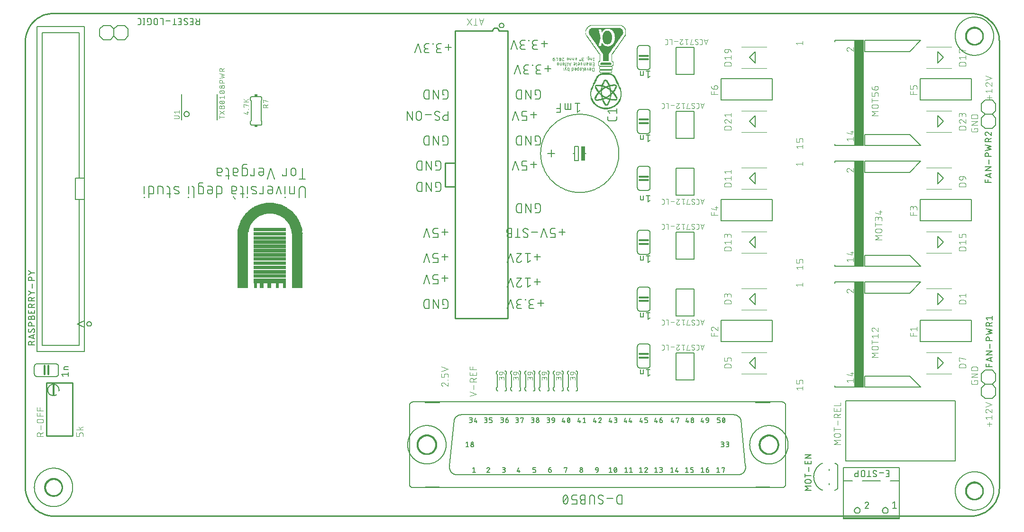
<source format=gto>
G04 EAGLE Gerber RS-274X export*
G75*
%MOMM*%
%FSLAX34Y34*%
%LPD*%
%INTop Silkscreen*%
%IPPOS*%
%AMOC8*
5,1,8,0,0,1.08239X$1,22.5*%
G01*
%ADD10C,0.152400*%
%ADD11R,5.400000X0.030000*%
%ADD12R,0.180000X0.030000*%
%ADD13R,0.150000X0.030000*%
%ADD14R,0.120000X0.030000*%
%ADD15R,0.090000X0.030000*%
%ADD16R,0.060000X0.030000*%
%ADD17R,4.860000X0.030000*%
%ADD18R,5.100000X0.030000*%
%ADD19R,5.280000X0.030000*%
%ADD20R,2.250000X0.030000*%
%ADD21R,2.910000X0.030000*%
%ADD22R,2.100000X0.030000*%
%ADD23R,2.730000X0.030000*%
%ADD24R,2.040000X0.030000*%
%ADD25R,0.720000X0.030000*%
%ADD26R,1.470000X0.030000*%
%ADD27R,1.980000X0.030000*%
%ADD28R,0.660000X0.030000*%
%ADD29R,1.530000X0.030000*%
%ADD30R,0.570000X0.030000*%
%ADD31R,1.560000X0.030000*%
%ADD32R,1.950000X0.030000*%
%ADD33R,0.540000X0.030000*%
%ADD34R,1.620000X0.030000*%
%ADD35R,0.510000X0.030000*%
%ADD36R,1.650000X0.030000*%
%ADD37R,1.890000X0.030000*%
%ADD38R,0.450000X0.030000*%
%ADD39R,0.390000X0.030000*%
%ADD40R,1.860000X0.030000*%
%ADD41R,0.360000X0.030000*%
%ADD42R,1.710000X0.030000*%
%ADD43R,0.330000X0.030000*%
%ADD44R,1.740000X0.030000*%
%ADD45R,0.030000X0.030000*%
%ADD46R,1.830000X0.030000*%
%ADD47R,0.300000X0.030000*%
%ADD48R,1.800000X0.030000*%
%ADD49R,0.240000X0.030000*%
%ADD50R,1.770000X0.030000*%
%ADD51R,0.420000X0.030000*%
%ADD52R,0.210000X0.030000*%
%ADD53R,0.600000X0.030000*%
%ADD54R,0.810000X0.030000*%
%ADD55R,0.900000X0.030000*%
%ADD56R,0.960000X0.030000*%
%ADD57R,1.020000X0.030000*%
%ADD58R,1.680000X0.030000*%
%ADD59R,1.080000X0.030000*%
%ADD60R,1.170000X0.030000*%
%ADD61R,1.200000X0.030000*%
%ADD62R,1.230000X0.030000*%
%ADD63R,1.920000X0.030000*%
%ADD64R,1.290000X0.030000*%
%ADD65R,1.590000X0.030000*%
%ADD66R,1.350000X0.030000*%
%ADD67R,1.380000X0.030000*%
%ADD68R,1.410000X0.030000*%
%ADD69R,1.500000X0.030000*%
%ADD70R,1.440000X0.030000*%
%ADD71R,1.320000X0.030000*%
%ADD72R,1.260000X0.030000*%
%ADD73R,1.140000X0.030000*%
%ADD74R,1.110000X0.030000*%
%ADD75R,0.990000X0.030000*%
%ADD76R,0.930000X0.030000*%
%ADD77R,0.870000X0.030000*%
%ADD78R,0.840000X0.030000*%
%ADD79R,0.780000X0.030000*%
%ADD80R,0.750000X0.030000*%
%ADD81R,0.690000X0.030000*%
%ADD82R,0.630000X0.030000*%
%ADD83R,1.050000X0.030000*%
%ADD84R,0.480000X0.030000*%
%ADD85R,0.270000X0.030000*%
%ADD86R,2.940000X0.030000*%
%ADD87R,2.880000X0.030000*%
%ADD88R,2.820000X0.030000*%
%ADD89R,2.760000X0.030000*%
%ADD90R,2.700000X0.030000*%
%ADD91R,2.640000X0.030000*%
%ADD92R,2.580000X0.030000*%
%ADD93R,2.520000X0.030000*%
%ADD94R,2.460000X0.030000*%
%ADD95R,2.400000X0.030000*%
%ADD96R,2.340000X0.030000*%
%ADD97R,2.280000X0.030000*%
%ADD98R,2.220000X0.030000*%
%ADD99R,2.160000X0.030000*%
%ADD100R,2.130000X0.030000*%
%ADD101R,2.370000X0.030000*%
%ADD102C,0.050800*%
%ADD103R,0.300000X0.050000*%
%ADD104R,1.550000X0.050000*%
%ADD105R,2.250000X0.050000*%
%ADD106R,2.650000X0.050000*%
%ADD107R,3.050000X0.050000*%
%ADD108R,3.450000X0.050000*%
%ADD109R,3.700000X0.050000*%
%ADD110R,4.000000X0.050000*%
%ADD111R,4.300000X0.050000*%
%ADD112R,4.500000X0.050000*%
%ADD113R,4.700000X0.050000*%
%ADD114R,4.950000X0.050000*%
%ADD115R,5.150000X0.050000*%
%ADD116R,5.350000X0.050000*%
%ADD117R,5.550000X0.050000*%
%ADD118R,5.750000X0.050000*%
%ADD119R,5.900000X0.050000*%
%ADD120R,6.050000X0.050000*%
%ADD121R,6.250000X0.050000*%
%ADD122R,6.350000X0.050000*%
%ADD123R,6.500000X0.050000*%
%ADD124R,6.650000X0.050000*%
%ADD125R,6.800000X0.050000*%
%ADD126R,6.950000X0.050000*%
%ADD127R,7.050000X0.050000*%
%ADD128R,7.200000X0.050000*%
%ADD129R,7.350000X0.050000*%
%ADD130R,7.450000X0.050000*%
%ADD131R,7.550000X0.050000*%
%ADD132R,7.700000X0.050000*%
%ADD133R,7.800000X0.050000*%
%ADD134R,7.900000X0.050000*%
%ADD135R,8.000000X0.050000*%
%ADD136R,8.100000X0.050000*%
%ADD137R,8.200000X0.050000*%
%ADD138R,8.300000X0.050000*%
%ADD139R,8.450000X0.050000*%
%ADD140R,8.500000X0.050000*%
%ADD141R,4.250000X0.050000*%
%ADD142R,4.150000X0.050000*%
%ADD143R,3.650000X0.050000*%
%ADD144R,3.500000X0.050000*%
%ADD145R,3.350000X0.050000*%
%ADD146R,3.250000X0.050000*%
%ADD147R,3.150000X0.050000*%
%ADD148R,2.950000X0.050000*%
%ADD149R,2.900000X0.050000*%
%ADD150R,2.850000X0.050000*%
%ADD151R,2.800000X0.050000*%
%ADD152R,2.750000X0.050000*%
%ADD153R,2.700000X0.050000*%
%ADD154R,2.600000X0.050000*%
%ADD155R,2.550000X0.050000*%
%ADD156R,2.500000X0.050000*%
%ADD157R,2.450000X0.050000*%
%ADD158R,2.400000X0.050000*%
%ADD159R,2.350000X0.050000*%
%ADD160R,2.300000X0.050000*%
%ADD161R,2.200000X0.050000*%
%ADD162R,2.150000X0.050000*%
%ADD163R,2.100000X0.050000*%
%ADD164R,2.050000X0.050000*%
%ADD165R,2.000000X0.050000*%
%ADD166R,1.950000X0.050000*%
%ADD167R,1.900000X0.050000*%
%ADD168R,0.550000X0.050000*%
%ADD169R,0.700000X0.050000*%
%ADD170R,0.750000X0.050000*%
%ADD171R,1.850000X0.050000*%
%ADD172C,0.177800*%
%ADD173C,0.101600*%
%ADD174R,0.635000X2.540000*%
%ADD175C,0.127000*%
%ADD176C,0.203200*%
%ADD177R,1.675000X18.950000*%
%ADD178C,0.076200*%
%ADD179C,0.304800*%
%ADD180R,0.508000X0.381000*%
%ADD181C,0.254000*%
%ADD182R,0.300000X1.900000*%
%ADD183C,0.254000*%


D10*
X1499650Y417800D02*
X1599650Y417800D01*
X1579650Y397800D01*
X1499650Y397800D01*
X1499650Y417800D01*
X1499650Y633700D02*
X1599650Y633700D01*
X1579650Y613700D01*
X1499650Y613700D01*
X1499650Y633700D01*
X1499650Y849600D02*
X1599650Y849600D01*
X1579650Y829600D01*
X1499650Y829600D01*
X1499650Y849600D01*
X1499650Y229900D02*
X1599650Y229900D01*
X1579650Y249900D01*
X1499650Y249900D01*
X1499650Y229900D01*
X1499650Y445800D02*
X1599650Y445800D01*
X1579650Y465800D01*
X1499650Y465800D01*
X1499650Y445800D01*
X1499650Y661700D02*
X1599650Y661700D01*
X1579650Y681700D01*
X1499650Y681700D01*
X1499650Y661700D01*
X932688Y843816D02*
X921851Y843816D01*
X927269Y849235D02*
X927269Y838398D01*
X915112Y850138D02*
X910596Y850138D01*
X910463Y850136D01*
X910331Y850130D01*
X910199Y850120D01*
X910067Y850107D01*
X909935Y850089D01*
X909805Y850068D01*
X909674Y850043D01*
X909545Y850014D01*
X909417Y849981D01*
X909289Y849945D01*
X909163Y849905D01*
X909038Y849861D01*
X908914Y849813D01*
X908792Y849762D01*
X908671Y849707D01*
X908552Y849649D01*
X908434Y849587D01*
X908319Y849522D01*
X908205Y849453D01*
X908094Y849382D01*
X907985Y849306D01*
X907878Y849228D01*
X907773Y849147D01*
X907671Y849062D01*
X907571Y848975D01*
X907474Y848885D01*
X907379Y848792D01*
X907288Y848696D01*
X907199Y848598D01*
X907113Y848497D01*
X907030Y848393D01*
X906950Y848287D01*
X906874Y848179D01*
X906800Y848069D01*
X906730Y847956D01*
X906663Y847842D01*
X906600Y847725D01*
X906540Y847607D01*
X906483Y847487D01*
X906430Y847365D01*
X906381Y847242D01*
X906335Y847118D01*
X906293Y846992D01*
X906255Y846865D01*
X906220Y846737D01*
X906189Y846608D01*
X906162Y846479D01*
X906139Y846348D01*
X906119Y846217D01*
X906104Y846085D01*
X906092Y845953D01*
X906084Y845821D01*
X906080Y845688D01*
X906080Y845556D01*
X906084Y845423D01*
X906092Y845291D01*
X906104Y845159D01*
X906119Y845027D01*
X906139Y844896D01*
X906162Y844765D01*
X906189Y844636D01*
X906220Y844507D01*
X906255Y844379D01*
X906293Y844252D01*
X906335Y844126D01*
X906381Y844002D01*
X906430Y843879D01*
X906483Y843757D01*
X906540Y843637D01*
X906600Y843519D01*
X906663Y843402D01*
X906730Y843288D01*
X906800Y843175D01*
X906874Y843065D01*
X906950Y842957D01*
X907030Y842851D01*
X907113Y842747D01*
X907199Y842646D01*
X907288Y842548D01*
X907379Y842452D01*
X907474Y842359D01*
X907571Y842269D01*
X907671Y842182D01*
X907773Y842097D01*
X907878Y842016D01*
X907985Y841938D01*
X908094Y841862D01*
X908205Y841791D01*
X908319Y841722D01*
X908434Y841657D01*
X908552Y841595D01*
X908671Y841537D01*
X908792Y841482D01*
X908914Y841431D01*
X909038Y841383D01*
X909163Y841339D01*
X909289Y841299D01*
X909417Y841263D01*
X909545Y841230D01*
X909674Y841201D01*
X909805Y841176D01*
X909935Y841155D01*
X910067Y841137D01*
X910199Y841124D01*
X910331Y841114D01*
X910463Y841108D01*
X910596Y841106D01*
X909693Y833882D02*
X915112Y833882D01*
X909693Y833882D02*
X909574Y833884D01*
X909454Y833890D01*
X909335Y833900D01*
X909217Y833914D01*
X909098Y833931D01*
X908981Y833953D01*
X908864Y833978D01*
X908749Y834008D01*
X908634Y834041D01*
X908520Y834078D01*
X908408Y834118D01*
X908297Y834163D01*
X908188Y834211D01*
X908080Y834262D01*
X907974Y834317D01*
X907870Y834376D01*
X907768Y834438D01*
X907668Y834503D01*
X907570Y834572D01*
X907474Y834644D01*
X907381Y834719D01*
X907291Y834796D01*
X907203Y834877D01*
X907118Y834961D01*
X907036Y835048D01*
X906956Y835137D01*
X906880Y835229D01*
X906806Y835323D01*
X906736Y835420D01*
X906669Y835518D01*
X906605Y835619D01*
X906545Y835723D01*
X906488Y835828D01*
X906435Y835935D01*
X906385Y836043D01*
X906339Y836153D01*
X906297Y836265D01*
X906258Y836378D01*
X906223Y836492D01*
X906192Y836607D01*
X906164Y836724D01*
X906141Y836841D01*
X906121Y836958D01*
X906105Y837077D01*
X906093Y837196D01*
X906085Y837315D01*
X906081Y837434D01*
X906081Y837554D01*
X906085Y837673D01*
X906093Y837792D01*
X906105Y837911D01*
X906121Y838030D01*
X906141Y838147D01*
X906164Y838264D01*
X906192Y838381D01*
X906223Y838496D01*
X906258Y838610D01*
X906297Y838723D01*
X906339Y838835D01*
X906385Y838945D01*
X906435Y839053D01*
X906488Y839160D01*
X906545Y839265D01*
X906605Y839369D01*
X906669Y839470D01*
X906736Y839568D01*
X906806Y839665D01*
X906880Y839759D01*
X906956Y839851D01*
X907036Y839940D01*
X907118Y840027D01*
X907203Y840111D01*
X907291Y840192D01*
X907381Y840269D01*
X907474Y840344D01*
X907570Y840416D01*
X907668Y840485D01*
X907768Y840550D01*
X907870Y840612D01*
X907974Y840671D01*
X908080Y840726D01*
X908188Y840777D01*
X908297Y840825D01*
X908408Y840870D01*
X908520Y840910D01*
X908634Y840947D01*
X908749Y840980D01*
X908864Y841010D01*
X908981Y841035D01*
X909098Y841057D01*
X909217Y841074D01*
X909335Y841088D01*
X909454Y841098D01*
X909574Y841104D01*
X909693Y841106D01*
X909693Y841107D02*
X913305Y841107D01*
X900106Y849235D02*
X900106Y850138D01*
X900106Y849235D02*
X899203Y849235D01*
X899203Y850138D01*
X900106Y850138D01*
X893228Y850138D02*
X888712Y850138D01*
X888579Y850136D01*
X888447Y850130D01*
X888315Y850120D01*
X888183Y850107D01*
X888051Y850089D01*
X887921Y850068D01*
X887790Y850043D01*
X887661Y850014D01*
X887533Y849981D01*
X887405Y849945D01*
X887279Y849905D01*
X887154Y849861D01*
X887030Y849813D01*
X886908Y849762D01*
X886787Y849707D01*
X886668Y849649D01*
X886550Y849587D01*
X886435Y849522D01*
X886321Y849453D01*
X886210Y849382D01*
X886101Y849306D01*
X885994Y849228D01*
X885889Y849147D01*
X885787Y849062D01*
X885687Y848975D01*
X885590Y848885D01*
X885495Y848792D01*
X885404Y848696D01*
X885315Y848598D01*
X885229Y848497D01*
X885146Y848393D01*
X885066Y848287D01*
X884990Y848179D01*
X884916Y848069D01*
X884846Y847956D01*
X884779Y847842D01*
X884716Y847725D01*
X884656Y847607D01*
X884599Y847487D01*
X884546Y847365D01*
X884497Y847242D01*
X884451Y847118D01*
X884409Y846992D01*
X884371Y846865D01*
X884336Y846737D01*
X884305Y846608D01*
X884278Y846479D01*
X884255Y846348D01*
X884235Y846217D01*
X884220Y846085D01*
X884208Y845953D01*
X884200Y845821D01*
X884196Y845688D01*
X884196Y845556D01*
X884200Y845423D01*
X884208Y845291D01*
X884220Y845159D01*
X884235Y845027D01*
X884255Y844896D01*
X884278Y844765D01*
X884305Y844636D01*
X884336Y844507D01*
X884371Y844379D01*
X884409Y844252D01*
X884451Y844126D01*
X884497Y844002D01*
X884546Y843879D01*
X884599Y843757D01*
X884656Y843637D01*
X884716Y843519D01*
X884779Y843402D01*
X884846Y843288D01*
X884916Y843175D01*
X884990Y843065D01*
X885066Y842957D01*
X885146Y842851D01*
X885229Y842747D01*
X885315Y842646D01*
X885404Y842548D01*
X885495Y842452D01*
X885590Y842359D01*
X885687Y842269D01*
X885787Y842182D01*
X885889Y842097D01*
X885994Y842016D01*
X886101Y841938D01*
X886210Y841862D01*
X886321Y841791D01*
X886435Y841722D01*
X886550Y841657D01*
X886668Y841595D01*
X886787Y841537D01*
X886908Y841482D01*
X887030Y841431D01*
X887154Y841383D01*
X887279Y841339D01*
X887405Y841299D01*
X887533Y841263D01*
X887661Y841230D01*
X887790Y841201D01*
X887921Y841176D01*
X888051Y841155D01*
X888183Y841137D01*
X888315Y841124D01*
X888447Y841114D01*
X888579Y841108D01*
X888712Y841106D01*
X887809Y833882D02*
X893228Y833882D01*
X887809Y833882D02*
X887690Y833884D01*
X887570Y833890D01*
X887451Y833900D01*
X887333Y833914D01*
X887214Y833931D01*
X887097Y833953D01*
X886980Y833978D01*
X886865Y834008D01*
X886750Y834041D01*
X886636Y834078D01*
X886524Y834118D01*
X886413Y834163D01*
X886304Y834211D01*
X886196Y834262D01*
X886090Y834317D01*
X885986Y834376D01*
X885884Y834438D01*
X885784Y834503D01*
X885686Y834572D01*
X885590Y834644D01*
X885497Y834719D01*
X885407Y834796D01*
X885319Y834877D01*
X885234Y834961D01*
X885152Y835048D01*
X885072Y835137D01*
X884996Y835229D01*
X884922Y835323D01*
X884852Y835420D01*
X884785Y835518D01*
X884721Y835619D01*
X884661Y835723D01*
X884604Y835828D01*
X884551Y835935D01*
X884501Y836043D01*
X884455Y836153D01*
X884413Y836265D01*
X884374Y836378D01*
X884339Y836492D01*
X884308Y836607D01*
X884280Y836724D01*
X884257Y836841D01*
X884237Y836958D01*
X884221Y837077D01*
X884209Y837196D01*
X884201Y837315D01*
X884197Y837434D01*
X884197Y837554D01*
X884201Y837673D01*
X884209Y837792D01*
X884221Y837911D01*
X884237Y838030D01*
X884257Y838147D01*
X884280Y838264D01*
X884308Y838381D01*
X884339Y838496D01*
X884374Y838610D01*
X884413Y838723D01*
X884455Y838835D01*
X884501Y838945D01*
X884551Y839053D01*
X884604Y839160D01*
X884661Y839265D01*
X884721Y839369D01*
X884785Y839470D01*
X884852Y839568D01*
X884922Y839665D01*
X884996Y839759D01*
X885072Y839851D01*
X885152Y839940D01*
X885234Y840027D01*
X885319Y840111D01*
X885407Y840192D01*
X885497Y840269D01*
X885590Y840344D01*
X885686Y840416D01*
X885784Y840485D01*
X885884Y840550D01*
X885986Y840612D01*
X886090Y840671D01*
X886196Y840726D01*
X886304Y840777D01*
X886413Y840825D01*
X886524Y840870D01*
X886636Y840910D01*
X886750Y840947D01*
X886865Y840980D01*
X886980Y841010D01*
X887097Y841035D01*
X887214Y841057D01*
X887333Y841074D01*
X887451Y841088D01*
X887570Y841098D01*
X887690Y841104D01*
X887809Y841106D01*
X887809Y841107D02*
X891422Y841107D01*
X878500Y833882D02*
X873081Y850138D01*
X867662Y833882D01*
X928201Y799366D02*
X939038Y799366D01*
X933619Y793948D02*
X933619Y804785D01*
X921462Y805688D02*
X916946Y805688D01*
X916813Y805686D01*
X916681Y805680D01*
X916549Y805670D01*
X916417Y805657D01*
X916285Y805639D01*
X916155Y805618D01*
X916024Y805593D01*
X915895Y805564D01*
X915767Y805531D01*
X915639Y805495D01*
X915513Y805455D01*
X915388Y805411D01*
X915264Y805363D01*
X915142Y805312D01*
X915021Y805257D01*
X914902Y805199D01*
X914784Y805137D01*
X914669Y805072D01*
X914555Y805003D01*
X914444Y804932D01*
X914335Y804856D01*
X914228Y804778D01*
X914123Y804697D01*
X914021Y804612D01*
X913921Y804525D01*
X913824Y804435D01*
X913729Y804342D01*
X913638Y804246D01*
X913549Y804148D01*
X913463Y804047D01*
X913380Y803943D01*
X913300Y803837D01*
X913224Y803729D01*
X913150Y803619D01*
X913080Y803506D01*
X913013Y803392D01*
X912950Y803275D01*
X912890Y803157D01*
X912833Y803037D01*
X912780Y802915D01*
X912731Y802792D01*
X912685Y802668D01*
X912643Y802542D01*
X912605Y802415D01*
X912570Y802287D01*
X912539Y802158D01*
X912512Y802029D01*
X912489Y801898D01*
X912469Y801767D01*
X912454Y801635D01*
X912442Y801503D01*
X912434Y801371D01*
X912430Y801238D01*
X912430Y801106D01*
X912434Y800973D01*
X912442Y800841D01*
X912454Y800709D01*
X912469Y800577D01*
X912489Y800446D01*
X912512Y800315D01*
X912539Y800186D01*
X912570Y800057D01*
X912605Y799929D01*
X912643Y799802D01*
X912685Y799676D01*
X912731Y799552D01*
X912780Y799429D01*
X912833Y799307D01*
X912890Y799187D01*
X912950Y799069D01*
X913013Y798952D01*
X913080Y798838D01*
X913150Y798725D01*
X913224Y798615D01*
X913300Y798507D01*
X913380Y798401D01*
X913463Y798297D01*
X913549Y798196D01*
X913638Y798098D01*
X913729Y798002D01*
X913824Y797909D01*
X913921Y797819D01*
X914021Y797732D01*
X914123Y797647D01*
X914228Y797566D01*
X914335Y797488D01*
X914444Y797412D01*
X914555Y797341D01*
X914669Y797272D01*
X914784Y797207D01*
X914902Y797145D01*
X915021Y797087D01*
X915142Y797032D01*
X915264Y796981D01*
X915388Y796933D01*
X915513Y796889D01*
X915639Y796849D01*
X915767Y796813D01*
X915895Y796780D01*
X916024Y796751D01*
X916155Y796726D01*
X916285Y796705D01*
X916417Y796687D01*
X916549Y796674D01*
X916681Y796664D01*
X916813Y796658D01*
X916946Y796656D01*
X916043Y789432D02*
X921462Y789432D01*
X916043Y789432D02*
X915924Y789434D01*
X915804Y789440D01*
X915685Y789450D01*
X915567Y789464D01*
X915448Y789481D01*
X915331Y789503D01*
X915214Y789528D01*
X915099Y789558D01*
X914984Y789591D01*
X914870Y789628D01*
X914758Y789668D01*
X914647Y789713D01*
X914538Y789761D01*
X914430Y789812D01*
X914324Y789867D01*
X914220Y789926D01*
X914118Y789988D01*
X914018Y790053D01*
X913920Y790122D01*
X913824Y790194D01*
X913731Y790269D01*
X913641Y790346D01*
X913553Y790427D01*
X913468Y790511D01*
X913386Y790598D01*
X913306Y790687D01*
X913230Y790779D01*
X913156Y790873D01*
X913086Y790970D01*
X913019Y791068D01*
X912955Y791169D01*
X912895Y791273D01*
X912838Y791378D01*
X912785Y791485D01*
X912735Y791593D01*
X912689Y791703D01*
X912647Y791815D01*
X912608Y791928D01*
X912573Y792042D01*
X912542Y792157D01*
X912514Y792274D01*
X912491Y792391D01*
X912471Y792508D01*
X912455Y792627D01*
X912443Y792746D01*
X912435Y792865D01*
X912431Y792984D01*
X912431Y793104D01*
X912435Y793223D01*
X912443Y793342D01*
X912455Y793461D01*
X912471Y793580D01*
X912491Y793697D01*
X912514Y793814D01*
X912542Y793931D01*
X912573Y794046D01*
X912608Y794160D01*
X912647Y794273D01*
X912689Y794385D01*
X912735Y794495D01*
X912785Y794603D01*
X912838Y794710D01*
X912895Y794815D01*
X912955Y794919D01*
X913019Y795020D01*
X913086Y795118D01*
X913156Y795215D01*
X913230Y795309D01*
X913306Y795401D01*
X913386Y795490D01*
X913468Y795577D01*
X913553Y795661D01*
X913641Y795742D01*
X913731Y795819D01*
X913824Y795894D01*
X913920Y795966D01*
X914018Y796035D01*
X914118Y796100D01*
X914220Y796162D01*
X914324Y796221D01*
X914430Y796276D01*
X914538Y796327D01*
X914647Y796375D01*
X914758Y796420D01*
X914870Y796460D01*
X914984Y796497D01*
X915099Y796530D01*
X915214Y796560D01*
X915331Y796585D01*
X915448Y796607D01*
X915567Y796624D01*
X915685Y796638D01*
X915804Y796648D01*
X915924Y796654D01*
X916043Y796656D01*
X916043Y796657D02*
X919655Y796657D01*
X906456Y804785D02*
X906456Y805688D01*
X906456Y804785D02*
X905553Y804785D01*
X905553Y805688D01*
X906456Y805688D01*
X899578Y805688D02*
X895062Y805688D01*
X894929Y805686D01*
X894797Y805680D01*
X894665Y805670D01*
X894533Y805657D01*
X894401Y805639D01*
X894271Y805618D01*
X894140Y805593D01*
X894011Y805564D01*
X893883Y805531D01*
X893755Y805495D01*
X893629Y805455D01*
X893504Y805411D01*
X893380Y805363D01*
X893258Y805312D01*
X893137Y805257D01*
X893018Y805199D01*
X892900Y805137D01*
X892785Y805072D01*
X892671Y805003D01*
X892560Y804932D01*
X892451Y804856D01*
X892344Y804778D01*
X892239Y804697D01*
X892137Y804612D01*
X892037Y804525D01*
X891940Y804435D01*
X891845Y804342D01*
X891754Y804246D01*
X891665Y804148D01*
X891579Y804047D01*
X891496Y803943D01*
X891416Y803837D01*
X891340Y803729D01*
X891266Y803619D01*
X891196Y803506D01*
X891129Y803392D01*
X891066Y803275D01*
X891006Y803157D01*
X890949Y803037D01*
X890896Y802915D01*
X890847Y802792D01*
X890801Y802668D01*
X890759Y802542D01*
X890721Y802415D01*
X890686Y802287D01*
X890655Y802158D01*
X890628Y802029D01*
X890605Y801898D01*
X890585Y801767D01*
X890570Y801635D01*
X890558Y801503D01*
X890550Y801371D01*
X890546Y801238D01*
X890546Y801106D01*
X890550Y800973D01*
X890558Y800841D01*
X890570Y800709D01*
X890585Y800577D01*
X890605Y800446D01*
X890628Y800315D01*
X890655Y800186D01*
X890686Y800057D01*
X890721Y799929D01*
X890759Y799802D01*
X890801Y799676D01*
X890847Y799552D01*
X890896Y799429D01*
X890949Y799307D01*
X891006Y799187D01*
X891066Y799069D01*
X891129Y798952D01*
X891196Y798838D01*
X891266Y798725D01*
X891340Y798615D01*
X891416Y798507D01*
X891496Y798401D01*
X891579Y798297D01*
X891665Y798196D01*
X891754Y798098D01*
X891845Y798002D01*
X891940Y797909D01*
X892037Y797819D01*
X892137Y797732D01*
X892239Y797647D01*
X892344Y797566D01*
X892451Y797488D01*
X892560Y797412D01*
X892671Y797341D01*
X892785Y797272D01*
X892900Y797207D01*
X893018Y797145D01*
X893137Y797087D01*
X893258Y797032D01*
X893380Y796981D01*
X893504Y796933D01*
X893629Y796889D01*
X893755Y796849D01*
X893883Y796813D01*
X894011Y796780D01*
X894140Y796751D01*
X894271Y796726D01*
X894401Y796705D01*
X894533Y796687D01*
X894665Y796674D01*
X894797Y796664D01*
X894929Y796658D01*
X895062Y796656D01*
X894159Y789432D02*
X899578Y789432D01*
X894159Y789432D02*
X894040Y789434D01*
X893920Y789440D01*
X893801Y789450D01*
X893683Y789464D01*
X893564Y789481D01*
X893447Y789503D01*
X893330Y789528D01*
X893215Y789558D01*
X893100Y789591D01*
X892986Y789628D01*
X892874Y789668D01*
X892763Y789713D01*
X892654Y789761D01*
X892546Y789812D01*
X892440Y789867D01*
X892336Y789926D01*
X892234Y789988D01*
X892134Y790053D01*
X892036Y790122D01*
X891940Y790194D01*
X891847Y790269D01*
X891757Y790346D01*
X891669Y790427D01*
X891584Y790511D01*
X891502Y790598D01*
X891422Y790687D01*
X891346Y790779D01*
X891272Y790873D01*
X891202Y790970D01*
X891135Y791068D01*
X891071Y791169D01*
X891011Y791273D01*
X890954Y791378D01*
X890901Y791485D01*
X890851Y791593D01*
X890805Y791703D01*
X890763Y791815D01*
X890724Y791928D01*
X890689Y792042D01*
X890658Y792157D01*
X890630Y792274D01*
X890607Y792391D01*
X890587Y792508D01*
X890571Y792627D01*
X890559Y792746D01*
X890551Y792865D01*
X890547Y792984D01*
X890547Y793104D01*
X890551Y793223D01*
X890559Y793342D01*
X890571Y793461D01*
X890587Y793580D01*
X890607Y793697D01*
X890630Y793814D01*
X890658Y793931D01*
X890689Y794046D01*
X890724Y794160D01*
X890763Y794273D01*
X890805Y794385D01*
X890851Y794495D01*
X890901Y794603D01*
X890954Y794710D01*
X891011Y794815D01*
X891071Y794919D01*
X891135Y795020D01*
X891202Y795118D01*
X891272Y795215D01*
X891346Y795309D01*
X891422Y795401D01*
X891502Y795490D01*
X891584Y795577D01*
X891669Y795661D01*
X891757Y795742D01*
X891847Y795819D01*
X891940Y795894D01*
X892036Y795966D01*
X892134Y796035D01*
X892234Y796100D01*
X892336Y796162D01*
X892440Y796221D01*
X892546Y796276D01*
X892654Y796327D01*
X892763Y796375D01*
X892874Y796420D01*
X892986Y796460D01*
X893100Y796497D01*
X893215Y796530D01*
X893330Y796560D01*
X893447Y796585D01*
X893564Y796607D01*
X893683Y796624D01*
X893801Y796638D01*
X893920Y796648D01*
X894040Y796654D01*
X894159Y796656D01*
X894159Y796657D02*
X897772Y796657D01*
X884850Y789432D02*
X879431Y805688D01*
X874012Y789432D01*
X761238Y837466D02*
X750401Y837466D01*
X755819Y842885D02*
X755819Y832048D01*
X743662Y843788D02*
X739146Y843788D01*
X739013Y843786D01*
X738881Y843780D01*
X738749Y843770D01*
X738617Y843757D01*
X738485Y843739D01*
X738355Y843718D01*
X738224Y843693D01*
X738095Y843664D01*
X737967Y843631D01*
X737839Y843595D01*
X737713Y843555D01*
X737588Y843511D01*
X737464Y843463D01*
X737342Y843412D01*
X737221Y843357D01*
X737102Y843299D01*
X736984Y843237D01*
X736869Y843172D01*
X736755Y843103D01*
X736644Y843032D01*
X736535Y842956D01*
X736428Y842878D01*
X736323Y842797D01*
X736221Y842712D01*
X736121Y842625D01*
X736024Y842535D01*
X735929Y842442D01*
X735838Y842346D01*
X735749Y842248D01*
X735663Y842147D01*
X735580Y842043D01*
X735500Y841937D01*
X735424Y841829D01*
X735350Y841719D01*
X735280Y841606D01*
X735213Y841492D01*
X735150Y841375D01*
X735090Y841257D01*
X735033Y841137D01*
X734980Y841015D01*
X734931Y840892D01*
X734885Y840768D01*
X734843Y840642D01*
X734805Y840515D01*
X734770Y840387D01*
X734739Y840258D01*
X734712Y840129D01*
X734689Y839998D01*
X734669Y839867D01*
X734654Y839735D01*
X734642Y839603D01*
X734634Y839471D01*
X734630Y839338D01*
X734630Y839206D01*
X734634Y839073D01*
X734642Y838941D01*
X734654Y838809D01*
X734669Y838677D01*
X734689Y838546D01*
X734712Y838415D01*
X734739Y838286D01*
X734770Y838157D01*
X734805Y838029D01*
X734843Y837902D01*
X734885Y837776D01*
X734931Y837652D01*
X734980Y837529D01*
X735033Y837407D01*
X735090Y837287D01*
X735150Y837169D01*
X735213Y837052D01*
X735280Y836938D01*
X735350Y836825D01*
X735424Y836715D01*
X735500Y836607D01*
X735580Y836501D01*
X735663Y836397D01*
X735749Y836296D01*
X735838Y836198D01*
X735929Y836102D01*
X736024Y836009D01*
X736121Y835919D01*
X736221Y835832D01*
X736323Y835747D01*
X736428Y835666D01*
X736535Y835588D01*
X736644Y835512D01*
X736755Y835441D01*
X736869Y835372D01*
X736984Y835307D01*
X737102Y835245D01*
X737221Y835187D01*
X737342Y835132D01*
X737464Y835081D01*
X737588Y835033D01*
X737713Y834989D01*
X737839Y834949D01*
X737967Y834913D01*
X738095Y834880D01*
X738224Y834851D01*
X738355Y834826D01*
X738485Y834805D01*
X738617Y834787D01*
X738749Y834774D01*
X738881Y834764D01*
X739013Y834758D01*
X739146Y834756D01*
X738243Y827532D02*
X743662Y827532D01*
X738243Y827532D02*
X738124Y827534D01*
X738004Y827540D01*
X737885Y827550D01*
X737767Y827564D01*
X737648Y827581D01*
X737531Y827603D01*
X737414Y827628D01*
X737299Y827658D01*
X737184Y827691D01*
X737070Y827728D01*
X736958Y827768D01*
X736847Y827813D01*
X736738Y827861D01*
X736630Y827912D01*
X736524Y827967D01*
X736420Y828026D01*
X736318Y828088D01*
X736218Y828153D01*
X736120Y828222D01*
X736024Y828294D01*
X735931Y828369D01*
X735841Y828446D01*
X735753Y828527D01*
X735668Y828611D01*
X735586Y828698D01*
X735506Y828787D01*
X735430Y828879D01*
X735356Y828973D01*
X735286Y829070D01*
X735219Y829168D01*
X735155Y829269D01*
X735095Y829373D01*
X735038Y829478D01*
X734985Y829585D01*
X734935Y829693D01*
X734889Y829803D01*
X734847Y829915D01*
X734808Y830028D01*
X734773Y830142D01*
X734742Y830257D01*
X734714Y830374D01*
X734691Y830491D01*
X734671Y830608D01*
X734655Y830727D01*
X734643Y830846D01*
X734635Y830965D01*
X734631Y831084D01*
X734631Y831204D01*
X734635Y831323D01*
X734643Y831442D01*
X734655Y831561D01*
X734671Y831680D01*
X734691Y831797D01*
X734714Y831914D01*
X734742Y832031D01*
X734773Y832146D01*
X734808Y832260D01*
X734847Y832373D01*
X734889Y832485D01*
X734935Y832595D01*
X734985Y832703D01*
X735038Y832810D01*
X735095Y832915D01*
X735155Y833019D01*
X735219Y833120D01*
X735286Y833218D01*
X735356Y833315D01*
X735430Y833409D01*
X735506Y833501D01*
X735586Y833590D01*
X735668Y833677D01*
X735753Y833761D01*
X735841Y833842D01*
X735931Y833919D01*
X736024Y833994D01*
X736120Y834066D01*
X736218Y834135D01*
X736318Y834200D01*
X736420Y834262D01*
X736524Y834321D01*
X736630Y834376D01*
X736738Y834427D01*
X736847Y834475D01*
X736958Y834520D01*
X737070Y834560D01*
X737184Y834597D01*
X737299Y834630D01*
X737414Y834660D01*
X737531Y834685D01*
X737648Y834707D01*
X737767Y834724D01*
X737885Y834738D01*
X738004Y834748D01*
X738124Y834754D01*
X738243Y834756D01*
X738243Y834757D02*
X741855Y834757D01*
X728656Y842885D02*
X728656Y843788D01*
X728656Y842885D02*
X727753Y842885D01*
X727753Y843788D01*
X728656Y843788D01*
X721778Y843788D02*
X717262Y843788D01*
X717129Y843786D01*
X716997Y843780D01*
X716865Y843770D01*
X716733Y843757D01*
X716601Y843739D01*
X716471Y843718D01*
X716340Y843693D01*
X716211Y843664D01*
X716083Y843631D01*
X715955Y843595D01*
X715829Y843555D01*
X715704Y843511D01*
X715580Y843463D01*
X715458Y843412D01*
X715337Y843357D01*
X715218Y843299D01*
X715100Y843237D01*
X714985Y843172D01*
X714871Y843103D01*
X714760Y843032D01*
X714651Y842956D01*
X714544Y842878D01*
X714439Y842797D01*
X714337Y842712D01*
X714237Y842625D01*
X714140Y842535D01*
X714045Y842442D01*
X713954Y842346D01*
X713865Y842248D01*
X713779Y842147D01*
X713696Y842043D01*
X713616Y841937D01*
X713540Y841829D01*
X713466Y841719D01*
X713396Y841606D01*
X713329Y841492D01*
X713266Y841375D01*
X713206Y841257D01*
X713149Y841137D01*
X713096Y841015D01*
X713047Y840892D01*
X713001Y840768D01*
X712959Y840642D01*
X712921Y840515D01*
X712886Y840387D01*
X712855Y840258D01*
X712828Y840129D01*
X712805Y839998D01*
X712785Y839867D01*
X712770Y839735D01*
X712758Y839603D01*
X712750Y839471D01*
X712746Y839338D01*
X712746Y839206D01*
X712750Y839073D01*
X712758Y838941D01*
X712770Y838809D01*
X712785Y838677D01*
X712805Y838546D01*
X712828Y838415D01*
X712855Y838286D01*
X712886Y838157D01*
X712921Y838029D01*
X712959Y837902D01*
X713001Y837776D01*
X713047Y837652D01*
X713096Y837529D01*
X713149Y837407D01*
X713206Y837287D01*
X713266Y837169D01*
X713329Y837052D01*
X713396Y836938D01*
X713466Y836825D01*
X713540Y836715D01*
X713616Y836607D01*
X713696Y836501D01*
X713779Y836397D01*
X713865Y836296D01*
X713954Y836198D01*
X714045Y836102D01*
X714140Y836009D01*
X714237Y835919D01*
X714337Y835832D01*
X714439Y835747D01*
X714544Y835666D01*
X714651Y835588D01*
X714760Y835512D01*
X714871Y835441D01*
X714985Y835372D01*
X715100Y835307D01*
X715218Y835245D01*
X715337Y835187D01*
X715458Y835132D01*
X715580Y835081D01*
X715704Y835033D01*
X715829Y834989D01*
X715955Y834949D01*
X716083Y834913D01*
X716211Y834880D01*
X716340Y834851D01*
X716471Y834826D01*
X716601Y834805D01*
X716733Y834787D01*
X716865Y834774D01*
X716997Y834764D01*
X717129Y834758D01*
X717262Y834756D01*
X716359Y827532D02*
X721778Y827532D01*
X716359Y827532D02*
X716240Y827534D01*
X716120Y827540D01*
X716001Y827550D01*
X715883Y827564D01*
X715764Y827581D01*
X715647Y827603D01*
X715530Y827628D01*
X715415Y827658D01*
X715300Y827691D01*
X715186Y827728D01*
X715074Y827768D01*
X714963Y827813D01*
X714854Y827861D01*
X714746Y827912D01*
X714640Y827967D01*
X714536Y828026D01*
X714434Y828088D01*
X714334Y828153D01*
X714236Y828222D01*
X714140Y828294D01*
X714047Y828369D01*
X713957Y828446D01*
X713869Y828527D01*
X713784Y828611D01*
X713702Y828698D01*
X713622Y828787D01*
X713546Y828879D01*
X713472Y828973D01*
X713402Y829070D01*
X713335Y829168D01*
X713271Y829269D01*
X713211Y829373D01*
X713154Y829478D01*
X713101Y829585D01*
X713051Y829693D01*
X713005Y829803D01*
X712963Y829915D01*
X712924Y830028D01*
X712889Y830142D01*
X712858Y830257D01*
X712830Y830374D01*
X712807Y830491D01*
X712787Y830608D01*
X712771Y830727D01*
X712759Y830846D01*
X712751Y830965D01*
X712747Y831084D01*
X712747Y831204D01*
X712751Y831323D01*
X712759Y831442D01*
X712771Y831561D01*
X712787Y831680D01*
X712807Y831797D01*
X712830Y831914D01*
X712858Y832031D01*
X712889Y832146D01*
X712924Y832260D01*
X712963Y832373D01*
X713005Y832485D01*
X713051Y832595D01*
X713101Y832703D01*
X713154Y832810D01*
X713211Y832915D01*
X713271Y833019D01*
X713335Y833120D01*
X713402Y833218D01*
X713472Y833315D01*
X713546Y833409D01*
X713622Y833501D01*
X713702Y833590D01*
X713784Y833677D01*
X713869Y833761D01*
X713957Y833842D01*
X714047Y833919D01*
X714140Y833994D01*
X714236Y834066D01*
X714334Y834135D01*
X714434Y834200D01*
X714536Y834262D01*
X714640Y834321D01*
X714746Y834376D01*
X714854Y834427D01*
X714963Y834475D01*
X715074Y834520D01*
X715186Y834560D01*
X715300Y834597D01*
X715415Y834630D01*
X715530Y834660D01*
X715647Y834685D01*
X715764Y834707D01*
X715883Y834724D01*
X716001Y834738D01*
X716120Y834748D01*
X716240Y834754D01*
X716359Y834756D01*
X716359Y834757D02*
X719972Y834757D01*
X707050Y827532D02*
X701631Y843788D01*
X696212Y827532D01*
X915501Y380266D02*
X926338Y380266D01*
X920919Y374848D02*
X920919Y385685D01*
X908762Y386588D02*
X904246Y386588D01*
X904113Y386586D01*
X903981Y386580D01*
X903849Y386570D01*
X903717Y386557D01*
X903585Y386539D01*
X903455Y386518D01*
X903324Y386493D01*
X903195Y386464D01*
X903067Y386431D01*
X902939Y386395D01*
X902813Y386355D01*
X902688Y386311D01*
X902564Y386263D01*
X902442Y386212D01*
X902321Y386157D01*
X902202Y386099D01*
X902084Y386037D01*
X901969Y385972D01*
X901855Y385903D01*
X901744Y385832D01*
X901635Y385756D01*
X901528Y385678D01*
X901423Y385597D01*
X901321Y385512D01*
X901221Y385425D01*
X901124Y385335D01*
X901029Y385242D01*
X900938Y385146D01*
X900849Y385048D01*
X900763Y384947D01*
X900680Y384843D01*
X900600Y384737D01*
X900524Y384629D01*
X900450Y384519D01*
X900380Y384406D01*
X900313Y384292D01*
X900250Y384175D01*
X900190Y384057D01*
X900133Y383937D01*
X900080Y383815D01*
X900031Y383692D01*
X899985Y383568D01*
X899943Y383442D01*
X899905Y383315D01*
X899870Y383187D01*
X899839Y383058D01*
X899812Y382929D01*
X899789Y382798D01*
X899769Y382667D01*
X899754Y382535D01*
X899742Y382403D01*
X899734Y382271D01*
X899730Y382138D01*
X899730Y382006D01*
X899734Y381873D01*
X899742Y381741D01*
X899754Y381609D01*
X899769Y381477D01*
X899789Y381346D01*
X899812Y381215D01*
X899839Y381086D01*
X899870Y380957D01*
X899905Y380829D01*
X899943Y380702D01*
X899985Y380576D01*
X900031Y380452D01*
X900080Y380329D01*
X900133Y380207D01*
X900190Y380087D01*
X900250Y379969D01*
X900313Y379852D01*
X900380Y379738D01*
X900450Y379625D01*
X900524Y379515D01*
X900600Y379407D01*
X900680Y379301D01*
X900763Y379197D01*
X900849Y379096D01*
X900938Y378998D01*
X901029Y378902D01*
X901124Y378809D01*
X901221Y378719D01*
X901321Y378632D01*
X901423Y378547D01*
X901528Y378466D01*
X901635Y378388D01*
X901744Y378312D01*
X901855Y378241D01*
X901969Y378172D01*
X902084Y378107D01*
X902202Y378045D01*
X902321Y377987D01*
X902442Y377932D01*
X902564Y377881D01*
X902688Y377833D01*
X902813Y377789D01*
X902939Y377749D01*
X903067Y377713D01*
X903195Y377680D01*
X903324Y377651D01*
X903455Y377626D01*
X903585Y377605D01*
X903717Y377587D01*
X903849Y377574D01*
X903981Y377564D01*
X904113Y377558D01*
X904246Y377556D01*
X903343Y370332D02*
X908762Y370332D01*
X903343Y370332D02*
X903224Y370334D01*
X903104Y370340D01*
X902985Y370350D01*
X902867Y370364D01*
X902748Y370381D01*
X902631Y370403D01*
X902514Y370428D01*
X902399Y370458D01*
X902284Y370491D01*
X902170Y370528D01*
X902058Y370568D01*
X901947Y370613D01*
X901838Y370661D01*
X901730Y370712D01*
X901624Y370767D01*
X901520Y370826D01*
X901418Y370888D01*
X901318Y370953D01*
X901220Y371022D01*
X901124Y371094D01*
X901031Y371169D01*
X900941Y371246D01*
X900853Y371327D01*
X900768Y371411D01*
X900686Y371498D01*
X900606Y371587D01*
X900530Y371679D01*
X900456Y371773D01*
X900386Y371870D01*
X900319Y371968D01*
X900255Y372069D01*
X900195Y372173D01*
X900138Y372278D01*
X900085Y372385D01*
X900035Y372493D01*
X899989Y372603D01*
X899947Y372715D01*
X899908Y372828D01*
X899873Y372942D01*
X899842Y373057D01*
X899814Y373174D01*
X899791Y373291D01*
X899771Y373408D01*
X899755Y373527D01*
X899743Y373646D01*
X899735Y373765D01*
X899731Y373884D01*
X899731Y374004D01*
X899735Y374123D01*
X899743Y374242D01*
X899755Y374361D01*
X899771Y374480D01*
X899791Y374597D01*
X899814Y374714D01*
X899842Y374831D01*
X899873Y374946D01*
X899908Y375060D01*
X899947Y375173D01*
X899989Y375285D01*
X900035Y375395D01*
X900085Y375503D01*
X900138Y375610D01*
X900195Y375715D01*
X900255Y375819D01*
X900319Y375920D01*
X900386Y376018D01*
X900456Y376115D01*
X900530Y376209D01*
X900606Y376301D01*
X900686Y376390D01*
X900768Y376477D01*
X900853Y376561D01*
X900941Y376642D01*
X901031Y376719D01*
X901124Y376794D01*
X901220Y376866D01*
X901318Y376935D01*
X901418Y377000D01*
X901520Y377062D01*
X901624Y377121D01*
X901730Y377176D01*
X901838Y377227D01*
X901947Y377275D01*
X902058Y377320D01*
X902170Y377360D01*
X902284Y377397D01*
X902399Y377430D01*
X902514Y377460D01*
X902631Y377485D01*
X902748Y377507D01*
X902867Y377524D01*
X902985Y377538D01*
X903104Y377548D01*
X903224Y377554D01*
X903343Y377556D01*
X903343Y377557D02*
X906955Y377557D01*
X893756Y385685D02*
X893756Y386588D01*
X893756Y385685D02*
X892853Y385685D01*
X892853Y386588D01*
X893756Y386588D01*
X886878Y386588D02*
X882362Y386588D01*
X882229Y386586D01*
X882097Y386580D01*
X881965Y386570D01*
X881833Y386557D01*
X881701Y386539D01*
X881571Y386518D01*
X881440Y386493D01*
X881311Y386464D01*
X881183Y386431D01*
X881055Y386395D01*
X880929Y386355D01*
X880804Y386311D01*
X880680Y386263D01*
X880558Y386212D01*
X880437Y386157D01*
X880318Y386099D01*
X880200Y386037D01*
X880085Y385972D01*
X879971Y385903D01*
X879860Y385832D01*
X879751Y385756D01*
X879644Y385678D01*
X879539Y385597D01*
X879437Y385512D01*
X879337Y385425D01*
X879240Y385335D01*
X879145Y385242D01*
X879054Y385146D01*
X878965Y385048D01*
X878879Y384947D01*
X878796Y384843D01*
X878716Y384737D01*
X878640Y384629D01*
X878566Y384519D01*
X878496Y384406D01*
X878429Y384292D01*
X878366Y384175D01*
X878306Y384057D01*
X878249Y383937D01*
X878196Y383815D01*
X878147Y383692D01*
X878101Y383568D01*
X878059Y383442D01*
X878021Y383315D01*
X877986Y383187D01*
X877955Y383058D01*
X877928Y382929D01*
X877905Y382798D01*
X877885Y382667D01*
X877870Y382535D01*
X877858Y382403D01*
X877850Y382271D01*
X877846Y382138D01*
X877846Y382006D01*
X877850Y381873D01*
X877858Y381741D01*
X877870Y381609D01*
X877885Y381477D01*
X877905Y381346D01*
X877928Y381215D01*
X877955Y381086D01*
X877986Y380957D01*
X878021Y380829D01*
X878059Y380702D01*
X878101Y380576D01*
X878147Y380452D01*
X878196Y380329D01*
X878249Y380207D01*
X878306Y380087D01*
X878366Y379969D01*
X878429Y379852D01*
X878496Y379738D01*
X878566Y379625D01*
X878640Y379515D01*
X878716Y379407D01*
X878796Y379301D01*
X878879Y379197D01*
X878965Y379096D01*
X879054Y378998D01*
X879145Y378902D01*
X879240Y378809D01*
X879337Y378719D01*
X879437Y378632D01*
X879539Y378547D01*
X879644Y378466D01*
X879751Y378388D01*
X879860Y378312D01*
X879971Y378241D01*
X880085Y378172D01*
X880200Y378107D01*
X880318Y378045D01*
X880437Y377987D01*
X880558Y377932D01*
X880680Y377881D01*
X880804Y377833D01*
X880929Y377789D01*
X881055Y377749D01*
X881183Y377713D01*
X881311Y377680D01*
X881440Y377651D01*
X881571Y377626D01*
X881701Y377605D01*
X881833Y377587D01*
X881965Y377574D01*
X882097Y377564D01*
X882229Y377558D01*
X882362Y377556D01*
X881459Y370332D02*
X886878Y370332D01*
X881459Y370332D02*
X881340Y370334D01*
X881220Y370340D01*
X881101Y370350D01*
X880983Y370364D01*
X880864Y370381D01*
X880747Y370403D01*
X880630Y370428D01*
X880515Y370458D01*
X880400Y370491D01*
X880286Y370528D01*
X880174Y370568D01*
X880063Y370613D01*
X879954Y370661D01*
X879846Y370712D01*
X879740Y370767D01*
X879636Y370826D01*
X879534Y370888D01*
X879434Y370953D01*
X879336Y371022D01*
X879240Y371094D01*
X879147Y371169D01*
X879057Y371246D01*
X878969Y371327D01*
X878884Y371411D01*
X878802Y371498D01*
X878722Y371587D01*
X878646Y371679D01*
X878572Y371773D01*
X878502Y371870D01*
X878435Y371968D01*
X878371Y372069D01*
X878311Y372173D01*
X878254Y372278D01*
X878201Y372385D01*
X878151Y372493D01*
X878105Y372603D01*
X878063Y372715D01*
X878024Y372828D01*
X877989Y372942D01*
X877958Y373057D01*
X877930Y373174D01*
X877907Y373291D01*
X877887Y373408D01*
X877871Y373527D01*
X877859Y373646D01*
X877851Y373765D01*
X877847Y373884D01*
X877847Y374004D01*
X877851Y374123D01*
X877859Y374242D01*
X877871Y374361D01*
X877887Y374480D01*
X877907Y374597D01*
X877930Y374714D01*
X877958Y374831D01*
X877989Y374946D01*
X878024Y375060D01*
X878063Y375173D01*
X878105Y375285D01*
X878151Y375395D01*
X878201Y375503D01*
X878254Y375610D01*
X878311Y375715D01*
X878371Y375819D01*
X878435Y375920D01*
X878502Y376018D01*
X878572Y376115D01*
X878646Y376209D01*
X878722Y376301D01*
X878802Y376390D01*
X878884Y376477D01*
X878969Y376561D01*
X879057Y376642D01*
X879147Y376719D01*
X879240Y376794D01*
X879336Y376866D01*
X879434Y376935D01*
X879534Y377000D01*
X879636Y377062D01*
X879740Y377121D01*
X879846Y377176D01*
X879954Y377227D01*
X880063Y377275D01*
X880174Y377320D01*
X880286Y377360D01*
X880400Y377397D01*
X880515Y377430D01*
X880630Y377460D01*
X880747Y377485D01*
X880864Y377507D01*
X880983Y377524D01*
X881101Y377538D01*
X881220Y377548D01*
X881340Y377554D01*
X881459Y377556D01*
X881459Y377557D02*
X885072Y377557D01*
X872150Y370332D02*
X866731Y386588D01*
X861312Y370332D01*
X910957Y752207D02*
X913666Y752207D01*
X910957Y752207D02*
X910957Y761238D01*
X916376Y761238D01*
X916494Y761236D01*
X916612Y761230D01*
X916730Y761221D01*
X916847Y761207D01*
X916964Y761190D01*
X917081Y761169D01*
X917196Y761144D01*
X917311Y761115D01*
X917425Y761082D01*
X917537Y761046D01*
X917648Y761006D01*
X917758Y760963D01*
X917867Y760916D01*
X917974Y760866D01*
X918079Y760811D01*
X918182Y760754D01*
X918283Y760693D01*
X918383Y760629D01*
X918480Y760562D01*
X918575Y760492D01*
X918667Y760418D01*
X918758Y760342D01*
X918845Y760262D01*
X918930Y760180D01*
X919012Y760095D01*
X919092Y760008D01*
X919168Y759917D01*
X919242Y759825D01*
X919312Y759730D01*
X919379Y759633D01*
X919443Y759533D01*
X919504Y759432D01*
X919561Y759329D01*
X919616Y759224D01*
X919666Y759117D01*
X919713Y759008D01*
X919756Y758898D01*
X919796Y758787D01*
X919832Y758675D01*
X919865Y758561D01*
X919894Y758446D01*
X919919Y758331D01*
X919940Y758214D01*
X919957Y758097D01*
X919971Y757980D01*
X919980Y757862D01*
X919986Y757744D01*
X919988Y757626D01*
X919988Y748594D01*
X919989Y748594D02*
X919987Y748476D01*
X919981Y748358D01*
X919972Y748240D01*
X919958Y748122D01*
X919941Y748005D01*
X919920Y747889D01*
X919895Y747774D01*
X919866Y747659D01*
X919833Y747545D01*
X919797Y747433D01*
X919757Y747321D01*
X919714Y747211D01*
X919667Y747103D01*
X919616Y746996D01*
X919562Y746891D01*
X919505Y746788D01*
X919444Y746686D01*
X919380Y746587D01*
X919313Y746490D01*
X919242Y746395D01*
X919169Y746302D01*
X919092Y746212D01*
X919013Y746124D01*
X918931Y746039D01*
X918846Y745957D01*
X918758Y745878D01*
X918668Y745801D01*
X918575Y745728D01*
X918481Y745657D01*
X918383Y745590D01*
X918284Y745526D01*
X918183Y745465D01*
X918079Y745408D01*
X917974Y745354D01*
X917867Y745303D01*
X917759Y745256D01*
X917649Y745213D01*
X917537Y745173D01*
X917425Y745137D01*
X917311Y745104D01*
X917196Y745075D01*
X917081Y745050D01*
X916965Y745029D01*
X916848Y745012D01*
X916730Y744998D01*
X916612Y744989D01*
X916494Y744983D01*
X916376Y744981D01*
X916376Y744982D02*
X910957Y744982D01*
X903315Y744982D02*
X903315Y761238D01*
X894284Y761238D02*
X903315Y744982D01*
X894284Y744982D02*
X894284Y761238D01*
X886641Y761238D02*
X886641Y744982D01*
X882126Y744982D01*
X881995Y744984D01*
X881863Y744990D01*
X881732Y744999D01*
X881602Y745013D01*
X881471Y745030D01*
X881342Y745051D01*
X881213Y745075D01*
X881085Y745104D01*
X880957Y745136D01*
X880831Y745172D01*
X880706Y745211D01*
X880581Y745254D01*
X880459Y745301D01*
X880337Y745351D01*
X880217Y745405D01*
X880099Y745462D01*
X879983Y745523D01*
X879868Y745587D01*
X879755Y745654D01*
X879644Y745725D01*
X879536Y745799D01*
X879429Y745876D01*
X879325Y745956D01*
X879223Y746039D01*
X879124Y746124D01*
X879027Y746213D01*
X878933Y746305D01*
X878841Y746399D01*
X878752Y746496D01*
X878667Y746595D01*
X878584Y746697D01*
X878504Y746801D01*
X878427Y746908D01*
X878353Y747016D01*
X878282Y747127D01*
X878215Y747240D01*
X878151Y747355D01*
X878090Y747471D01*
X878033Y747589D01*
X877979Y747709D01*
X877929Y747831D01*
X877882Y747953D01*
X877839Y748078D01*
X877800Y748203D01*
X877764Y748329D01*
X877732Y748457D01*
X877703Y748585D01*
X877679Y748714D01*
X877658Y748843D01*
X877641Y748974D01*
X877627Y749104D01*
X877618Y749235D01*
X877612Y749367D01*
X877610Y749498D01*
X877610Y756722D01*
X877612Y756853D01*
X877618Y756985D01*
X877627Y757116D01*
X877641Y757246D01*
X877658Y757377D01*
X877679Y757506D01*
X877703Y757635D01*
X877732Y757763D01*
X877764Y757891D01*
X877800Y758017D01*
X877839Y758142D01*
X877882Y758267D01*
X877929Y758389D01*
X877979Y758511D01*
X878033Y758631D01*
X878090Y758749D01*
X878151Y758865D01*
X878215Y758980D01*
X878282Y759093D01*
X878353Y759204D01*
X878427Y759312D01*
X878504Y759419D01*
X878584Y759523D01*
X878667Y759625D01*
X878752Y759724D01*
X878841Y759821D01*
X878933Y759915D01*
X879027Y760007D01*
X879124Y760096D01*
X879223Y760181D01*
X879325Y760264D01*
X879429Y760344D01*
X879536Y760421D01*
X879644Y760495D01*
X879755Y760566D01*
X879868Y760633D01*
X879983Y760697D01*
X880099Y760758D01*
X880217Y760815D01*
X880337Y760869D01*
X880459Y760919D01*
X880581Y760966D01*
X880706Y761009D01*
X880831Y761048D01*
X880957Y761084D01*
X881085Y761116D01*
X881213Y761145D01*
X881342Y761169D01*
X881472Y761190D01*
X881602Y761207D01*
X881732Y761221D01*
X881863Y761230D01*
X881995Y761236D01*
X882126Y761238D01*
X886641Y761238D01*
X910957Y669657D02*
X913666Y669657D01*
X910957Y669657D02*
X910957Y678688D01*
X916376Y678688D01*
X916494Y678686D01*
X916612Y678680D01*
X916730Y678671D01*
X916847Y678657D01*
X916964Y678640D01*
X917081Y678619D01*
X917196Y678594D01*
X917311Y678565D01*
X917425Y678532D01*
X917537Y678496D01*
X917648Y678456D01*
X917758Y678413D01*
X917867Y678366D01*
X917974Y678316D01*
X918079Y678261D01*
X918182Y678204D01*
X918283Y678143D01*
X918383Y678079D01*
X918480Y678012D01*
X918575Y677942D01*
X918667Y677868D01*
X918758Y677792D01*
X918845Y677712D01*
X918930Y677630D01*
X919012Y677545D01*
X919092Y677458D01*
X919168Y677367D01*
X919242Y677275D01*
X919312Y677180D01*
X919379Y677083D01*
X919443Y676983D01*
X919504Y676882D01*
X919561Y676779D01*
X919616Y676674D01*
X919666Y676567D01*
X919713Y676458D01*
X919756Y676348D01*
X919796Y676237D01*
X919832Y676125D01*
X919865Y676011D01*
X919894Y675896D01*
X919919Y675781D01*
X919940Y675664D01*
X919957Y675547D01*
X919971Y675430D01*
X919980Y675312D01*
X919986Y675194D01*
X919988Y675076D01*
X919988Y666044D01*
X919989Y666044D02*
X919987Y665926D01*
X919981Y665808D01*
X919972Y665690D01*
X919958Y665572D01*
X919941Y665455D01*
X919920Y665339D01*
X919895Y665224D01*
X919866Y665109D01*
X919833Y664995D01*
X919797Y664883D01*
X919757Y664771D01*
X919714Y664661D01*
X919667Y664553D01*
X919616Y664446D01*
X919562Y664341D01*
X919505Y664238D01*
X919444Y664136D01*
X919380Y664037D01*
X919313Y663940D01*
X919242Y663845D01*
X919169Y663752D01*
X919092Y663662D01*
X919013Y663574D01*
X918931Y663489D01*
X918846Y663407D01*
X918758Y663328D01*
X918668Y663251D01*
X918575Y663178D01*
X918481Y663107D01*
X918383Y663040D01*
X918284Y662976D01*
X918183Y662915D01*
X918079Y662858D01*
X917974Y662804D01*
X917867Y662753D01*
X917759Y662706D01*
X917649Y662663D01*
X917537Y662623D01*
X917425Y662587D01*
X917311Y662554D01*
X917196Y662525D01*
X917081Y662500D01*
X916965Y662479D01*
X916848Y662462D01*
X916730Y662448D01*
X916612Y662439D01*
X916494Y662433D01*
X916376Y662431D01*
X916376Y662432D02*
X910957Y662432D01*
X903315Y662432D02*
X903315Y678688D01*
X894284Y678688D02*
X903315Y662432D01*
X894284Y662432D02*
X894284Y678688D01*
X886641Y678688D02*
X886641Y662432D01*
X882126Y662432D01*
X881995Y662434D01*
X881863Y662440D01*
X881732Y662449D01*
X881602Y662463D01*
X881471Y662480D01*
X881342Y662501D01*
X881213Y662525D01*
X881085Y662554D01*
X880957Y662586D01*
X880831Y662622D01*
X880706Y662661D01*
X880581Y662704D01*
X880459Y662751D01*
X880337Y662801D01*
X880217Y662855D01*
X880099Y662912D01*
X879983Y662973D01*
X879868Y663037D01*
X879755Y663104D01*
X879644Y663175D01*
X879536Y663249D01*
X879429Y663326D01*
X879325Y663406D01*
X879223Y663489D01*
X879124Y663574D01*
X879027Y663663D01*
X878933Y663755D01*
X878841Y663849D01*
X878752Y663946D01*
X878667Y664045D01*
X878584Y664147D01*
X878504Y664251D01*
X878427Y664358D01*
X878353Y664466D01*
X878282Y664577D01*
X878215Y664690D01*
X878151Y664805D01*
X878090Y664921D01*
X878033Y665039D01*
X877979Y665159D01*
X877929Y665281D01*
X877882Y665403D01*
X877839Y665528D01*
X877800Y665653D01*
X877764Y665779D01*
X877732Y665907D01*
X877703Y666035D01*
X877679Y666164D01*
X877658Y666293D01*
X877641Y666424D01*
X877627Y666554D01*
X877618Y666685D01*
X877612Y666817D01*
X877610Y666948D01*
X877610Y674172D01*
X877612Y674303D01*
X877618Y674435D01*
X877627Y674566D01*
X877641Y674696D01*
X877658Y674827D01*
X877679Y674956D01*
X877703Y675085D01*
X877732Y675213D01*
X877764Y675341D01*
X877800Y675467D01*
X877839Y675592D01*
X877882Y675717D01*
X877929Y675839D01*
X877979Y675961D01*
X878033Y676081D01*
X878090Y676199D01*
X878151Y676315D01*
X878215Y676430D01*
X878282Y676543D01*
X878353Y676654D01*
X878427Y676762D01*
X878504Y676869D01*
X878584Y676973D01*
X878667Y677075D01*
X878752Y677174D01*
X878841Y677271D01*
X878933Y677365D01*
X879027Y677457D01*
X879124Y677546D01*
X879223Y677631D01*
X879325Y677714D01*
X879429Y677794D01*
X879536Y677871D01*
X879644Y677945D01*
X879755Y678016D01*
X879868Y678083D01*
X879983Y678147D01*
X880099Y678208D01*
X880217Y678265D01*
X880337Y678319D01*
X880459Y678369D01*
X880581Y678416D01*
X880706Y678459D01*
X880831Y678498D01*
X880957Y678534D01*
X881085Y678566D01*
X881213Y678595D01*
X881342Y678619D01*
X881472Y678640D01*
X881602Y678657D01*
X881732Y678671D01*
X881863Y678680D01*
X881995Y678686D01*
X882126Y678688D01*
X886641Y678688D01*
X910957Y549007D02*
X913666Y549007D01*
X910957Y549007D02*
X910957Y558038D01*
X916376Y558038D01*
X916494Y558036D01*
X916612Y558030D01*
X916730Y558021D01*
X916847Y558007D01*
X916964Y557990D01*
X917081Y557969D01*
X917196Y557944D01*
X917311Y557915D01*
X917425Y557882D01*
X917537Y557846D01*
X917648Y557806D01*
X917758Y557763D01*
X917867Y557716D01*
X917974Y557666D01*
X918079Y557611D01*
X918182Y557554D01*
X918283Y557493D01*
X918383Y557429D01*
X918480Y557362D01*
X918575Y557292D01*
X918667Y557218D01*
X918758Y557142D01*
X918845Y557062D01*
X918930Y556980D01*
X919012Y556895D01*
X919092Y556808D01*
X919168Y556717D01*
X919242Y556625D01*
X919312Y556530D01*
X919379Y556433D01*
X919443Y556333D01*
X919504Y556232D01*
X919561Y556129D01*
X919616Y556024D01*
X919666Y555917D01*
X919713Y555808D01*
X919756Y555698D01*
X919796Y555587D01*
X919832Y555475D01*
X919865Y555361D01*
X919894Y555246D01*
X919919Y555131D01*
X919940Y555014D01*
X919957Y554897D01*
X919971Y554780D01*
X919980Y554662D01*
X919986Y554544D01*
X919988Y554426D01*
X919988Y545394D01*
X919989Y545394D02*
X919987Y545276D01*
X919981Y545158D01*
X919972Y545040D01*
X919958Y544922D01*
X919941Y544805D01*
X919920Y544689D01*
X919895Y544574D01*
X919866Y544459D01*
X919833Y544345D01*
X919797Y544233D01*
X919757Y544121D01*
X919714Y544011D01*
X919667Y543903D01*
X919616Y543796D01*
X919562Y543691D01*
X919505Y543588D01*
X919444Y543486D01*
X919380Y543387D01*
X919313Y543290D01*
X919242Y543195D01*
X919169Y543102D01*
X919092Y543012D01*
X919013Y542924D01*
X918931Y542839D01*
X918846Y542757D01*
X918758Y542678D01*
X918668Y542601D01*
X918575Y542528D01*
X918481Y542457D01*
X918383Y542390D01*
X918284Y542326D01*
X918183Y542265D01*
X918079Y542208D01*
X917974Y542154D01*
X917867Y542103D01*
X917759Y542056D01*
X917649Y542013D01*
X917537Y541973D01*
X917425Y541937D01*
X917311Y541904D01*
X917196Y541875D01*
X917081Y541850D01*
X916965Y541829D01*
X916848Y541812D01*
X916730Y541798D01*
X916612Y541789D01*
X916494Y541783D01*
X916376Y541781D01*
X916376Y541782D02*
X910957Y541782D01*
X903315Y541782D02*
X903315Y558038D01*
X894284Y558038D02*
X903315Y541782D01*
X894284Y541782D02*
X894284Y558038D01*
X886641Y558038D02*
X886641Y541782D01*
X882126Y541782D01*
X881995Y541784D01*
X881863Y541790D01*
X881732Y541799D01*
X881602Y541813D01*
X881471Y541830D01*
X881342Y541851D01*
X881213Y541875D01*
X881085Y541904D01*
X880957Y541936D01*
X880831Y541972D01*
X880706Y542011D01*
X880581Y542054D01*
X880459Y542101D01*
X880337Y542151D01*
X880217Y542205D01*
X880099Y542262D01*
X879983Y542323D01*
X879868Y542387D01*
X879755Y542454D01*
X879644Y542525D01*
X879536Y542599D01*
X879429Y542676D01*
X879325Y542756D01*
X879223Y542839D01*
X879124Y542924D01*
X879027Y543013D01*
X878933Y543105D01*
X878841Y543199D01*
X878752Y543296D01*
X878667Y543395D01*
X878584Y543497D01*
X878504Y543601D01*
X878427Y543708D01*
X878353Y543816D01*
X878282Y543927D01*
X878215Y544040D01*
X878151Y544155D01*
X878090Y544271D01*
X878033Y544389D01*
X877979Y544509D01*
X877929Y544631D01*
X877882Y544753D01*
X877839Y544878D01*
X877800Y545003D01*
X877764Y545129D01*
X877732Y545257D01*
X877703Y545385D01*
X877679Y545514D01*
X877658Y545643D01*
X877641Y545774D01*
X877627Y545904D01*
X877618Y546035D01*
X877612Y546167D01*
X877610Y546298D01*
X877610Y553522D01*
X877612Y553653D01*
X877618Y553785D01*
X877627Y553916D01*
X877641Y554046D01*
X877658Y554177D01*
X877679Y554306D01*
X877703Y554435D01*
X877732Y554563D01*
X877764Y554691D01*
X877800Y554817D01*
X877839Y554942D01*
X877882Y555067D01*
X877929Y555189D01*
X877979Y555311D01*
X878033Y555431D01*
X878090Y555549D01*
X878151Y555665D01*
X878215Y555780D01*
X878282Y555893D01*
X878353Y556004D01*
X878427Y556112D01*
X878504Y556219D01*
X878584Y556323D01*
X878667Y556425D01*
X878752Y556524D01*
X878841Y556621D01*
X878933Y556715D01*
X879027Y556807D01*
X879124Y556896D01*
X879223Y556981D01*
X879325Y557064D01*
X879429Y557144D01*
X879536Y557221D01*
X879644Y557295D01*
X879755Y557366D01*
X879868Y557433D01*
X879983Y557497D01*
X880099Y557558D01*
X880217Y557615D01*
X880337Y557669D01*
X880459Y557719D01*
X880581Y557766D01*
X880706Y557809D01*
X880831Y557848D01*
X880957Y557884D01*
X881085Y557916D01*
X881213Y557945D01*
X881342Y557969D01*
X881472Y557990D01*
X881602Y558007D01*
X881732Y558021D01*
X881863Y558030D01*
X881995Y558036D01*
X882126Y558038D01*
X886641Y558038D01*
X735866Y625207D02*
X733157Y625207D01*
X733157Y634238D01*
X738576Y634238D01*
X738694Y634236D01*
X738812Y634230D01*
X738930Y634221D01*
X739047Y634207D01*
X739164Y634190D01*
X739281Y634169D01*
X739396Y634144D01*
X739511Y634115D01*
X739625Y634082D01*
X739737Y634046D01*
X739848Y634006D01*
X739958Y633963D01*
X740067Y633916D01*
X740174Y633866D01*
X740279Y633811D01*
X740382Y633754D01*
X740483Y633693D01*
X740583Y633629D01*
X740680Y633562D01*
X740775Y633492D01*
X740867Y633418D01*
X740958Y633342D01*
X741045Y633262D01*
X741130Y633180D01*
X741212Y633095D01*
X741292Y633008D01*
X741368Y632917D01*
X741442Y632825D01*
X741512Y632730D01*
X741579Y632633D01*
X741643Y632533D01*
X741704Y632432D01*
X741761Y632329D01*
X741816Y632224D01*
X741866Y632117D01*
X741913Y632008D01*
X741956Y631898D01*
X741996Y631787D01*
X742032Y631675D01*
X742065Y631561D01*
X742094Y631446D01*
X742119Y631331D01*
X742140Y631214D01*
X742157Y631097D01*
X742171Y630980D01*
X742180Y630862D01*
X742186Y630744D01*
X742188Y630626D01*
X742188Y621594D01*
X742189Y621594D02*
X742187Y621476D01*
X742181Y621358D01*
X742172Y621240D01*
X742158Y621122D01*
X742141Y621005D01*
X742120Y620889D01*
X742095Y620774D01*
X742066Y620659D01*
X742033Y620545D01*
X741997Y620433D01*
X741957Y620321D01*
X741914Y620211D01*
X741867Y620103D01*
X741816Y619996D01*
X741762Y619891D01*
X741705Y619788D01*
X741644Y619686D01*
X741580Y619587D01*
X741513Y619490D01*
X741442Y619395D01*
X741369Y619302D01*
X741292Y619212D01*
X741213Y619124D01*
X741131Y619039D01*
X741046Y618957D01*
X740958Y618878D01*
X740868Y618801D01*
X740775Y618728D01*
X740681Y618657D01*
X740583Y618590D01*
X740484Y618526D01*
X740383Y618465D01*
X740279Y618408D01*
X740174Y618354D01*
X740067Y618303D01*
X739959Y618256D01*
X739849Y618213D01*
X739737Y618173D01*
X739625Y618137D01*
X739511Y618104D01*
X739396Y618075D01*
X739281Y618050D01*
X739165Y618029D01*
X739048Y618012D01*
X738930Y617998D01*
X738812Y617989D01*
X738694Y617983D01*
X738576Y617981D01*
X738576Y617982D02*
X733157Y617982D01*
X725515Y617982D02*
X725515Y634238D01*
X716484Y634238D02*
X725515Y617982D01*
X716484Y617982D02*
X716484Y634238D01*
X708841Y634238D02*
X708841Y617982D01*
X704326Y617982D01*
X704195Y617984D01*
X704063Y617990D01*
X703932Y617999D01*
X703802Y618013D01*
X703671Y618030D01*
X703542Y618051D01*
X703413Y618075D01*
X703285Y618104D01*
X703157Y618136D01*
X703031Y618172D01*
X702906Y618211D01*
X702781Y618254D01*
X702659Y618301D01*
X702537Y618351D01*
X702417Y618405D01*
X702299Y618462D01*
X702183Y618523D01*
X702068Y618587D01*
X701955Y618654D01*
X701844Y618725D01*
X701736Y618799D01*
X701629Y618876D01*
X701525Y618956D01*
X701423Y619039D01*
X701324Y619124D01*
X701227Y619213D01*
X701133Y619305D01*
X701041Y619399D01*
X700952Y619496D01*
X700867Y619595D01*
X700784Y619697D01*
X700704Y619801D01*
X700627Y619908D01*
X700553Y620016D01*
X700482Y620127D01*
X700415Y620240D01*
X700351Y620355D01*
X700290Y620471D01*
X700233Y620589D01*
X700179Y620709D01*
X700129Y620831D01*
X700082Y620953D01*
X700039Y621078D01*
X700000Y621203D01*
X699964Y621329D01*
X699932Y621457D01*
X699903Y621585D01*
X699879Y621714D01*
X699858Y621843D01*
X699841Y621974D01*
X699827Y622104D01*
X699818Y622235D01*
X699812Y622367D01*
X699810Y622498D01*
X699810Y629722D01*
X699812Y629853D01*
X699818Y629985D01*
X699827Y630116D01*
X699841Y630246D01*
X699858Y630377D01*
X699879Y630506D01*
X699903Y630635D01*
X699932Y630763D01*
X699964Y630891D01*
X700000Y631017D01*
X700039Y631142D01*
X700082Y631267D01*
X700129Y631389D01*
X700179Y631511D01*
X700233Y631631D01*
X700290Y631749D01*
X700351Y631865D01*
X700415Y631980D01*
X700482Y632093D01*
X700553Y632204D01*
X700627Y632312D01*
X700704Y632419D01*
X700784Y632523D01*
X700867Y632625D01*
X700952Y632724D01*
X701041Y632821D01*
X701133Y632915D01*
X701227Y633007D01*
X701324Y633096D01*
X701423Y633181D01*
X701525Y633264D01*
X701629Y633344D01*
X701736Y633421D01*
X701844Y633495D01*
X701955Y633566D01*
X702068Y633633D01*
X702183Y633697D01*
X702299Y633758D01*
X702417Y633815D01*
X702537Y633869D01*
X702659Y633919D01*
X702781Y633966D01*
X702906Y634009D01*
X703031Y634048D01*
X703157Y634084D01*
X703285Y634116D01*
X703413Y634145D01*
X703542Y634169D01*
X703672Y634190D01*
X703802Y634207D01*
X703932Y634221D01*
X704063Y634230D01*
X704195Y634236D01*
X704326Y634238D01*
X708841Y634238D01*
X733157Y587107D02*
X735866Y587107D01*
X733157Y587107D02*
X733157Y596138D01*
X738576Y596138D01*
X738694Y596136D01*
X738812Y596130D01*
X738930Y596121D01*
X739047Y596107D01*
X739164Y596090D01*
X739281Y596069D01*
X739396Y596044D01*
X739511Y596015D01*
X739625Y595982D01*
X739737Y595946D01*
X739848Y595906D01*
X739958Y595863D01*
X740067Y595816D01*
X740174Y595766D01*
X740279Y595711D01*
X740382Y595654D01*
X740483Y595593D01*
X740583Y595529D01*
X740680Y595462D01*
X740775Y595392D01*
X740867Y595318D01*
X740958Y595242D01*
X741045Y595162D01*
X741130Y595080D01*
X741212Y594995D01*
X741292Y594908D01*
X741368Y594817D01*
X741442Y594725D01*
X741512Y594630D01*
X741579Y594533D01*
X741643Y594433D01*
X741704Y594332D01*
X741761Y594229D01*
X741816Y594124D01*
X741866Y594017D01*
X741913Y593908D01*
X741956Y593798D01*
X741996Y593687D01*
X742032Y593575D01*
X742065Y593461D01*
X742094Y593346D01*
X742119Y593231D01*
X742140Y593114D01*
X742157Y592997D01*
X742171Y592880D01*
X742180Y592762D01*
X742186Y592644D01*
X742188Y592526D01*
X742188Y583494D01*
X742189Y583494D02*
X742187Y583376D01*
X742181Y583258D01*
X742172Y583140D01*
X742158Y583022D01*
X742141Y582905D01*
X742120Y582789D01*
X742095Y582674D01*
X742066Y582559D01*
X742033Y582445D01*
X741997Y582333D01*
X741957Y582221D01*
X741914Y582111D01*
X741867Y582003D01*
X741816Y581896D01*
X741762Y581791D01*
X741705Y581688D01*
X741644Y581586D01*
X741580Y581487D01*
X741513Y581390D01*
X741442Y581295D01*
X741369Y581202D01*
X741292Y581112D01*
X741213Y581024D01*
X741131Y580939D01*
X741046Y580857D01*
X740958Y580778D01*
X740868Y580701D01*
X740775Y580628D01*
X740681Y580557D01*
X740583Y580490D01*
X740484Y580426D01*
X740383Y580365D01*
X740279Y580308D01*
X740174Y580254D01*
X740067Y580203D01*
X739959Y580156D01*
X739849Y580113D01*
X739737Y580073D01*
X739625Y580037D01*
X739511Y580004D01*
X739396Y579975D01*
X739281Y579950D01*
X739165Y579929D01*
X739048Y579912D01*
X738930Y579898D01*
X738812Y579889D01*
X738694Y579883D01*
X738576Y579881D01*
X738576Y579882D02*
X733157Y579882D01*
X725515Y579882D02*
X725515Y596138D01*
X716484Y596138D02*
X725515Y579882D01*
X716484Y579882D02*
X716484Y596138D01*
X708841Y596138D02*
X708841Y579882D01*
X704326Y579882D01*
X704195Y579884D01*
X704063Y579890D01*
X703932Y579899D01*
X703802Y579913D01*
X703671Y579930D01*
X703542Y579951D01*
X703413Y579975D01*
X703285Y580004D01*
X703157Y580036D01*
X703031Y580072D01*
X702906Y580111D01*
X702781Y580154D01*
X702659Y580201D01*
X702537Y580251D01*
X702417Y580305D01*
X702299Y580362D01*
X702183Y580423D01*
X702068Y580487D01*
X701955Y580554D01*
X701844Y580625D01*
X701736Y580699D01*
X701629Y580776D01*
X701525Y580856D01*
X701423Y580939D01*
X701324Y581024D01*
X701227Y581113D01*
X701133Y581205D01*
X701041Y581299D01*
X700952Y581396D01*
X700867Y581495D01*
X700784Y581597D01*
X700704Y581701D01*
X700627Y581808D01*
X700553Y581916D01*
X700482Y582027D01*
X700415Y582140D01*
X700351Y582255D01*
X700290Y582371D01*
X700233Y582489D01*
X700179Y582609D01*
X700129Y582731D01*
X700082Y582853D01*
X700039Y582978D01*
X700000Y583103D01*
X699964Y583229D01*
X699932Y583357D01*
X699903Y583485D01*
X699879Y583614D01*
X699858Y583743D01*
X699841Y583874D01*
X699827Y584004D01*
X699818Y584135D01*
X699812Y584267D01*
X699810Y584398D01*
X699810Y591622D01*
X699812Y591753D01*
X699818Y591885D01*
X699827Y592016D01*
X699841Y592146D01*
X699858Y592277D01*
X699879Y592406D01*
X699903Y592535D01*
X699932Y592663D01*
X699964Y592791D01*
X700000Y592917D01*
X700039Y593042D01*
X700082Y593167D01*
X700129Y593289D01*
X700179Y593411D01*
X700233Y593531D01*
X700290Y593649D01*
X700351Y593765D01*
X700415Y593880D01*
X700482Y593993D01*
X700553Y594104D01*
X700627Y594212D01*
X700704Y594319D01*
X700784Y594423D01*
X700867Y594525D01*
X700952Y594624D01*
X701041Y594721D01*
X701133Y594815D01*
X701227Y594907D01*
X701324Y594996D01*
X701423Y595081D01*
X701525Y595164D01*
X701629Y595244D01*
X701736Y595321D01*
X701844Y595395D01*
X701955Y595466D01*
X702068Y595533D01*
X702183Y595597D01*
X702299Y595658D01*
X702417Y595715D01*
X702537Y595769D01*
X702659Y595819D01*
X702781Y595866D01*
X702906Y595909D01*
X703031Y595948D01*
X703157Y595984D01*
X703285Y596016D01*
X703413Y596045D01*
X703542Y596069D01*
X703672Y596090D01*
X703802Y596107D01*
X703932Y596121D01*
X704063Y596130D01*
X704195Y596136D01*
X704326Y596138D01*
X708841Y596138D01*
X745857Y377557D02*
X748566Y377557D01*
X745857Y377557D02*
X745857Y386588D01*
X751276Y386588D01*
X751394Y386586D01*
X751512Y386580D01*
X751630Y386571D01*
X751747Y386557D01*
X751864Y386540D01*
X751981Y386519D01*
X752096Y386494D01*
X752211Y386465D01*
X752325Y386432D01*
X752437Y386396D01*
X752548Y386356D01*
X752658Y386313D01*
X752767Y386266D01*
X752874Y386216D01*
X752979Y386161D01*
X753082Y386104D01*
X753183Y386043D01*
X753283Y385979D01*
X753380Y385912D01*
X753475Y385842D01*
X753567Y385768D01*
X753658Y385692D01*
X753745Y385612D01*
X753830Y385530D01*
X753912Y385445D01*
X753992Y385358D01*
X754068Y385267D01*
X754142Y385175D01*
X754212Y385080D01*
X754279Y384983D01*
X754343Y384883D01*
X754404Y384782D01*
X754461Y384679D01*
X754516Y384574D01*
X754566Y384467D01*
X754613Y384358D01*
X754656Y384248D01*
X754696Y384137D01*
X754732Y384025D01*
X754765Y383911D01*
X754794Y383796D01*
X754819Y383681D01*
X754840Y383564D01*
X754857Y383447D01*
X754871Y383330D01*
X754880Y383212D01*
X754886Y383094D01*
X754888Y382976D01*
X754888Y373944D01*
X754889Y373944D02*
X754887Y373826D01*
X754881Y373708D01*
X754872Y373590D01*
X754858Y373472D01*
X754841Y373355D01*
X754820Y373239D01*
X754795Y373124D01*
X754766Y373009D01*
X754733Y372895D01*
X754697Y372783D01*
X754657Y372671D01*
X754614Y372561D01*
X754567Y372453D01*
X754516Y372346D01*
X754462Y372241D01*
X754405Y372138D01*
X754344Y372036D01*
X754280Y371937D01*
X754213Y371840D01*
X754142Y371745D01*
X754069Y371652D01*
X753992Y371562D01*
X753913Y371474D01*
X753831Y371389D01*
X753746Y371307D01*
X753658Y371228D01*
X753568Y371151D01*
X753475Y371078D01*
X753381Y371007D01*
X753283Y370940D01*
X753184Y370876D01*
X753083Y370815D01*
X752979Y370758D01*
X752874Y370704D01*
X752767Y370653D01*
X752659Y370606D01*
X752549Y370563D01*
X752437Y370523D01*
X752325Y370487D01*
X752211Y370454D01*
X752096Y370425D01*
X751981Y370400D01*
X751865Y370379D01*
X751748Y370362D01*
X751630Y370348D01*
X751512Y370339D01*
X751394Y370333D01*
X751276Y370331D01*
X751276Y370332D02*
X745857Y370332D01*
X738215Y370332D02*
X738215Y386588D01*
X729184Y386588D02*
X738215Y370332D01*
X729184Y370332D02*
X729184Y386588D01*
X721541Y386588D02*
X721541Y370332D01*
X717026Y370332D01*
X716895Y370334D01*
X716763Y370340D01*
X716632Y370349D01*
X716502Y370363D01*
X716371Y370380D01*
X716242Y370401D01*
X716113Y370425D01*
X715985Y370454D01*
X715857Y370486D01*
X715731Y370522D01*
X715606Y370561D01*
X715481Y370604D01*
X715359Y370651D01*
X715237Y370701D01*
X715117Y370755D01*
X714999Y370812D01*
X714883Y370873D01*
X714768Y370937D01*
X714655Y371004D01*
X714544Y371075D01*
X714436Y371149D01*
X714329Y371226D01*
X714225Y371306D01*
X714123Y371389D01*
X714024Y371474D01*
X713927Y371563D01*
X713833Y371655D01*
X713741Y371749D01*
X713652Y371846D01*
X713567Y371945D01*
X713484Y372047D01*
X713404Y372151D01*
X713327Y372258D01*
X713253Y372366D01*
X713182Y372477D01*
X713115Y372590D01*
X713051Y372705D01*
X712990Y372821D01*
X712933Y372939D01*
X712879Y373059D01*
X712829Y373181D01*
X712782Y373303D01*
X712739Y373428D01*
X712700Y373553D01*
X712664Y373679D01*
X712632Y373807D01*
X712603Y373935D01*
X712579Y374064D01*
X712558Y374193D01*
X712541Y374324D01*
X712527Y374454D01*
X712518Y374585D01*
X712512Y374717D01*
X712510Y374848D01*
X712510Y382072D01*
X712512Y382203D01*
X712518Y382335D01*
X712527Y382466D01*
X712541Y382596D01*
X712558Y382727D01*
X712579Y382856D01*
X712603Y382985D01*
X712632Y383113D01*
X712664Y383241D01*
X712700Y383367D01*
X712739Y383492D01*
X712782Y383617D01*
X712829Y383739D01*
X712879Y383861D01*
X712933Y383981D01*
X712990Y384099D01*
X713051Y384215D01*
X713115Y384330D01*
X713182Y384443D01*
X713253Y384554D01*
X713327Y384662D01*
X713404Y384769D01*
X713484Y384873D01*
X713567Y384975D01*
X713652Y385074D01*
X713741Y385171D01*
X713833Y385265D01*
X713927Y385357D01*
X714024Y385446D01*
X714123Y385531D01*
X714225Y385614D01*
X714329Y385694D01*
X714436Y385771D01*
X714544Y385845D01*
X714655Y385916D01*
X714768Y385983D01*
X714883Y386047D01*
X714999Y386108D01*
X715117Y386165D01*
X715237Y386219D01*
X715359Y386269D01*
X715481Y386316D01*
X715606Y386359D01*
X715731Y386398D01*
X715857Y386434D01*
X715985Y386466D01*
X716113Y386495D01*
X716242Y386519D01*
X716372Y386540D01*
X716502Y386557D01*
X716632Y386571D01*
X716763Y386580D01*
X716895Y386586D01*
X717026Y386588D01*
X721541Y386588D01*
X744051Y424716D02*
X754888Y424716D01*
X749469Y419298D02*
X749469Y430135D01*
X737312Y431038D02*
X731893Y431038D01*
X731775Y431036D01*
X731657Y431030D01*
X731539Y431021D01*
X731422Y431007D01*
X731305Y430990D01*
X731188Y430969D01*
X731073Y430944D01*
X730958Y430915D01*
X730844Y430882D01*
X730732Y430846D01*
X730621Y430806D01*
X730511Y430763D01*
X730402Y430716D01*
X730295Y430666D01*
X730190Y430611D01*
X730087Y430554D01*
X729986Y430493D01*
X729886Y430429D01*
X729789Y430362D01*
X729694Y430292D01*
X729602Y430218D01*
X729511Y430142D01*
X729424Y430062D01*
X729339Y429980D01*
X729257Y429895D01*
X729177Y429808D01*
X729101Y429717D01*
X729027Y429625D01*
X728957Y429530D01*
X728890Y429433D01*
X728826Y429333D01*
X728765Y429232D01*
X728708Y429129D01*
X728653Y429024D01*
X728603Y428917D01*
X728556Y428808D01*
X728513Y428698D01*
X728473Y428587D01*
X728437Y428475D01*
X728404Y428361D01*
X728375Y428246D01*
X728350Y428131D01*
X728329Y428014D01*
X728312Y427897D01*
X728298Y427780D01*
X728289Y427662D01*
X728283Y427544D01*
X728281Y427426D01*
X728281Y425619D01*
X728283Y425501D01*
X728289Y425383D01*
X728298Y425265D01*
X728312Y425148D01*
X728329Y425031D01*
X728350Y424914D01*
X728375Y424799D01*
X728404Y424684D01*
X728437Y424570D01*
X728473Y424458D01*
X728513Y424347D01*
X728556Y424237D01*
X728603Y424128D01*
X728653Y424021D01*
X728708Y423916D01*
X728765Y423813D01*
X728826Y423712D01*
X728890Y423612D01*
X728957Y423515D01*
X729027Y423420D01*
X729101Y423328D01*
X729177Y423237D01*
X729257Y423150D01*
X729339Y423065D01*
X729424Y422983D01*
X729511Y422903D01*
X729602Y422827D01*
X729694Y422753D01*
X729789Y422683D01*
X729886Y422616D01*
X729986Y422552D01*
X730087Y422491D01*
X730190Y422434D01*
X730295Y422379D01*
X730402Y422329D01*
X730511Y422282D01*
X730621Y422239D01*
X730732Y422199D01*
X730844Y422163D01*
X730958Y422130D01*
X731073Y422101D01*
X731188Y422076D01*
X731305Y422055D01*
X731422Y422038D01*
X731539Y422024D01*
X731657Y422015D01*
X731775Y422009D01*
X731893Y422007D01*
X737312Y422007D01*
X737312Y414782D01*
X728281Y414782D01*
X722583Y414782D02*
X717165Y431038D01*
X711746Y414782D01*
X744051Y462816D02*
X754888Y462816D01*
X749469Y457398D02*
X749469Y468235D01*
X737312Y469138D02*
X731893Y469138D01*
X731775Y469136D01*
X731657Y469130D01*
X731539Y469121D01*
X731422Y469107D01*
X731305Y469090D01*
X731188Y469069D01*
X731073Y469044D01*
X730958Y469015D01*
X730844Y468982D01*
X730732Y468946D01*
X730621Y468906D01*
X730511Y468863D01*
X730402Y468816D01*
X730295Y468766D01*
X730190Y468711D01*
X730087Y468654D01*
X729986Y468593D01*
X729886Y468529D01*
X729789Y468462D01*
X729694Y468392D01*
X729602Y468318D01*
X729511Y468242D01*
X729424Y468162D01*
X729339Y468080D01*
X729257Y467995D01*
X729177Y467908D01*
X729101Y467817D01*
X729027Y467725D01*
X728957Y467630D01*
X728890Y467533D01*
X728826Y467433D01*
X728765Y467332D01*
X728708Y467229D01*
X728653Y467124D01*
X728603Y467017D01*
X728556Y466908D01*
X728513Y466798D01*
X728473Y466687D01*
X728437Y466575D01*
X728404Y466461D01*
X728375Y466346D01*
X728350Y466231D01*
X728329Y466114D01*
X728312Y465997D01*
X728298Y465880D01*
X728289Y465762D01*
X728283Y465644D01*
X728281Y465526D01*
X728281Y463719D01*
X728283Y463601D01*
X728289Y463483D01*
X728298Y463365D01*
X728312Y463248D01*
X728329Y463131D01*
X728350Y463014D01*
X728375Y462899D01*
X728404Y462784D01*
X728437Y462670D01*
X728473Y462558D01*
X728513Y462447D01*
X728556Y462337D01*
X728603Y462228D01*
X728653Y462121D01*
X728708Y462016D01*
X728765Y461913D01*
X728826Y461812D01*
X728890Y461712D01*
X728957Y461615D01*
X729027Y461520D01*
X729101Y461428D01*
X729177Y461337D01*
X729257Y461250D01*
X729339Y461165D01*
X729424Y461083D01*
X729511Y461003D01*
X729602Y460927D01*
X729694Y460853D01*
X729789Y460783D01*
X729886Y460716D01*
X729986Y460652D01*
X730087Y460591D01*
X730190Y460534D01*
X730295Y460479D01*
X730402Y460429D01*
X730511Y460382D01*
X730621Y460339D01*
X730732Y460299D01*
X730844Y460263D01*
X730958Y460230D01*
X731073Y460201D01*
X731188Y460176D01*
X731305Y460155D01*
X731422Y460138D01*
X731539Y460124D01*
X731657Y460115D01*
X731775Y460109D01*
X731893Y460107D01*
X737312Y460107D01*
X737312Y452882D01*
X728281Y452882D01*
X722583Y452882D02*
X717165Y469138D01*
X711746Y452882D01*
X744051Y507266D02*
X754888Y507266D01*
X749469Y501848D02*
X749469Y512685D01*
X737312Y513588D02*
X731893Y513588D01*
X731775Y513586D01*
X731657Y513580D01*
X731539Y513571D01*
X731422Y513557D01*
X731305Y513540D01*
X731188Y513519D01*
X731073Y513494D01*
X730958Y513465D01*
X730844Y513432D01*
X730732Y513396D01*
X730621Y513356D01*
X730511Y513313D01*
X730402Y513266D01*
X730295Y513216D01*
X730190Y513161D01*
X730087Y513104D01*
X729986Y513043D01*
X729886Y512979D01*
X729789Y512912D01*
X729694Y512842D01*
X729602Y512768D01*
X729511Y512692D01*
X729424Y512612D01*
X729339Y512530D01*
X729257Y512445D01*
X729177Y512358D01*
X729101Y512267D01*
X729027Y512175D01*
X728957Y512080D01*
X728890Y511983D01*
X728826Y511883D01*
X728765Y511782D01*
X728708Y511679D01*
X728653Y511574D01*
X728603Y511467D01*
X728556Y511358D01*
X728513Y511248D01*
X728473Y511137D01*
X728437Y511025D01*
X728404Y510911D01*
X728375Y510796D01*
X728350Y510681D01*
X728329Y510564D01*
X728312Y510447D01*
X728298Y510330D01*
X728289Y510212D01*
X728283Y510094D01*
X728281Y509976D01*
X728281Y508169D01*
X728283Y508051D01*
X728289Y507933D01*
X728298Y507815D01*
X728312Y507698D01*
X728329Y507581D01*
X728350Y507464D01*
X728375Y507349D01*
X728404Y507234D01*
X728437Y507120D01*
X728473Y507008D01*
X728513Y506897D01*
X728556Y506787D01*
X728603Y506678D01*
X728653Y506571D01*
X728708Y506466D01*
X728765Y506363D01*
X728826Y506262D01*
X728890Y506162D01*
X728957Y506065D01*
X729027Y505970D01*
X729101Y505878D01*
X729177Y505787D01*
X729257Y505700D01*
X729339Y505615D01*
X729424Y505533D01*
X729511Y505453D01*
X729602Y505377D01*
X729694Y505303D01*
X729789Y505233D01*
X729886Y505166D01*
X729986Y505102D01*
X730087Y505041D01*
X730190Y504984D01*
X730295Y504929D01*
X730402Y504879D01*
X730511Y504832D01*
X730621Y504789D01*
X730732Y504749D01*
X730844Y504713D01*
X730958Y504680D01*
X731073Y504651D01*
X731188Y504626D01*
X731305Y504605D01*
X731422Y504588D01*
X731539Y504574D01*
X731657Y504565D01*
X731775Y504559D01*
X731893Y504557D01*
X737312Y504557D01*
X737312Y497332D01*
X728281Y497332D01*
X722583Y497332D02*
X717165Y513588D01*
X711746Y497332D01*
X902801Y716816D02*
X913638Y716816D01*
X908219Y711398D02*
X908219Y722235D01*
X896062Y723138D02*
X890643Y723138D01*
X890525Y723136D01*
X890407Y723130D01*
X890289Y723121D01*
X890172Y723107D01*
X890055Y723090D01*
X889938Y723069D01*
X889823Y723044D01*
X889708Y723015D01*
X889594Y722982D01*
X889482Y722946D01*
X889371Y722906D01*
X889261Y722863D01*
X889152Y722816D01*
X889045Y722766D01*
X888940Y722711D01*
X888837Y722654D01*
X888736Y722593D01*
X888636Y722529D01*
X888539Y722462D01*
X888444Y722392D01*
X888352Y722318D01*
X888261Y722242D01*
X888174Y722162D01*
X888089Y722080D01*
X888007Y721995D01*
X887927Y721908D01*
X887851Y721817D01*
X887777Y721725D01*
X887707Y721630D01*
X887640Y721533D01*
X887576Y721433D01*
X887515Y721332D01*
X887458Y721229D01*
X887403Y721124D01*
X887353Y721017D01*
X887306Y720908D01*
X887263Y720798D01*
X887223Y720687D01*
X887187Y720575D01*
X887154Y720461D01*
X887125Y720346D01*
X887100Y720231D01*
X887079Y720114D01*
X887062Y719997D01*
X887048Y719880D01*
X887039Y719762D01*
X887033Y719644D01*
X887031Y719526D01*
X887031Y717719D01*
X887033Y717601D01*
X887039Y717483D01*
X887048Y717365D01*
X887062Y717248D01*
X887079Y717131D01*
X887100Y717014D01*
X887125Y716899D01*
X887154Y716784D01*
X887187Y716670D01*
X887223Y716558D01*
X887263Y716447D01*
X887306Y716337D01*
X887353Y716228D01*
X887403Y716121D01*
X887458Y716016D01*
X887515Y715913D01*
X887576Y715812D01*
X887640Y715712D01*
X887707Y715615D01*
X887777Y715520D01*
X887851Y715428D01*
X887927Y715337D01*
X888007Y715250D01*
X888089Y715165D01*
X888174Y715083D01*
X888261Y715003D01*
X888352Y714927D01*
X888444Y714853D01*
X888539Y714783D01*
X888636Y714716D01*
X888736Y714652D01*
X888837Y714591D01*
X888940Y714534D01*
X889045Y714479D01*
X889152Y714429D01*
X889261Y714382D01*
X889371Y714339D01*
X889482Y714299D01*
X889594Y714263D01*
X889708Y714230D01*
X889823Y714201D01*
X889938Y714176D01*
X890055Y714155D01*
X890172Y714138D01*
X890289Y714124D01*
X890407Y714115D01*
X890525Y714109D01*
X890643Y714107D01*
X896062Y714107D01*
X896062Y706882D01*
X887031Y706882D01*
X881333Y706882D02*
X875915Y723138D01*
X870496Y706882D01*
X909151Y418366D02*
X919988Y418366D01*
X914569Y412948D02*
X914569Y423785D01*
X902412Y412044D02*
X897896Y408432D01*
X897896Y424688D01*
X893381Y424688D02*
X902412Y424688D01*
X881813Y408432D02*
X881688Y408434D01*
X881563Y408440D01*
X881438Y408449D01*
X881314Y408463D01*
X881190Y408480D01*
X881066Y408501D01*
X880944Y408526D01*
X880822Y408555D01*
X880701Y408587D01*
X880581Y408623D01*
X880462Y408663D01*
X880345Y408706D01*
X880229Y408753D01*
X880114Y408804D01*
X880002Y408858D01*
X879890Y408916D01*
X879781Y408976D01*
X879674Y409041D01*
X879568Y409108D01*
X879465Y409179D01*
X879364Y409253D01*
X879265Y409330D01*
X879169Y409410D01*
X879075Y409493D01*
X878984Y409578D01*
X878895Y409667D01*
X878810Y409758D01*
X878727Y409852D01*
X878647Y409948D01*
X878570Y410047D01*
X878496Y410148D01*
X878425Y410251D01*
X878358Y410357D01*
X878293Y410464D01*
X878233Y410573D01*
X878175Y410685D01*
X878121Y410797D01*
X878070Y410912D01*
X878023Y411028D01*
X877980Y411145D01*
X877940Y411264D01*
X877904Y411384D01*
X877872Y411505D01*
X877843Y411627D01*
X877818Y411749D01*
X877797Y411873D01*
X877780Y411997D01*
X877766Y412121D01*
X877757Y412246D01*
X877751Y412371D01*
X877749Y412496D01*
X881813Y408432D02*
X881956Y408434D01*
X882098Y408440D01*
X882241Y408450D01*
X882383Y408463D01*
X882524Y408481D01*
X882666Y408502D01*
X882806Y408527D01*
X882946Y408556D01*
X883085Y408589D01*
X883223Y408626D01*
X883360Y408666D01*
X883495Y408710D01*
X883630Y408758D01*
X883763Y408810D01*
X883895Y408865D01*
X884025Y408924D01*
X884153Y408986D01*
X884280Y409052D01*
X884405Y409121D01*
X884528Y409193D01*
X884649Y409269D01*
X884767Y409348D01*
X884884Y409431D01*
X884998Y409516D01*
X885110Y409605D01*
X885219Y409696D01*
X885326Y409791D01*
X885431Y409888D01*
X885532Y409989D01*
X885631Y410092D01*
X885727Y410198D01*
X885820Y410306D01*
X885910Y410417D01*
X885997Y410530D01*
X886081Y410645D01*
X886161Y410763D01*
X886239Y410883D01*
X886313Y411005D01*
X886383Y411129D01*
X886451Y411255D01*
X886515Y411383D01*
X886575Y411512D01*
X886632Y411643D01*
X886685Y411775D01*
X886734Y411909D01*
X886780Y412044D01*
X879104Y415657D02*
X879010Y415565D01*
X878920Y415471D01*
X878832Y415374D01*
X878747Y415274D01*
X878665Y415172D01*
X878587Y415067D01*
X878511Y414960D01*
X878439Y414851D01*
X878370Y414740D01*
X878304Y414626D01*
X878242Y414511D01*
X878183Y414394D01*
X878128Y414275D01*
X878077Y414155D01*
X878029Y414033D01*
X877984Y413910D01*
X877944Y413786D01*
X877907Y413660D01*
X877874Y413533D01*
X877845Y413406D01*
X877819Y413277D01*
X877798Y413148D01*
X877780Y413018D01*
X877767Y412888D01*
X877757Y412758D01*
X877751Y412627D01*
X877749Y412496D01*
X879104Y415657D02*
X886780Y424688D01*
X877749Y424688D01*
X866634Y424688D02*
X872052Y408432D01*
X861215Y408432D02*
X866634Y424688D01*
X909151Y462816D02*
X919988Y462816D01*
X914569Y457398D02*
X914569Y468235D01*
X902412Y456494D02*
X897896Y452882D01*
X897896Y469138D01*
X893381Y469138D02*
X902412Y469138D01*
X881813Y452882D02*
X881688Y452884D01*
X881563Y452890D01*
X881438Y452899D01*
X881314Y452913D01*
X881190Y452930D01*
X881066Y452951D01*
X880944Y452976D01*
X880822Y453005D01*
X880701Y453037D01*
X880581Y453073D01*
X880462Y453113D01*
X880345Y453156D01*
X880229Y453203D01*
X880114Y453254D01*
X880002Y453308D01*
X879890Y453366D01*
X879781Y453426D01*
X879674Y453491D01*
X879568Y453558D01*
X879465Y453629D01*
X879364Y453703D01*
X879265Y453780D01*
X879169Y453860D01*
X879075Y453943D01*
X878984Y454028D01*
X878895Y454117D01*
X878810Y454208D01*
X878727Y454302D01*
X878647Y454398D01*
X878570Y454497D01*
X878496Y454598D01*
X878425Y454701D01*
X878358Y454807D01*
X878293Y454914D01*
X878233Y455023D01*
X878175Y455135D01*
X878121Y455247D01*
X878070Y455362D01*
X878023Y455478D01*
X877980Y455595D01*
X877940Y455714D01*
X877904Y455834D01*
X877872Y455955D01*
X877843Y456077D01*
X877818Y456199D01*
X877797Y456323D01*
X877780Y456447D01*
X877766Y456571D01*
X877757Y456696D01*
X877751Y456821D01*
X877749Y456946D01*
X881813Y452882D02*
X881956Y452884D01*
X882098Y452890D01*
X882241Y452900D01*
X882383Y452913D01*
X882524Y452931D01*
X882666Y452952D01*
X882806Y452977D01*
X882946Y453006D01*
X883085Y453039D01*
X883223Y453076D01*
X883360Y453116D01*
X883495Y453160D01*
X883630Y453208D01*
X883763Y453260D01*
X883895Y453315D01*
X884025Y453374D01*
X884153Y453436D01*
X884280Y453502D01*
X884405Y453571D01*
X884528Y453643D01*
X884649Y453719D01*
X884767Y453798D01*
X884884Y453881D01*
X884998Y453966D01*
X885110Y454055D01*
X885219Y454146D01*
X885326Y454241D01*
X885431Y454338D01*
X885532Y454439D01*
X885631Y454542D01*
X885727Y454648D01*
X885820Y454756D01*
X885910Y454867D01*
X885997Y454980D01*
X886081Y455095D01*
X886161Y455213D01*
X886239Y455333D01*
X886313Y455455D01*
X886383Y455579D01*
X886451Y455705D01*
X886515Y455833D01*
X886575Y455962D01*
X886632Y456093D01*
X886685Y456225D01*
X886734Y456359D01*
X886780Y456494D01*
X879104Y460107D02*
X879010Y460015D01*
X878920Y459921D01*
X878832Y459824D01*
X878747Y459724D01*
X878665Y459622D01*
X878587Y459517D01*
X878511Y459410D01*
X878439Y459301D01*
X878370Y459190D01*
X878304Y459076D01*
X878242Y458961D01*
X878183Y458844D01*
X878128Y458725D01*
X878077Y458605D01*
X878029Y458483D01*
X877984Y458360D01*
X877944Y458236D01*
X877907Y458110D01*
X877874Y457983D01*
X877845Y457856D01*
X877819Y457727D01*
X877798Y457598D01*
X877780Y457468D01*
X877767Y457338D01*
X877757Y457208D01*
X877751Y457077D01*
X877749Y456946D01*
X879104Y460107D02*
X886780Y469138D01*
X877749Y469138D01*
X866634Y469138D02*
X872052Y452882D01*
X861215Y452882D02*
X866634Y469138D01*
X902801Y627916D02*
X913638Y627916D01*
X908219Y622498D02*
X908219Y633335D01*
X896062Y634238D02*
X890643Y634238D01*
X890525Y634236D01*
X890407Y634230D01*
X890289Y634221D01*
X890172Y634207D01*
X890055Y634190D01*
X889938Y634169D01*
X889823Y634144D01*
X889708Y634115D01*
X889594Y634082D01*
X889482Y634046D01*
X889371Y634006D01*
X889261Y633963D01*
X889152Y633916D01*
X889045Y633866D01*
X888940Y633811D01*
X888837Y633754D01*
X888736Y633693D01*
X888636Y633629D01*
X888539Y633562D01*
X888444Y633492D01*
X888352Y633418D01*
X888261Y633342D01*
X888174Y633262D01*
X888089Y633180D01*
X888007Y633095D01*
X887927Y633008D01*
X887851Y632917D01*
X887777Y632825D01*
X887707Y632730D01*
X887640Y632633D01*
X887576Y632533D01*
X887515Y632432D01*
X887458Y632329D01*
X887403Y632224D01*
X887353Y632117D01*
X887306Y632008D01*
X887263Y631898D01*
X887223Y631787D01*
X887187Y631675D01*
X887154Y631561D01*
X887125Y631446D01*
X887100Y631331D01*
X887079Y631214D01*
X887062Y631097D01*
X887048Y630980D01*
X887039Y630862D01*
X887033Y630744D01*
X887031Y630626D01*
X887031Y628819D01*
X887033Y628701D01*
X887039Y628583D01*
X887048Y628465D01*
X887062Y628348D01*
X887079Y628231D01*
X887100Y628114D01*
X887125Y627999D01*
X887154Y627884D01*
X887187Y627770D01*
X887223Y627658D01*
X887263Y627547D01*
X887306Y627437D01*
X887353Y627328D01*
X887403Y627221D01*
X887458Y627116D01*
X887515Y627013D01*
X887576Y626912D01*
X887640Y626812D01*
X887707Y626715D01*
X887777Y626620D01*
X887851Y626528D01*
X887927Y626437D01*
X888007Y626350D01*
X888089Y626265D01*
X888174Y626183D01*
X888261Y626103D01*
X888352Y626027D01*
X888444Y625953D01*
X888539Y625883D01*
X888636Y625816D01*
X888736Y625752D01*
X888837Y625691D01*
X888940Y625634D01*
X889045Y625579D01*
X889152Y625529D01*
X889261Y625482D01*
X889371Y625439D01*
X889482Y625399D01*
X889594Y625363D01*
X889708Y625330D01*
X889823Y625301D01*
X889938Y625276D01*
X890055Y625255D01*
X890172Y625238D01*
X890289Y625224D01*
X890407Y625215D01*
X890525Y625209D01*
X890643Y625207D01*
X896062Y625207D01*
X896062Y617982D01*
X887031Y617982D01*
X881333Y617982D02*
X875915Y634238D01*
X870496Y617982D01*
X953601Y507266D02*
X964438Y507266D01*
X959019Y501848D02*
X959019Y512685D01*
X946862Y513588D02*
X941443Y513588D01*
X941325Y513586D01*
X941207Y513580D01*
X941089Y513571D01*
X940972Y513557D01*
X940855Y513540D01*
X940738Y513519D01*
X940623Y513494D01*
X940508Y513465D01*
X940394Y513432D01*
X940282Y513396D01*
X940171Y513356D01*
X940061Y513313D01*
X939952Y513266D01*
X939845Y513216D01*
X939740Y513161D01*
X939637Y513104D01*
X939536Y513043D01*
X939436Y512979D01*
X939339Y512912D01*
X939244Y512842D01*
X939152Y512768D01*
X939061Y512692D01*
X938974Y512612D01*
X938889Y512530D01*
X938807Y512445D01*
X938727Y512358D01*
X938651Y512267D01*
X938577Y512175D01*
X938507Y512080D01*
X938440Y511983D01*
X938376Y511883D01*
X938315Y511782D01*
X938258Y511679D01*
X938203Y511574D01*
X938153Y511467D01*
X938106Y511358D01*
X938063Y511248D01*
X938023Y511137D01*
X937987Y511025D01*
X937954Y510911D01*
X937925Y510796D01*
X937900Y510681D01*
X937879Y510564D01*
X937862Y510447D01*
X937848Y510330D01*
X937839Y510212D01*
X937833Y510094D01*
X937831Y509976D01*
X937831Y508169D01*
X937833Y508051D01*
X937839Y507933D01*
X937848Y507815D01*
X937862Y507698D01*
X937879Y507581D01*
X937900Y507464D01*
X937925Y507349D01*
X937954Y507234D01*
X937987Y507120D01*
X938023Y507008D01*
X938063Y506897D01*
X938106Y506787D01*
X938153Y506678D01*
X938203Y506571D01*
X938258Y506466D01*
X938315Y506363D01*
X938376Y506262D01*
X938440Y506162D01*
X938507Y506065D01*
X938577Y505970D01*
X938651Y505878D01*
X938727Y505787D01*
X938807Y505700D01*
X938889Y505615D01*
X938974Y505533D01*
X939061Y505453D01*
X939152Y505377D01*
X939244Y505303D01*
X939339Y505233D01*
X939436Y505166D01*
X939536Y505102D01*
X939637Y505041D01*
X939740Y504984D01*
X939845Y504929D01*
X939952Y504879D01*
X940061Y504832D01*
X940171Y504789D01*
X940282Y504749D01*
X940394Y504713D01*
X940508Y504680D01*
X940623Y504651D01*
X940738Y504626D01*
X940855Y504605D01*
X940972Y504588D01*
X941089Y504574D01*
X941207Y504565D01*
X941325Y504559D01*
X941443Y504557D01*
X946862Y504557D01*
X946862Y497332D01*
X937831Y497332D01*
X932133Y497332D02*
X926715Y513588D01*
X921296Y497332D01*
X915460Y507266D02*
X904623Y507266D01*
X892986Y513588D02*
X892868Y513586D01*
X892750Y513580D01*
X892632Y513571D01*
X892515Y513557D01*
X892398Y513540D01*
X892281Y513519D01*
X892166Y513494D01*
X892051Y513465D01*
X891937Y513432D01*
X891825Y513396D01*
X891714Y513356D01*
X891604Y513313D01*
X891495Y513266D01*
X891388Y513216D01*
X891283Y513161D01*
X891180Y513104D01*
X891079Y513043D01*
X890979Y512979D01*
X890882Y512912D01*
X890787Y512842D01*
X890695Y512768D01*
X890604Y512692D01*
X890517Y512612D01*
X890432Y512530D01*
X890350Y512445D01*
X890270Y512358D01*
X890194Y512267D01*
X890120Y512175D01*
X890050Y512080D01*
X889983Y511983D01*
X889919Y511883D01*
X889858Y511782D01*
X889801Y511679D01*
X889746Y511574D01*
X889696Y511467D01*
X889649Y511358D01*
X889606Y511248D01*
X889566Y511137D01*
X889530Y511025D01*
X889497Y510911D01*
X889468Y510796D01*
X889443Y510681D01*
X889422Y510564D01*
X889405Y510447D01*
X889391Y510330D01*
X889382Y510212D01*
X889376Y510094D01*
X889374Y509976D01*
X892986Y513588D02*
X893169Y513586D01*
X893351Y513579D01*
X893533Y513568D01*
X893715Y513553D01*
X893897Y513533D01*
X894078Y513509D01*
X894258Y513481D01*
X894438Y513449D01*
X894617Y513412D01*
X894794Y513371D01*
X894971Y513325D01*
X895147Y513276D01*
X895322Y513222D01*
X895495Y513164D01*
X895666Y513102D01*
X895837Y513036D01*
X896005Y512965D01*
X896172Y512891D01*
X896337Y512813D01*
X896500Y512731D01*
X896661Y512645D01*
X896820Y512555D01*
X896977Y512461D01*
X897131Y512364D01*
X897283Y512263D01*
X897433Y512158D01*
X897580Y512050D01*
X897724Y511939D01*
X897866Y511824D01*
X898005Y511705D01*
X898141Y511583D01*
X898274Y511458D01*
X898404Y511330D01*
X897954Y500944D02*
X897952Y500826D01*
X897946Y500708D01*
X897937Y500590D01*
X897923Y500472D01*
X897906Y500355D01*
X897885Y500239D01*
X897860Y500124D01*
X897831Y500009D01*
X897798Y499895D01*
X897762Y499783D01*
X897722Y499671D01*
X897679Y499561D01*
X897632Y499453D01*
X897581Y499346D01*
X897527Y499241D01*
X897470Y499138D01*
X897409Y499036D01*
X897345Y498937D01*
X897278Y498840D01*
X897207Y498745D01*
X897134Y498652D01*
X897057Y498562D01*
X896978Y498474D01*
X896896Y498389D01*
X896811Y498307D01*
X896723Y498228D01*
X896633Y498151D01*
X896540Y498078D01*
X896446Y498007D01*
X896348Y497940D01*
X896249Y497876D01*
X896148Y497815D01*
X896044Y497758D01*
X895939Y497704D01*
X895832Y497653D01*
X895724Y497606D01*
X895614Y497563D01*
X895502Y497523D01*
X895390Y497487D01*
X895276Y497454D01*
X895161Y497425D01*
X895046Y497400D01*
X894930Y497379D01*
X894813Y497362D01*
X894695Y497348D01*
X894577Y497339D01*
X894459Y497333D01*
X894341Y497331D01*
X894341Y497332D02*
X894180Y497334D01*
X894018Y497340D01*
X893857Y497349D01*
X893696Y497363D01*
X893536Y497380D01*
X893376Y497401D01*
X893216Y497426D01*
X893057Y497455D01*
X892899Y497487D01*
X892742Y497523D01*
X892586Y497563D01*
X892430Y497607D01*
X892276Y497655D01*
X892123Y497706D01*
X891971Y497760D01*
X891820Y497819D01*
X891671Y497880D01*
X891524Y497946D01*
X891378Y498015D01*
X891233Y498087D01*
X891091Y498163D01*
X890950Y498242D01*
X890811Y498324D01*
X890675Y498410D01*
X890540Y498499D01*
X890407Y498591D01*
X890277Y498687D01*
X896147Y504105D02*
X896248Y504043D01*
X896348Y503978D01*
X896445Y503909D01*
X896540Y503837D01*
X896633Y503763D01*
X896723Y503685D01*
X896811Y503604D01*
X896896Y503521D01*
X896978Y503435D01*
X897057Y503346D01*
X897134Y503255D01*
X897207Y503161D01*
X897278Y503065D01*
X897345Y502967D01*
X897409Y502867D01*
X897470Y502764D01*
X897527Y502660D01*
X897581Y502554D01*
X897631Y502446D01*
X897678Y502337D01*
X897722Y502226D01*
X897762Y502114D01*
X897798Y502000D01*
X897830Y501886D01*
X897859Y501770D01*
X897884Y501654D01*
X897905Y501537D01*
X897922Y501419D01*
X897936Y501301D01*
X897945Y501182D01*
X897951Y501063D01*
X897953Y500944D01*
X891180Y506815D02*
X891079Y506877D01*
X890979Y506942D01*
X890882Y507011D01*
X890787Y507083D01*
X890694Y507157D01*
X890604Y507235D01*
X890516Y507316D01*
X890431Y507399D01*
X890349Y507485D01*
X890270Y507574D01*
X890193Y507665D01*
X890120Y507759D01*
X890049Y507855D01*
X889982Y507953D01*
X889918Y508053D01*
X889857Y508156D01*
X889800Y508260D01*
X889746Y508366D01*
X889696Y508474D01*
X889649Y508583D01*
X889605Y508694D01*
X889565Y508806D01*
X889529Y508920D01*
X889497Y509034D01*
X889468Y509150D01*
X889443Y509266D01*
X889422Y509383D01*
X889405Y509501D01*
X889391Y509619D01*
X889382Y509738D01*
X889376Y509857D01*
X889374Y509976D01*
X891180Y506815D02*
X896147Y504105D01*
X879821Y497332D02*
X879821Y513588D01*
X884337Y497332D02*
X875306Y497332D01*
X869015Y504557D02*
X864500Y504557D01*
X864500Y504556D02*
X864367Y504558D01*
X864235Y504564D01*
X864103Y504574D01*
X863971Y504587D01*
X863839Y504605D01*
X863709Y504626D01*
X863578Y504651D01*
X863449Y504680D01*
X863321Y504713D01*
X863193Y504749D01*
X863067Y504789D01*
X862942Y504833D01*
X862818Y504881D01*
X862696Y504932D01*
X862575Y504987D01*
X862456Y505045D01*
X862338Y505107D01*
X862223Y505172D01*
X862109Y505241D01*
X861998Y505312D01*
X861889Y505388D01*
X861782Y505466D01*
X861677Y505547D01*
X861575Y505632D01*
X861475Y505719D01*
X861378Y505809D01*
X861283Y505902D01*
X861192Y505998D01*
X861103Y506096D01*
X861017Y506197D01*
X860934Y506301D01*
X860854Y506407D01*
X860778Y506515D01*
X860704Y506625D01*
X860634Y506738D01*
X860567Y506852D01*
X860504Y506969D01*
X860444Y507087D01*
X860387Y507207D01*
X860334Y507329D01*
X860285Y507452D01*
X860239Y507576D01*
X860197Y507702D01*
X860159Y507829D01*
X860124Y507957D01*
X860093Y508086D01*
X860066Y508215D01*
X860043Y508346D01*
X860023Y508477D01*
X860008Y508609D01*
X859996Y508741D01*
X859988Y508873D01*
X859984Y509006D01*
X859984Y509138D01*
X859988Y509271D01*
X859996Y509403D01*
X860008Y509535D01*
X860023Y509667D01*
X860043Y509798D01*
X860066Y509929D01*
X860093Y510058D01*
X860124Y510187D01*
X860159Y510315D01*
X860197Y510442D01*
X860239Y510568D01*
X860285Y510692D01*
X860334Y510815D01*
X860387Y510937D01*
X860444Y511057D01*
X860504Y511175D01*
X860567Y511292D01*
X860634Y511406D01*
X860704Y511519D01*
X860778Y511629D01*
X860854Y511737D01*
X860934Y511843D01*
X861017Y511947D01*
X861103Y512048D01*
X861192Y512146D01*
X861283Y512242D01*
X861378Y512335D01*
X861475Y512425D01*
X861575Y512512D01*
X861677Y512597D01*
X861782Y512678D01*
X861889Y512756D01*
X861998Y512832D01*
X862109Y512903D01*
X862223Y512972D01*
X862338Y513037D01*
X862456Y513099D01*
X862575Y513157D01*
X862696Y513212D01*
X862818Y513263D01*
X862942Y513311D01*
X863067Y513355D01*
X863193Y513395D01*
X863321Y513431D01*
X863449Y513464D01*
X863578Y513493D01*
X863709Y513518D01*
X863839Y513539D01*
X863971Y513557D01*
X864103Y513570D01*
X864235Y513580D01*
X864367Y513586D01*
X864500Y513588D01*
X869015Y513588D01*
X869015Y497332D01*
X864500Y497332D01*
X864381Y497334D01*
X864261Y497340D01*
X864142Y497350D01*
X864024Y497364D01*
X863905Y497381D01*
X863788Y497403D01*
X863671Y497428D01*
X863556Y497458D01*
X863441Y497491D01*
X863327Y497528D01*
X863215Y497568D01*
X863104Y497613D01*
X862995Y497661D01*
X862887Y497712D01*
X862781Y497767D01*
X862677Y497826D01*
X862575Y497888D01*
X862475Y497953D01*
X862377Y498022D01*
X862281Y498094D01*
X862188Y498169D01*
X862098Y498246D01*
X862010Y498327D01*
X861925Y498411D01*
X861843Y498498D01*
X861763Y498587D01*
X861687Y498679D01*
X861613Y498773D01*
X861543Y498870D01*
X861476Y498968D01*
X861412Y499069D01*
X861352Y499173D01*
X861295Y499278D01*
X861242Y499385D01*
X861192Y499493D01*
X861146Y499603D01*
X861104Y499715D01*
X861065Y499828D01*
X861030Y499942D01*
X860999Y500057D01*
X860971Y500174D01*
X860948Y500291D01*
X860928Y500408D01*
X860912Y500527D01*
X860900Y500646D01*
X860892Y500765D01*
X860888Y500884D01*
X860888Y501004D01*
X860892Y501123D01*
X860900Y501242D01*
X860912Y501361D01*
X860928Y501480D01*
X860948Y501597D01*
X860971Y501714D01*
X860999Y501831D01*
X861030Y501946D01*
X861065Y502060D01*
X861104Y502173D01*
X861146Y502285D01*
X861192Y502395D01*
X861242Y502503D01*
X861295Y502610D01*
X861352Y502715D01*
X861412Y502819D01*
X861476Y502920D01*
X861543Y503018D01*
X861613Y503115D01*
X861687Y503209D01*
X861763Y503301D01*
X861843Y503390D01*
X861925Y503477D01*
X862010Y503561D01*
X862098Y503642D01*
X862188Y503719D01*
X862281Y503794D01*
X862377Y503866D01*
X862475Y503935D01*
X862575Y504000D01*
X862677Y504062D01*
X862781Y504121D01*
X862887Y504176D01*
X862995Y504227D01*
X863104Y504275D01*
X863215Y504320D01*
X863327Y504360D01*
X863441Y504397D01*
X863556Y504430D01*
X863671Y504460D01*
X863788Y504485D01*
X863905Y504507D01*
X864024Y504524D01*
X864142Y504538D01*
X864261Y504548D01*
X864381Y504554D01*
X864500Y504556D01*
X748566Y752207D02*
X745857Y752207D01*
X745857Y761238D01*
X751276Y761238D01*
X751394Y761236D01*
X751512Y761230D01*
X751630Y761221D01*
X751747Y761207D01*
X751864Y761190D01*
X751981Y761169D01*
X752096Y761144D01*
X752211Y761115D01*
X752325Y761082D01*
X752437Y761046D01*
X752548Y761006D01*
X752658Y760963D01*
X752767Y760916D01*
X752874Y760866D01*
X752979Y760811D01*
X753082Y760754D01*
X753183Y760693D01*
X753283Y760629D01*
X753380Y760562D01*
X753475Y760492D01*
X753567Y760418D01*
X753658Y760342D01*
X753745Y760262D01*
X753830Y760180D01*
X753912Y760095D01*
X753992Y760008D01*
X754068Y759917D01*
X754142Y759825D01*
X754212Y759730D01*
X754279Y759633D01*
X754343Y759533D01*
X754404Y759432D01*
X754461Y759329D01*
X754516Y759224D01*
X754566Y759117D01*
X754613Y759008D01*
X754656Y758898D01*
X754696Y758787D01*
X754732Y758675D01*
X754765Y758561D01*
X754794Y758446D01*
X754819Y758331D01*
X754840Y758214D01*
X754857Y758097D01*
X754871Y757980D01*
X754880Y757862D01*
X754886Y757744D01*
X754888Y757626D01*
X754888Y748594D01*
X754889Y748594D02*
X754887Y748476D01*
X754881Y748358D01*
X754872Y748240D01*
X754858Y748122D01*
X754841Y748005D01*
X754820Y747889D01*
X754795Y747774D01*
X754766Y747659D01*
X754733Y747545D01*
X754697Y747433D01*
X754657Y747321D01*
X754614Y747211D01*
X754567Y747103D01*
X754516Y746996D01*
X754462Y746891D01*
X754405Y746788D01*
X754344Y746686D01*
X754280Y746587D01*
X754213Y746490D01*
X754142Y746395D01*
X754069Y746302D01*
X753992Y746212D01*
X753913Y746124D01*
X753831Y746039D01*
X753746Y745957D01*
X753658Y745878D01*
X753568Y745801D01*
X753475Y745728D01*
X753381Y745657D01*
X753283Y745590D01*
X753184Y745526D01*
X753083Y745465D01*
X752979Y745408D01*
X752874Y745354D01*
X752767Y745303D01*
X752659Y745256D01*
X752549Y745213D01*
X752437Y745173D01*
X752325Y745137D01*
X752211Y745104D01*
X752096Y745075D01*
X751981Y745050D01*
X751865Y745029D01*
X751748Y745012D01*
X751630Y744998D01*
X751512Y744989D01*
X751394Y744983D01*
X751276Y744981D01*
X751276Y744982D02*
X745857Y744982D01*
X738215Y744982D02*
X738215Y761238D01*
X729184Y761238D02*
X738215Y744982D01*
X729184Y744982D02*
X729184Y761238D01*
X721541Y761238D02*
X721541Y744982D01*
X717026Y744982D01*
X716895Y744984D01*
X716763Y744990D01*
X716632Y744999D01*
X716502Y745013D01*
X716371Y745030D01*
X716242Y745051D01*
X716113Y745075D01*
X715985Y745104D01*
X715857Y745136D01*
X715731Y745172D01*
X715606Y745211D01*
X715481Y745254D01*
X715359Y745301D01*
X715237Y745351D01*
X715117Y745405D01*
X714999Y745462D01*
X714883Y745523D01*
X714768Y745587D01*
X714655Y745654D01*
X714544Y745725D01*
X714436Y745799D01*
X714329Y745876D01*
X714225Y745956D01*
X714123Y746039D01*
X714024Y746124D01*
X713927Y746213D01*
X713833Y746305D01*
X713741Y746399D01*
X713652Y746496D01*
X713567Y746595D01*
X713484Y746697D01*
X713404Y746801D01*
X713327Y746908D01*
X713253Y747016D01*
X713182Y747127D01*
X713115Y747240D01*
X713051Y747355D01*
X712990Y747471D01*
X712933Y747589D01*
X712879Y747709D01*
X712829Y747831D01*
X712782Y747953D01*
X712739Y748078D01*
X712700Y748203D01*
X712664Y748329D01*
X712632Y748457D01*
X712603Y748585D01*
X712579Y748714D01*
X712558Y748843D01*
X712541Y748974D01*
X712527Y749104D01*
X712518Y749235D01*
X712512Y749367D01*
X712510Y749498D01*
X712510Y756722D01*
X712512Y756853D01*
X712518Y756985D01*
X712527Y757116D01*
X712541Y757246D01*
X712558Y757377D01*
X712579Y757506D01*
X712603Y757635D01*
X712632Y757763D01*
X712664Y757891D01*
X712700Y758017D01*
X712739Y758142D01*
X712782Y758267D01*
X712829Y758389D01*
X712879Y758511D01*
X712933Y758631D01*
X712990Y758749D01*
X713051Y758865D01*
X713115Y758980D01*
X713182Y759093D01*
X713253Y759204D01*
X713327Y759312D01*
X713404Y759419D01*
X713484Y759523D01*
X713567Y759625D01*
X713652Y759724D01*
X713741Y759821D01*
X713833Y759915D01*
X713927Y760007D01*
X714024Y760096D01*
X714123Y760181D01*
X714225Y760264D01*
X714329Y760344D01*
X714436Y760421D01*
X714544Y760495D01*
X714655Y760566D01*
X714768Y760633D01*
X714883Y760697D01*
X714999Y760758D01*
X715117Y760815D01*
X715237Y760869D01*
X715359Y760919D01*
X715481Y760966D01*
X715606Y761009D01*
X715731Y761048D01*
X715857Y761084D01*
X715985Y761116D01*
X716113Y761145D01*
X716242Y761169D01*
X716372Y761190D01*
X716502Y761207D01*
X716632Y761221D01*
X716763Y761230D01*
X716895Y761236D01*
X717026Y761238D01*
X721541Y761238D01*
X754888Y723138D02*
X754888Y706882D01*
X750372Y706882D01*
X750239Y706884D01*
X750107Y706890D01*
X749975Y706900D01*
X749843Y706913D01*
X749711Y706931D01*
X749581Y706952D01*
X749450Y706977D01*
X749321Y707006D01*
X749193Y707039D01*
X749065Y707075D01*
X748939Y707115D01*
X748814Y707159D01*
X748690Y707207D01*
X748568Y707258D01*
X748447Y707313D01*
X748328Y707371D01*
X748210Y707433D01*
X748095Y707498D01*
X747981Y707567D01*
X747870Y707638D01*
X747761Y707714D01*
X747654Y707792D01*
X747549Y707873D01*
X747447Y707958D01*
X747347Y708045D01*
X747250Y708135D01*
X747155Y708228D01*
X747064Y708324D01*
X746975Y708422D01*
X746889Y708523D01*
X746806Y708627D01*
X746726Y708733D01*
X746650Y708841D01*
X746576Y708951D01*
X746506Y709064D01*
X746439Y709178D01*
X746376Y709295D01*
X746316Y709413D01*
X746259Y709533D01*
X746206Y709655D01*
X746157Y709778D01*
X746111Y709902D01*
X746069Y710028D01*
X746031Y710155D01*
X745996Y710283D01*
X745965Y710412D01*
X745938Y710541D01*
X745915Y710672D01*
X745895Y710803D01*
X745880Y710935D01*
X745868Y711067D01*
X745860Y711199D01*
X745856Y711332D01*
X745856Y711464D01*
X745860Y711597D01*
X745868Y711729D01*
X745880Y711861D01*
X745895Y711993D01*
X745915Y712124D01*
X745938Y712255D01*
X745965Y712384D01*
X745996Y712513D01*
X746031Y712641D01*
X746069Y712768D01*
X746111Y712894D01*
X746157Y713018D01*
X746206Y713141D01*
X746259Y713263D01*
X746316Y713383D01*
X746376Y713501D01*
X746439Y713618D01*
X746506Y713732D01*
X746576Y713845D01*
X746650Y713955D01*
X746726Y714063D01*
X746806Y714169D01*
X746889Y714273D01*
X746975Y714374D01*
X747064Y714472D01*
X747155Y714568D01*
X747250Y714661D01*
X747347Y714751D01*
X747447Y714838D01*
X747549Y714923D01*
X747654Y715004D01*
X747761Y715082D01*
X747870Y715158D01*
X747981Y715229D01*
X748095Y715298D01*
X748210Y715363D01*
X748328Y715425D01*
X748447Y715483D01*
X748568Y715538D01*
X748690Y715589D01*
X748814Y715637D01*
X748939Y715681D01*
X749065Y715721D01*
X749193Y715757D01*
X749321Y715790D01*
X749450Y715819D01*
X749581Y715844D01*
X749711Y715865D01*
X749843Y715883D01*
X749975Y715896D01*
X750107Y715906D01*
X750239Y715912D01*
X750372Y715914D01*
X750372Y715913D02*
X754888Y715913D01*
X735091Y723138D02*
X734973Y723136D01*
X734855Y723130D01*
X734737Y723121D01*
X734620Y723107D01*
X734503Y723090D01*
X734386Y723069D01*
X734271Y723044D01*
X734156Y723015D01*
X734042Y722982D01*
X733930Y722946D01*
X733819Y722906D01*
X733709Y722863D01*
X733600Y722816D01*
X733493Y722766D01*
X733388Y722711D01*
X733285Y722654D01*
X733184Y722593D01*
X733084Y722529D01*
X732987Y722462D01*
X732892Y722392D01*
X732800Y722318D01*
X732709Y722242D01*
X732622Y722162D01*
X732537Y722080D01*
X732455Y721995D01*
X732375Y721908D01*
X732299Y721817D01*
X732225Y721725D01*
X732155Y721630D01*
X732088Y721533D01*
X732024Y721433D01*
X731963Y721332D01*
X731906Y721229D01*
X731851Y721124D01*
X731801Y721017D01*
X731754Y720908D01*
X731711Y720798D01*
X731671Y720687D01*
X731635Y720575D01*
X731602Y720461D01*
X731573Y720346D01*
X731548Y720231D01*
X731527Y720114D01*
X731510Y719997D01*
X731496Y719880D01*
X731487Y719762D01*
X731481Y719644D01*
X731479Y719526D01*
X735091Y723138D02*
X735274Y723136D01*
X735456Y723129D01*
X735638Y723118D01*
X735820Y723103D01*
X736002Y723083D01*
X736183Y723059D01*
X736363Y723031D01*
X736543Y722999D01*
X736722Y722962D01*
X736899Y722921D01*
X737076Y722875D01*
X737252Y722826D01*
X737427Y722772D01*
X737600Y722714D01*
X737771Y722652D01*
X737942Y722586D01*
X738110Y722515D01*
X738277Y722441D01*
X738442Y722363D01*
X738605Y722281D01*
X738766Y722195D01*
X738925Y722105D01*
X739082Y722011D01*
X739236Y721914D01*
X739388Y721813D01*
X739538Y721708D01*
X739685Y721600D01*
X739829Y721489D01*
X739971Y721374D01*
X740110Y721255D01*
X740246Y721133D01*
X740379Y721008D01*
X740509Y720880D01*
X740059Y710494D02*
X740057Y710376D01*
X740051Y710258D01*
X740042Y710140D01*
X740028Y710022D01*
X740011Y709905D01*
X739990Y709789D01*
X739965Y709674D01*
X739936Y709559D01*
X739903Y709445D01*
X739867Y709333D01*
X739827Y709221D01*
X739784Y709111D01*
X739737Y709003D01*
X739686Y708896D01*
X739632Y708791D01*
X739575Y708688D01*
X739514Y708586D01*
X739450Y708487D01*
X739383Y708390D01*
X739312Y708295D01*
X739239Y708202D01*
X739162Y708112D01*
X739083Y708024D01*
X739001Y707939D01*
X738916Y707857D01*
X738828Y707778D01*
X738738Y707701D01*
X738645Y707628D01*
X738551Y707557D01*
X738453Y707490D01*
X738354Y707426D01*
X738253Y707365D01*
X738149Y707308D01*
X738044Y707254D01*
X737937Y707203D01*
X737829Y707156D01*
X737719Y707113D01*
X737607Y707073D01*
X737495Y707037D01*
X737381Y707004D01*
X737266Y706975D01*
X737151Y706950D01*
X737035Y706929D01*
X736918Y706912D01*
X736800Y706898D01*
X736682Y706889D01*
X736564Y706883D01*
X736446Y706881D01*
X736446Y706882D02*
X736285Y706884D01*
X736123Y706890D01*
X735962Y706899D01*
X735801Y706913D01*
X735641Y706930D01*
X735481Y706951D01*
X735321Y706976D01*
X735162Y707005D01*
X735004Y707037D01*
X734847Y707073D01*
X734691Y707113D01*
X734535Y707157D01*
X734381Y707205D01*
X734228Y707256D01*
X734076Y707310D01*
X733925Y707369D01*
X733776Y707430D01*
X733629Y707496D01*
X733483Y707565D01*
X733338Y707637D01*
X733196Y707713D01*
X733055Y707792D01*
X732916Y707874D01*
X732780Y707960D01*
X732645Y708049D01*
X732512Y708141D01*
X732382Y708237D01*
X738252Y713655D02*
X738353Y713593D01*
X738453Y713528D01*
X738550Y713459D01*
X738645Y713387D01*
X738738Y713313D01*
X738828Y713235D01*
X738916Y713154D01*
X739001Y713071D01*
X739083Y712985D01*
X739162Y712896D01*
X739239Y712805D01*
X739312Y712711D01*
X739383Y712615D01*
X739450Y712517D01*
X739514Y712417D01*
X739575Y712314D01*
X739632Y712210D01*
X739686Y712104D01*
X739736Y711996D01*
X739783Y711887D01*
X739827Y711776D01*
X739867Y711664D01*
X739903Y711550D01*
X739935Y711436D01*
X739964Y711320D01*
X739989Y711204D01*
X740010Y711087D01*
X740027Y710969D01*
X740041Y710851D01*
X740050Y710732D01*
X740056Y710613D01*
X740058Y710494D01*
X733285Y716365D02*
X733184Y716427D01*
X733084Y716492D01*
X732987Y716561D01*
X732892Y716633D01*
X732799Y716707D01*
X732709Y716785D01*
X732621Y716866D01*
X732536Y716949D01*
X732454Y717035D01*
X732375Y717124D01*
X732298Y717215D01*
X732225Y717309D01*
X732154Y717405D01*
X732087Y717503D01*
X732023Y717603D01*
X731962Y717706D01*
X731905Y717810D01*
X731851Y717916D01*
X731801Y718024D01*
X731754Y718133D01*
X731710Y718244D01*
X731670Y718356D01*
X731634Y718470D01*
X731602Y718584D01*
X731573Y718700D01*
X731548Y718816D01*
X731527Y718933D01*
X731510Y719051D01*
X731496Y719169D01*
X731487Y719288D01*
X731481Y719407D01*
X731479Y719526D01*
X733285Y716365D02*
X738252Y713655D01*
X725261Y716816D02*
X714423Y716816D01*
X707684Y718622D02*
X707684Y711398D01*
X707685Y711398D02*
X707683Y711265D01*
X707677Y711133D01*
X707667Y711001D01*
X707654Y710869D01*
X707636Y710737D01*
X707615Y710607D01*
X707590Y710476D01*
X707561Y710347D01*
X707528Y710219D01*
X707492Y710091D01*
X707452Y709965D01*
X707408Y709840D01*
X707360Y709716D01*
X707309Y709594D01*
X707254Y709473D01*
X707196Y709354D01*
X707134Y709236D01*
X707069Y709121D01*
X707000Y709007D01*
X706929Y708896D01*
X706853Y708787D01*
X706775Y708680D01*
X706694Y708575D01*
X706609Y708473D01*
X706522Y708373D01*
X706432Y708276D01*
X706339Y708181D01*
X706243Y708090D01*
X706145Y708001D01*
X706044Y707915D01*
X705940Y707832D01*
X705834Y707752D01*
X705726Y707676D01*
X705616Y707602D01*
X705503Y707532D01*
X705389Y707465D01*
X705272Y707402D01*
X705154Y707342D01*
X705034Y707285D01*
X704912Y707232D01*
X704789Y707183D01*
X704665Y707137D01*
X704539Y707095D01*
X704412Y707057D01*
X704284Y707022D01*
X704155Y706991D01*
X704026Y706964D01*
X703895Y706941D01*
X703764Y706921D01*
X703632Y706906D01*
X703500Y706894D01*
X703368Y706886D01*
X703235Y706882D01*
X703103Y706882D01*
X702970Y706886D01*
X702838Y706894D01*
X702706Y706906D01*
X702574Y706921D01*
X702443Y706941D01*
X702312Y706964D01*
X702183Y706991D01*
X702054Y707022D01*
X701926Y707057D01*
X701799Y707095D01*
X701673Y707137D01*
X701549Y707183D01*
X701426Y707232D01*
X701304Y707285D01*
X701184Y707342D01*
X701066Y707402D01*
X700949Y707465D01*
X700835Y707532D01*
X700722Y707602D01*
X700612Y707676D01*
X700504Y707752D01*
X700398Y707832D01*
X700294Y707915D01*
X700193Y708001D01*
X700095Y708090D01*
X699999Y708181D01*
X699906Y708276D01*
X699816Y708373D01*
X699729Y708473D01*
X699644Y708575D01*
X699563Y708680D01*
X699485Y708787D01*
X699409Y708896D01*
X699338Y709007D01*
X699269Y709121D01*
X699204Y709236D01*
X699142Y709354D01*
X699084Y709473D01*
X699029Y709594D01*
X698978Y709716D01*
X698930Y709840D01*
X698886Y709965D01*
X698846Y710091D01*
X698810Y710219D01*
X698777Y710347D01*
X698748Y710476D01*
X698723Y710607D01*
X698702Y710737D01*
X698684Y710869D01*
X698671Y711001D01*
X698661Y711133D01*
X698655Y711265D01*
X698653Y711398D01*
X698653Y718622D01*
X698655Y718755D01*
X698661Y718887D01*
X698671Y719019D01*
X698684Y719151D01*
X698702Y719283D01*
X698723Y719413D01*
X698748Y719544D01*
X698777Y719673D01*
X698810Y719801D01*
X698846Y719929D01*
X698886Y720055D01*
X698930Y720180D01*
X698978Y720304D01*
X699029Y720426D01*
X699084Y720547D01*
X699142Y720666D01*
X699204Y720784D01*
X699269Y720899D01*
X699338Y721013D01*
X699409Y721124D01*
X699485Y721233D01*
X699563Y721340D01*
X699644Y721445D01*
X699729Y721547D01*
X699816Y721647D01*
X699906Y721744D01*
X699999Y721839D01*
X700095Y721930D01*
X700193Y722019D01*
X700294Y722105D01*
X700398Y722188D01*
X700504Y722268D01*
X700612Y722344D01*
X700722Y722418D01*
X700835Y722488D01*
X700949Y722555D01*
X701066Y722618D01*
X701184Y722678D01*
X701304Y722735D01*
X701426Y722788D01*
X701549Y722837D01*
X701673Y722883D01*
X701799Y722925D01*
X701926Y722963D01*
X702054Y722998D01*
X702183Y723029D01*
X702312Y723056D01*
X702443Y723079D01*
X702574Y723099D01*
X702706Y723114D01*
X702838Y723126D01*
X702970Y723134D01*
X703103Y723138D01*
X703235Y723138D01*
X703368Y723134D01*
X703500Y723126D01*
X703632Y723114D01*
X703764Y723099D01*
X703895Y723079D01*
X704026Y723056D01*
X704155Y723029D01*
X704284Y722998D01*
X704412Y722963D01*
X704539Y722925D01*
X704665Y722883D01*
X704789Y722837D01*
X704912Y722788D01*
X705034Y722735D01*
X705154Y722678D01*
X705272Y722618D01*
X705389Y722555D01*
X705503Y722488D01*
X705616Y722418D01*
X705726Y722344D01*
X705834Y722268D01*
X705940Y722188D01*
X706044Y722105D01*
X706145Y722019D01*
X706243Y721930D01*
X706339Y721839D01*
X706432Y721744D01*
X706522Y721647D01*
X706609Y721547D01*
X706694Y721445D01*
X706775Y721340D01*
X706853Y721233D01*
X706929Y721124D01*
X707000Y721013D01*
X707069Y720899D01*
X707134Y720784D01*
X707196Y720666D01*
X707254Y720547D01*
X707309Y720426D01*
X707360Y720304D01*
X707408Y720180D01*
X707452Y720055D01*
X707492Y719929D01*
X707528Y719801D01*
X707561Y719673D01*
X707590Y719544D01*
X707615Y719413D01*
X707636Y719283D01*
X707654Y719151D01*
X707667Y719019D01*
X707677Y718887D01*
X707683Y718755D01*
X707685Y718622D01*
X691532Y723138D02*
X691532Y706882D01*
X682501Y723138D01*
X682501Y706882D01*
X745857Y669657D02*
X748566Y669657D01*
X745857Y669657D02*
X745857Y678688D01*
X751276Y678688D01*
X751394Y678686D01*
X751512Y678680D01*
X751630Y678671D01*
X751747Y678657D01*
X751864Y678640D01*
X751981Y678619D01*
X752096Y678594D01*
X752211Y678565D01*
X752325Y678532D01*
X752437Y678496D01*
X752548Y678456D01*
X752658Y678413D01*
X752767Y678366D01*
X752874Y678316D01*
X752979Y678261D01*
X753082Y678204D01*
X753183Y678143D01*
X753283Y678079D01*
X753380Y678012D01*
X753475Y677942D01*
X753567Y677868D01*
X753658Y677792D01*
X753745Y677712D01*
X753830Y677630D01*
X753912Y677545D01*
X753992Y677458D01*
X754068Y677367D01*
X754142Y677275D01*
X754212Y677180D01*
X754279Y677083D01*
X754343Y676983D01*
X754404Y676882D01*
X754461Y676779D01*
X754516Y676674D01*
X754566Y676567D01*
X754613Y676458D01*
X754656Y676348D01*
X754696Y676237D01*
X754732Y676125D01*
X754765Y676011D01*
X754794Y675896D01*
X754819Y675781D01*
X754840Y675664D01*
X754857Y675547D01*
X754871Y675430D01*
X754880Y675312D01*
X754886Y675194D01*
X754888Y675076D01*
X754888Y666044D01*
X754889Y666044D02*
X754887Y665926D01*
X754881Y665808D01*
X754872Y665690D01*
X754858Y665572D01*
X754841Y665455D01*
X754820Y665339D01*
X754795Y665224D01*
X754766Y665109D01*
X754733Y664995D01*
X754697Y664883D01*
X754657Y664771D01*
X754614Y664661D01*
X754567Y664553D01*
X754516Y664446D01*
X754462Y664341D01*
X754405Y664238D01*
X754344Y664136D01*
X754280Y664037D01*
X754213Y663940D01*
X754142Y663845D01*
X754069Y663752D01*
X753992Y663662D01*
X753913Y663574D01*
X753831Y663489D01*
X753746Y663407D01*
X753658Y663328D01*
X753568Y663251D01*
X753475Y663178D01*
X753381Y663107D01*
X753283Y663040D01*
X753184Y662976D01*
X753083Y662915D01*
X752979Y662858D01*
X752874Y662804D01*
X752767Y662753D01*
X752659Y662706D01*
X752549Y662663D01*
X752437Y662623D01*
X752325Y662587D01*
X752211Y662554D01*
X752096Y662525D01*
X751981Y662500D01*
X751865Y662479D01*
X751748Y662462D01*
X751630Y662448D01*
X751512Y662439D01*
X751394Y662433D01*
X751276Y662431D01*
X751276Y662432D02*
X745857Y662432D01*
X738215Y662432D02*
X738215Y678688D01*
X729184Y678688D02*
X738215Y662432D01*
X729184Y662432D02*
X729184Y678688D01*
X721541Y678688D02*
X721541Y662432D01*
X717026Y662432D01*
X716895Y662434D01*
X716763Y662440D01*
X716632Y662449D01*
X716502Y662463D01*
X716371Y662480D01*
X716242Y662501D01*
X716113Y662525D01*
X715985Y662554D01*
X715857Y662586D01*
X715731Y662622D01*
X715606Y662661D01*
X715481Y662704D01*
X715359Y662751D01*
X715237Y662801D01*
X715117Y662855D01*
X714999Y662912D01*
X714883Y662973D01*
X714768Y663037D01*
X714655Y663104D01*
X714544Y663175D01*
X714436Y663249D01*
X714329Y663326D01*
X714225Y663406D01*
X714123Y663489D01*
X714024Y663574D01*
X713927Y663663D01*
X713833Y663755D01*
X713741Y663849D01*
X713652Y663946D01*
X713567Y664045D01*
X713484Y664147D01*
X713404Y664251D01*
X713327Y664358D01*
X713253Y664466D01*
X713182Y664577D01*
X713115Y664690D01*
X713051Y664805D01*
X712990Y664921D01*
X712933Y665039D01*
X712879Y665159D01*
X712829Y665281D01*
X712782Y665403D01*
X712739Y665528D01*
X712700Y665653D01*
X712664Y665779D01*
X712632Y665907D01*
X712603Y666035D01*
X712579Y666164D01*
X712558Y666293D01*
X712541Y666424D01*
X712527Y666554D01*
X712518Y666685D01*
X712512Y666817D01*
X712510Y666948D01*
X712510Y674172D01*
X712512Y674303D01*
X712518Y674435D01*
X712527Y674566D01*
X712541Y674696D01*
X712558Y674827D01*
X712579Y674956D01*
X712603Y675085D01*
X712632Y675213D01*
X712664Y675341D01*
X712700Y675467D01*
X712739Y675592D01*
X712782Y675717D01*
X712829Y675839D01*
X712879Y675961D01*
X712933Y676081D01*
X712990Y676199D01*
X713051Y676315D01*
X713115Y676430D01*
X713182Y676543D01*
X713253Y676654D01*
X713327Y676762D01*
X713404Y676869D01*
X713484Y676973D01*
X713567Y677075D01*
X713652Y677174D01*
X713741Y677271D01*
X713833Y677365D01*
X713927Y677457D01*
X714024Y677546D01*
X714123Y677631D01*
X714225Y677714D01*
X714329Y677794D01*
X714436Y677871D01*
X714544Y677945D01*
X714655Y678016D01*
X714768Y678083D01*
X714883Y678147D01*
X714999Y678208D01*
X715117Y678265D01*
X715237Y678319D01*
X715359Y678369D01*
X715481Y678416D01*
X715606Y678459D01*
X715731Y678498D01*
X715857Y678534D01*
X715985Y678566D01*
X716113Y678595D01*
X716242Y678619D01*
X716372Y678640D01*
X716502Y678657D01*
X716632Y678671D01*
X716763Y678680D01*
X716895Y678686D01*
X717026Y678688D01*
X721541Y678688D01*
D11*
X1037300Y876300D03*
D12*
X1064300Y876000D03*
X1010300Y876000D03*
D13*
X1065050Y875700D03*
X1009550Y875700D03*
X1065650Y875400D03*
X1008950Y875400D03*
D14*
X1066400Y875100D03*
X1008200Y875100D03*
D15*
X1066850Y874800D03*
X1007750Y874800D03*
D14*
X1067300Y874500D03*
X1007300Y874500D03*
D15*
X1067750Y874200D03*
X1006850Y874200D03*
X1068050Y873900D03*
X1006550Y873900D03*
X1068350Y873600D03*
X1006250Y873600D03*
D16*
X1068800Y873300D03*
X1005800Y873300D03*
X1069100Y873000D03*
X1005500Y873000D03*
D15*
X1069550Y872700D03*
X1005050Y872700D03*
D16*
X1069700Y872400D03*
X1004900Y872400D03*
X1070000Y872100D03*
X1004600Y872100D03*
D15*
X1070150Y871800D03*
X1004450Y871800D03*
X1070450Y871500D03*
X1004150Y871500D03*
X1070750Y871200D03*
D17*
X1037300Y871200D03*
D15*
X1003850Y871200D03*
D16*
X1070900Y870900D03*
D18*
X1037300Y870900D03*
D16*
X1003700Y870900D03*
X1071200Y870600D03*
D19*
X1037300Y870600D03*
D16*
X1003400Y870600D03*
D15*
X1071350Y870300D03*
D11*
X1037300Y870300D03*
D15*
X1003250Y870300D03*
D16*
X1071500Y870000D03*
D20*
X1053650Y870000D03*
D21*
X1024250Y870000D03*
D16*
X1003100Y870000D03*
X1071800Y869700D03*
D22*
X1054700Y869700D03*
D23*
X1023050Y869700D03*
D16*
X1002800Y869700D03*
D15*
X1071950Y869400D03*
D24*
X1055300Y869400D03*
D25*
X1032200Y869400D03*
D26*
X1016450Y869400D03*
D16*
X1002800Y869400D03*
X1072100Y869100D03*
D27*
X1055900Y869100D03*
D28*
X1031900Y869100D03*
D29*
X1016450Y869100D03*
D16*
X1002500Y869100D03*
X1072100Y868800D03*
D27*
X1056200Y868800D03*
D30*
X1031750Y868800D03*
D31*
X1016300Y868800D03*
D16*
X1002500Y868800D03*
X1072400Y868500D03*
D32*
X1056650Y868500D03*
D33*
X1031600Y868500D03*
D34*
X1016300Y868500D03*
D15*
X1002350Y868500D03*
D16*
X1072400Y868200D03*
D32*
X1056950Y868200D03*
D35*
X1031450Y868200D03*
D36*
X1016150Y868200D03*
D16*
X1002200Y868200D03*
X1072400Y867900D03*
D37*
X1057250Y867900D03*
D38*
X1031450Y867900D03*
D36*
X1016150Y867900D03*
D16*
X1002200Y867900D03*
X1072700Y867600D03*
D37*
X1057550Y867600D03*
D39*
X1031150Y867600D03*
D36*
X1016150Y867600D03*
D16*
X1001900Y867600D03*
X1072700Y867300D03*
D40*
X1057700Y867300D03*
D41*
X1031000Y867300D03*
D42*
X1016150Y867300D03*
D16*
X1001900Y867300D03*
X1072700Y867000D03*
D40*
X1058000Y867000D03*
D43*
X1031150Y867000D03*
D44*
X1016000Y867000D03*
D16*
X1001900Y867000D03*
D45*
X1072850Y866700D03*
D46*
X1058150Y866700D03*
D47*
X1031000Y866700D03*
D44*
X1016000Y866700D03*
D45*
X1001750Y866700D03*
D16*
X1073000Y866400D03*
D48*
X1058300Y866400D03*
D49*
X1031000Y866400D03*
D50*
X1016150Y866400D03*
D45*
X1001750Y866400D03*
D16*
X1073000Y866100D03*
D48*
X1058600Y866100D03*
D51*
X1040000Y866100D03*
D52*
X1030850Y866100D03*
D48*
X1016000Y866100D03*
D45*
X1001750Y866100D03*
D16*
X1073000Y865800D03*
D50*
X1058750Y865800D03*
D53*
X1040000Y865800D03*
D52*
X1030850Y865800D03*
D48*
X1016000Y865800D03*
D45*
X1001750Y865800D03*
D16*
X1073000Y865500D03*
D50*
X1058750Y865500D03*
D25*
X1040000Y865500D03*
D12*
X1030700Y865500D03*
D46*
X1016150Y865500D03*
D45*
X1001750Y865500D03*
X1073150Y865200D03*
D44*
X1058900Y865200D03*
D54*
X1039850Y865200D03*
D14*
X1030700Y865200D03*
D46*
X1016150Y865200D03*
D45*
X1001750Y865200D03*
X1073150Y864900D03*
D44*
X1059200Y864900D03*
D55*
X1040000Y864900D03*
D14*
X1030700Y864900D03*
D46*
X1016150Y864900D03*
D45*
X1073150Y864600D03*
D42*
X1059350Y864600D03*
D56*
X1040000Y864600D03*
D15*
X1030550Y864600D03*
D40*
X1016000Y864600D03*
D45*
X1073150Y864300D03*
D42*
X1059350Y864300D03*
D57*
X1040000Y864300D03*
D15*
X1030550Y864300D03*
D40*
X1016000Y864300D03*
D45*
X1073150Y864000D03*
D58*
X1059500Y864000D03*
D59*
X1040000Y864000D03*
D16*
X1030700Y864000D03*
D37*
X1016150Y864000D03*
D45*
X1073150Y863700D03*
D58*
X1059500Y863700D03*
D60*
X1039850Y863700D03*
D37*
X1016150Y863700D03*
D45*
X1073150Y863400D03*
D36*
X1059650Y863400D03*
D61*
X1040000Y863400D03*
D37*
X1016150Y863400D03*
D45*
X1073150Y863100D03*
D34*
X1059800Y863100D03*
D62*
X1039850Y863100D03*
D63*
X1016300Y863100D03*
D45*
X1073150Y862800D03*
D34*
X1059800Y862800D03*
D64*
X1039850Y862800D03*
D37*
X1016450Y862800D03*
D45*
X1073150Y862500D03*
D65*
X1059650Y862500D03*
D64*
X1039850Y862500D03*
D37*
X1016450Y862500D03*
D45*
X1001750Y862500D03*
D16*
X1073000Y862200D03*
D31*
X1059800Y862200D03*
D66*
X1039850Y862200D03*
D37*
X1016450Y862200D03*
D45*
X1001750Y862200D03*
D16*
X1073000Y861900D03*
D31*
X1059800Y861900D03*
D67*
X1040000Y861900D03*
D37*
X1016450Y861900D03*
D45*
X1001750Y861900D03*
D16*
X1073000Y861600D03*
D29*
X1059950Y861600D03*
D68*
X1039850Y861600D03*
D63*
X1016600Y861600D03*
D45*
X1001750Y861600D03*
D16*
X1073000Y861300D03*
D69*
X1059800Y861300D03*
D68*
X1039850Y861300D03*
D37*
X1016750Y861300D03*
D45*
X1001750Y861300D03*
X1072850Y861000D03*
D69*
X1059800Y861000D03*
D26*
X1039850Y861000D03*
D37*
X1016750Y861000D03*
D45*
X1001750Y861000D03*
D16*
X1072700Y860700D03*
D26*
X1059950Y860700D03*
X1039850Y860700D03*
D37*
X1016750Y860700D03*
D16*
X1001900Y860700D03*
X1072700Y860400D03*
D70*
X1059800Y860400D03*
D69*
X1039700Y860400D03*
D37*
X1017050Y860400D03*
D16*
X1001900Y860400D03*
X1072700Y860100D03*
D70*
X1059800Y860100D03*
D69*
X1039700Y860100D03*
D37*
X1017050Y860100D03*
D16*
X1001900Y860100D03*
D45*
X1072550Y859800D03*
D68*
X1059650Y859800D03*
D69*
X1039700Y859800D03*
D40*
X1017200Y859800D03*
D45*
X1002050Y859800D03*
D16*
X1072400Y859500D03*
D67*
X1059800Y859500D03*
D31*
X1039700Y859500D03*
D40*
X1017200Y859500D03*
D16*
X1002200Y859500D03*
X1072400Y859200D03*
D67*
X1059800Y859200D03*
D31*
X1039700Y859200D03*
D46*
X1017350Y859200D03*
D16*
X1002200Y859200D03*
X1072100Y858900D03*
D66*
X1059650Y858900D03*
D31*
X1039700Y858900D03*
D40*
X1017500Y858900D03*
D16*
X1002500Y858900D03*
X1072100Y858600D03*
D71*
X1059500Y858600D03*
D31*
X1039700Y858600D03*
D46*
X1017650Y858600D03*
D16*
X1002500Y858600D03*
D15*
X1071950Y858300D03*
D72*
X1059500Y858300D03*
D65*
X1039550Y858300D03*
D48*
X1017800Y858300D03*
D16*
X1002800Y858300D03*
X1071800Y858000D03*
D72*
X1059500Y858000D03*
D34*
X1039700Y858000D03*
D48*
X1017800Y858000D03*
D16*
X1002800Y858000D03*
D15*
X1071650Y857700D03*
D62*
X1059350Y857700D03*
D34*
X1039700Y857700D03*
D50*
X1017950Y857700D03*
D15*
X1002950Y857700D03*
D16*
X1071500Y857400D03*
D61*
X1059200Y857400D03*
D34*
X1039700Y857400D03*
D50*
X1018250Y857400D03*
D16*
X1003100Y857400D03*
X1071200Y857100D03*
D61*
X1059200Y857100D03*
D34*
X1039700Y857100D03*
D50*
X1018250Y857100D03*
D16*
X1003400Y857100D03*
D15*
X1071050Y856800D03*
D60*
X1059050Y856800D03*
D34*
X1039700Y856800D03*
D42*
X1018550Y856800D03*
D16*
X1003700Y856800D03*
X1070900Y856500D03*
D73*
X1058900Y856500D03*
D34*
X1039700Y856500D03*
D42*
X1018550Y856500D03*
D16*
X1003700Y856500D03*
X1070600Y856200D03*
D74*
X1058750Y856200D03*
D34*
X1039700Y856200D03*
D58*
X1018700Y856200D03*
D16*
X1004000Y856200D03*
D15*
X1070450Y855900D03*
D59*
X1058600Y855900D03*
D58*
X1039700Y855900D03*
X1019000Y855900D03*
D15*
X1004150Y855900D03*
X1070150Y855600D03*
D59*
X1058600Y855600D03*
D58*
X1039700Y855600D03*
X1019000Y855600D03*
D15*
X1004450Y855600D03*
D16*
X1070000Y855300D03*
D57*
X1058600Y855300D03*
D58*
X1039700Y855300D03*
D36*
X1019150Y855300D03*
D16*
X1004600Y855300D03*
X1069700Y855000D03*
D75*
X1058450Y855000D03*
D58*
X1039700Y855000D03*
D34*
X1019300Y855000D03*
D16*
X1004900Y855000D03*
D15*
X1069550Y854700D03*
D75*
X1058450Y854700D03*
D58*
X1039700Y854700D03*
D34*
X1019300Y854700D03*
D15*
X1005050Y854700D03*
D16*
X1069400Y854400D03*
D56*
X1058300Y854400D03*
D58*
X1039700Y854400D03*
D65*
X1019450Y854400D03*
D16*
X1005200Y854400D03*
X1069100Y854100D03*
D76*
X1058150Y854100D03*
D58*
X1039700Y854100D03*
D31*
X1019600Y854100D03*
D16*
X1005500Y854100D03*
D15*
X1068950Y853800D03*
D76*
X1058150Y853800D03*
D58*
X1039700Y853800D03*
D31*
X1019600Y853800D03*
D15*
X1005650Y853800D03*
D16*
X1068800Y853500D03*
D55*
X1058000Y853500D03*
D58*
X1039700Y853500D03*
D29*
X1019750Y853500D03*
D15*
X1005950Y853500D03*
D16*
X1068500Y853200D03*
D77*
X1057850Y853200D03*
D58*
X1039700Y853200D03*
D69*
X1019900Y853200D03*
D16*
X1006100Y853200D03*
D15*
X1068350Y852900D03*
D55*
X1057700Y852900D03*
D58*
X1039700Y852900D03*
D26*
X1020050Y852900D03*
D15*
X1006250Y852900D03*
X1068050Y852600D03*
D77*
X1057550Y852600D03*
D36*
X1039550Y852600D03*
D26*
X1020050Y852600D03*
D15*
X1006550Y852600D03*
D16*
X1067900Y852300D03*
D78*
X1057400Y852300D03*
D36*
X1039550Y852300D03*
D68*
X1020050Y852300D03*
D16*
X1006700Y852300D03*
D15*
X1067750Y852000D03*
D54*
X1057250Y852000D03*
D34*
X1039700Y852000D03*
D67*
X1020200Y852000D03*
D15*
X1006850Y852000D03*
X1067450Y851700D03*
D54*
X1057250Y851700D03*
D34*
X1039700Y851700D03*
D67*
X1020200Y851700D03*
D15*
X1007150Y851700D03*
D16*
X1067300Y851400D03*
D79*
X1057100Y851400D03*
D34*
X1039700Y851400D03*
D66*
X1020350Y851400D03*
D16*
X1007300Y851400D03*
X1067000Y851100D03*
D80*
X1056950Y851100D03*
D34*
X1039700Y851100D03*
D71*
X1020500Y851100D03*
D16*
X1007600Y851100D03*
D15*
X1066850Y850800D03*
D80*
X1056950Y850800D03*
D34*
X1039700Y850800D03*
D64*
X1020350Y850800D03*
D15*
X1007750Y850800D03*
D16*
X1066700Y850500D03*
D25*
X1056800Y850500D03*
D34*
X1039700Y850500D03*
D72*
X1020500Y850500D03*
D16*
X1007900Y850500D03*
X1066400Y850200D03*
D81*
X1056650Y850200D03*
D65*
X1039550Y850200D03*
D62*
X1020650Y850200D03*
D16*
X1008200Y850200D03*
D15*
X1066250Y849900D03*
D25*
X1056500Y849900D03*
D65*
X1039550Y849900D03*
D61*
X1020500Y849900D03*
D15*
X1008350Y849900D03*
D16*
X1066100Y849600D03*
D81*
X1056350Y849600D03*
D31*
X1039700Y849600D03*
D60*
X1020650Y849600D03*
D16*
X1008500Y849600D03*
X1065800Y849300D03*
D28*
X1056200Y849300D03*
D31*
X1039700Y849300D03*
D73*
X1020800Y849300D03*
D16*
X1008800Y849300D03*
D15*
X1065650Y849000D03*
D28*
X1056200Y849000D03*
D31*
X1039700Y849000D03*
D73*
X1020800Y849000D03*
D15*
X1008950Y849000D03*
D16*
X1065500Y848700D03*
D28*
X1055900Y848700D03*
D29*
X1039550Y848700D03*
D74*
X1020950Y848700D03*
D16*
X1009100Y848700D03*
X1065200Y848400D03*
D82*
X1055750Y848400D03*
D29*
X1039550Y848400D03*
D83*
X1020950Y848400D03*
D16*
X1009400Y848400D03*
D15*
X1065050Y848100D03*
D53*
X1055600Y848100D03*
D69*
X1039700Y848100D03*
D57*
X1021100Y848100D03*
D15*
X1009550Y848100D03*
D16*
X1064900Y847800D03*
D53*
X1055600Y847800D03*
D69*
X1039700Y847800D03*
D57*
X1021100Y847800D03*
D15*
X1009850Y847800D03*
D16*
X1064600Y847500D03*
D53*
X1055300Y847500D03*
D26*
X1039850Y847500D03*
D75*
X1021250Y847500D03*
D16*
X1010000Y847500D03*
D15*
X1064450Y847200D03*
D30*
X1055150Y847200D03*
D70*
X1039700Y847200D03*
D56*
X1021400Y847200D03*
D16*
X1010300Y847200D03*
D15*
X1064150Y846900D03*
D30*
X1055150Y846900D03*
D70*
X1039700Y846900D03*
D76*
X1021250Y846900D03*
D15*
X1010450Y846900D03*
D16*
X1064000Y846600D03*
D30*
X1054850Y846600D03*
D67*
X1039700Y846600D03*
D55*
X1021400Y846600D03*
D16*
X1010600Y846600D03*
X1063700Y846300D03*
D33*
X1054700Y846300D03*
D67*
X1039700Y846300D03*
D77*
X1021550Y846300D03*
D16*
X1010900Y846300D03*
D15*
X1063550Y846000D03*
D33*
X1054700Y846000D03*
D71*
X1039700Y846000D03*
D78*
X1021700Y846000D03*
D15*
X1011050Y846000D03*
D16*
X1063400Y845700D03*
D33*
X1054400Y845700D03*
D64*
X1039850Y845700D03*
D54*
X1021550Y845700D03*
D16*
X1011200Y845700D03*
X1063100Y845400D03*
D35*
X1054250Y845400D03*
D72*
X1039700Y845400D03*
D79*
X1021700Y845400D03*
D16*
X1011500Y845400D03*
D15*
X1062950Y845100D03*
D35*
X1053950Y845100D03*
D61*
X1039700Y845100D03*
D80*
X1021850Y845100D03*
D15*
X1011650Y845100D03*
X1062650Y844800D03*
D35*
X1053950Y844800D03*
D73*
X1039700Y844800D03*
D80*
X1021850Y844800D03*
D15*
X1011950Y844800D03*
D16*
X1062500Y844500D03*
D35*
X1053650Y844500D03*
D74*
X1039550Y844500D03*
D81*
X1021850Y844500D03*
D16*
X1012100Y844500D03*
X1062200Y844200D03*
D84*
X1053500Y844200D03*
D83*
X1039550Y844200D03*
D16*
X1030400Y844200D03*
D28*
X1022000Y844200D03*
D16*
X1012400Y844200D03*
D15*
X1062050Y843900D03*
D35*
X1053350Y843900D03*
D75*
X1039550Y843900D03*
D15*
X1030550Y843900D03*
D28*
X1022000Y843900D03*
D15*
X1012550Y843900D03*
X1061750Y843600D03*
D35*
X1053050Y843600D03*
D55*
X1039700Y843600D03*
D15*
X1030550Y843600D03*
D82*
X1022150Y843600D03*
D15*
X1012850Y843600D03*
D16*
X1061600Y843300D03*
D35*
X1052750Y843300D03*
D79*
X1039700Y843300D03*
D13*
X1030550Y843300D03*
D30*
X1022150Y843300D03*
D16*
X1013000Y843300D03*
X1061300Y843000D03*
D84*
X1052600Y843000D03*
D28*
X1039700Y843000D03*
D12*
X1030700Y843000D03*
D33*
X1022300Y843000D03*
D16*
X1013300Y843000D03*
D15*
X1061150Y842700D03*
D35*
X1052450Y842700D03*
D33*
X1039700Y842700D03*
D52*
X1030850Y842700D03*
D33*
X1022300Y842700D03*
D15*
X1013450Y842700D03*
X1060850Y842400D03*
D35*
X1052150Y842400D03*
D49*
X1039700Y842400D03*
D85*
X1030850Y842400D03*
D84*
X1022300Y842400D03*
D15*
X1013750Y842400D03*
D16*
X1060700Y842100D03*
D35*
X1051850Y842100D03*
D85*
X1030850Y842100D03*
D38*
X1022450Y842100D03*
D16*
X1013900Y842100D03*
D15*
X1060550Y841800D03*
D35*
X1051550Y841800D03*
D47*
X1031000Y841800D03*
D51*
X1022600Y841800D03*
D15*
X1014050Y841800D03*
D16*
X1060400Y841500D03*
D33*
X1051400Y841500D03*
D41*
X1031000Y841500D03*
D51*
X1022600Y841500D03*
D16*
X1014200Y841500D03*
X1060100Y841200D03*
D33*
X1051100Y841200D03*
D39*
X1031150Y841200D03*
D41*
X1022600Y841200D03*
D16*
X1014500Y841200D03*
X1060100Y840900D03*
D30*
X1050950Y840900D03*
D51*
X1031300Y840900D03*
D41*
X1022600Y840900D03*
D15*
X1014650Y840900D03*
D16*
X1059800Y840600D03*
D53*
X1050500Y840600D03*
D35*
X1031450Y840600D03*
D43*
X1022750Y840600D03*
D16*
X1014800Y840600D03*
D15*
X1059650Y840300D03*
D53*
X1050200Y840300D03*
D33*
X1031600Y840300D03*
D85*
X1022750Y840300D03*
D16*
X1015100Y840300D03*
D15*
X1059350Y840000D03*
D82*
X1050050Y840000D03*
D30*
X1031750Y840000D03*
D85*
X1022750Y840000D03*
D15*
X1015250Y840000D03*
D16*
X1059200Y839700D03*
D28*
X1049600Y839700D03*
D53*
X1031900Y839700D03*
D49*
X1022900Y839700D03*
D16*
X1015400Y839700D03*
X1058900Y839400D03*
D81*
X1049150Y839400D03*
X1032050Y839400D03*
D12*
X1022900Y839400D03*
D16*
X1015700Y839400D03*
D15*
X1058750Y839100D03*
D79*
X1048700Y839100D03*
X1032500Y839100D03*
D12*
X1022900Y839100D03*
D15*
X1015850Y839100D03*
D16*
X1058600Y838800D03*
D78*
X1048100Y838800D03*
D69*
X1029800Y838800D03*
D16*
X1016000Y838800D03*
X1058300Y838500D03*
D76*
X1047350Y838500D03*
D34*
X1030700Y838500D03*
D16*
X1016300Y838500D03*
D15*
X1058150Y838200D03*
D86*
X1037300Y838200D03*
D15*
X1016450Y838200D03*
X1057850Y837900D03*
D87*
X1037300Y837900D03*
D15*
X1016750Y837900D03*
X1057550Y837600D03*
D88*
X1037300Y837600D03*
D15*
X1017050Y837600D03*
D16*
X1057400Y837300D03*
D89*
X1037300Y837300D03*
D16*
X1017200Y837300D03*
D15*
X1057250Y837000D03*
D90*
X1037300Y837000D03*
D15*
X1017350Y837000D03*
X1056950Y836700D03*
D90*
X1037300Y836700D03*
D15*
X1017650Y836700D03*
D16*
X1056800Y836400D03*
D91*
X1037300Y836400D03*
D16*
X1017800Y836400D03*
X1056500Y836100D03*
D92*
X1037300Y836100D03*
D16*
X1018100Y836100D03*
D15*
X1056350Y835800D03*
D92*
X1037300Y835800D03*
D15*
X1018250Y835800D03*
D16*
X1056200Y835500D03*
D93*
X1037300Y835500D03*
D16*
X1018400Y835500D03*
X1055900Y835200D03*
D94*
X1037300Y835200D03*
D16*
X1018700Y835200D03*
D15*
X1055750Y834900D03*
D95*
X1037300Y834900D03*
D15*
X1018850Y834900D03*
D16*
X1055600Y834600D03*
D95*
X1037300Y834600D03*
D15*
X1019150Y834600D03*
D16*
X1055300Y834300D03*
D96*
X1037300Y834300D03*
D16*
X1019300Y834300D03*
D15*
X1055150Y834000D03*
D97*
X1037300Y834000D03*
D16*
X1019600Y834000D03*
D15*
X1054850Y833700D03*
D97*
X1037300Y833700D03*
D15*
X1019750Y833700D03*
D16*
X1054700Y833400D03*
D98*
X1037300Y833400D03*
D16*
X1019900Y833400D03*
X1054400Y833100D03*
D99*
X1037300Y833100D03*
D16*
X1020200Y833100D03*
D15*
X1054250Y832800D03*
D100*
X1037450Y832800D03*
D15*
X1020350Y832800D03*
D16*
X1054100Y832500D03*
D22*
X1037300Y832500D03*
D16*
X1020500Y832500D03*
X1053800Y832200D03*
D24*
X1037300Y832200D03*
D16*
X1020800Y832200D03*
X1053800Y831900D03*
D27*
X1037300Y831900D03*
D16*
X1020800Y831900D03*
X1053500Y831600D03*
D27*
X1037300Y831600D03*
D16*
X1021100Y831600D03*
D15*
X1053350Y831300D03*
D27*
X1037300Y831300D03*
D15*
X1021250Y831300D03*
X1053050Y831000D03*
D63*
X1037300Y831000D03*
D15*
X1021550Y831000D03*
D16*
X1052900Y830700D03*
D40*
X1037300Y830700D03*
D16*
X1021700Y830700D03*
X1052600Y830400D03*
D48*
X1037300Y830400D03*
D16*
X1022000Y830400D03*
D15*
X1052450Y830100D03*
D44*
X1037300Y830100D03*
D15*
X1022150Y830100D03*
X1052150Y829800D03*
D44*
X1037300Y829800D03*
D15*
X1022450Y829800D03*
D16*
X1052000Y829500D03*
D58*
X1037300Y829500D03*
D16*
X1022600Y829500D03*
X1051700Y829200D03*
D34*
X1037300Y829200D03*
D16*
X1022900Y829200D03*
D15*
X1051550Y828900D03*
D34*
X1037300Y828900D03*
D15*
X1023050Y828900D03*
D16*
X1051400Y828600D03*
D31*
X1037300Y828600D03*
D16*
X1023200Y828600D03*
X1051100Y828300D03*
D69*
X1037300Y828300D03*
D16*
X1023500Y828300D03*
D15*
X1050950Y828000D03*
D70*
X1037300Y828000D03*
D15*
X1023650Y828000D03*
D16*
X1050800Y827700D03*
D70*
X1037300Y827700D03*
D15*
X1023950Y827700D03*
D16*
X1050500Y827400D03*
D67*
X1037300Y827400D03*
D16*
X1024100Y827400D03*
D15*
X1050350Y827100D03*
D71*
X1037300Y827100D03*
D16*
X1024400Y827100D03*
D15*
X1050050Y826800D03*
D71*
X1037300Y826800D03*
D15*
X1024550Y826800D03*
D16*
X1049900Y826500D03*
D72*
X1037300Y826500D03*
D16*
X1024700Y826500D03*
D15*
X1049750Y826200D03*
D61*
X1037300Y826200D03*
D15*
X1024850Y826200D03*
X1049450Y825900D03*
D61*
X1037300Y825900D03*
D15*
X1025150Y825900D03*
D16*
X1049300Y825600D03*
D73*
X1037300Y825600D03*
D16*
X1025300Y825600D03*
X1049000Y825300D03*
D59*
X1037300Y825300D03*
D16*
X1025600Y825300D03*
D15*
X1048850Y825000D03*
D59*
X1037300Y825000D03*
D15*
X1025750Y825000D03*
D16*
X1048700Y824700D03*
D59*
X1037300Y824700D03*
D16*
X1025900Y824700D03*
X1048400Y824400D03*
D59*
X1037300Y824400D03*
D16*
X1026200Y824400D03*
X1048100Y824100D03*
D59*
X1037300Y824100D03*
D16*
X1026500Y824100D03*
X1048100Y823800D03*
D59*
X1037300Y823800D03*
D15*
X1026650Y823800D03*
D45*
X1047950Y823500D03*
D59*
X1037300Y823500D03*
D16*
X1026800Y823500D03*
D45*
X1047950Y823200D03*
D59*
X1037300Y823200D03*
D16*
X1026800Y823200D03*
D45*
X1047950Y822900D03*
D59*
X1037300Y822900D03*
D16*
X1026800Y822900D03*
D45*
X1047950Y822600D03*
D59*
X1037300Y822600D03*
D16*
X1026800Y822600D03*
D45*
X1047950Y822300D03*
D59*
X1037300Y822300D03*
D16*
X1026800Y822300D03*
D45*
X1047950Y822000D03*
D59*
X1037300Y822000D03*
D16*
X1026800Y822000D03*
D45*
X1047950Y821700D03*
D59*
X1037300Y821700D03*
D16*
X1026800Y821700D03*
D45*
X1047950Y821400D03*
D59*
X1037300Y821400D03*
D16*
X1026800Y821400D03*
D45*
X1047950Y821100D03*
D59*
X1037300Y821100D03*
D16*
X1026800Y821100D03*
D45*
X1047950Y820800D03*
D59*
X1037300Y820800D03*
D16*
X1026800Y820800D03*
D45*
X1047950Y820500D03*
D59*
X1037300Y820500D03*
D16*
X1026800Y820500D03*
D45*
X1047950Y820200D03*
D59*
X1037300Y820200D03*
D16*
X1026800Y820200D03*
D45*
X1047950Y819900D03*
D59*
X1037300Y819900D03*
D16*
X1026800Y819900D03*
D45*
X1047950Y819600D03*
D59*
X1037300Y819600D03*
D16*
X1026800Y819600D03*
D45*
X1047950Y819300D03*
D59*
X1037300Y819300D03*
D16*
X1026800Y819300D03*
D45*
X1047950Y819000D03*
D59*
X1037300Y819000D03*
D16*
X1026800Y819000D03*
D45*
X1047950Y818700D03*
D59*
X1037300Y818700D03*
D16*
X1026800Y818700D03*
D45*
X1047950Y818400D03*
D59*
X1037300Y818400D03*
D16*
X1026800Y818400D03*
D45*
X1047950Y818100D03*
D59*
X1037300Y818100D03*
D16*
X1026800Y818100D03*
D45*
X1047950Y817800D03*
D59*
X1037300Y817800D03*
D16*
X1026800Y817800D03*
D45*
X1047950Y817500D03*
D59*
X1037300Y817500D03*
D16*
X1026800Y817500D03*
D45*
X1047950Y817200D03*
D59*
X1037300Y817200D03*
D16*
X1026800Y817200D03*
D45*
X1047950Y816900D03*
D59*
X1037300Y816900D03*
D16*
X1026800Y816900D03*
D45*
X1047950Y816600D03*
D59*
X1037300Y816600D03*
D16*
X1026800Y816600D03*
D45*
X1047950Y816300D03*
D59*
X1037300Y816300D03*
D16*
X1026800Y816300D03*
D45*
X1047950Y816000D03*
D59*
X1037300Y816000D03*
D16*
X1026800Y816000D03*
D45*
X1047950Y815700D03*
D59*
X1037300Y815700D03*
D16*
X1026800Y815700D03*
D45*
X1047950Y815400D03*
D59*
X1037300Y815400D03*
D16*
X1026800Y815400D03*
D45*
X1047950Y815100D03*
D59*
X1037300Y815100D03*
D16*
X1026800Y815100D03*
D45*
X1047950Y814800D03*
D59*
X1037300Y814800D03*
D16*
X1026800Y814800D03*
D45*
X1047950Y814500D03*
D59*
X1037300Y814500D03*
D16*
X1026800Y814500D03*
D45*
X1047950Y814200D03*
D59*
X1037300Y814200D03*
D16*
X1026800Y814200D03*
D45*
X1047950Y813900D03*
D59*
X1037300Y813900D03*
D16*
X1026800Y813900D03*
D45*
X1047950Y813600D03*
D59*
X1037300Y813600D03*
D16*
X1026800Y813600D03*
D45*
X1047950Y813300D03*
D59*
X1037300Y813300D03*
D16*
X1026800Y813300D03*
D45*
X1047950Y813000D03*
D57*
X1037300Y813000D03*
D16*
X1026800Y813000D03*
X1048100Y812700D03*
X1026500Y812700D03*
X1048100Y812400D03*
X1026500Y812400D03*
X1048100Y812100D03*
X1026500Y812100D03*
D15*
X1048550Y811800D03*
X1026050Y811800D03*
D14*
X1049000Y811500D03*
X1025600Y811500D03*
X1049600Y811200D03*
X1025000Y811200D03*
D15*
X1050050Y810900D03*
X1024550Y810900D03*
D16*
X1050200Y810600D03*
X1024400Y810600D03*
X1050200Y810300D03*
X1024400Y810300D03*
X1050500Y810000D03*
X1024100Y810000D03*
X1050500Y809700D03*
X1024100Y809700D03*
X1050500Y809400D03*
X1024100Y809400D03*
X1050500Y809100D03*
X1024100Y809100D03*
X1050500Y808800D03*
D44*
X1037300Y808800D03*
D16*
X1024100Y808800D03*
X1050500Y808500D03*
D40*
X1037300Y808500D03*
D16*
X1024100Y808500D03*
X1050500Y808200D03*
D63*
X1037300Y808200D03*
D16*
X1024100Y808200D03*
X1050500Y807900D03*
D63*
X1037300Y807900D03*
D16*
X1024100Y807900D03*
X1050500Y807600D03*
D27*
X1037300Y807600D03*
D16*
X1024100Y807600D03*
X1050500Y807300D03*
D27*
X1037300Y807300D03*
D16*
X1024100Y807300D03*
X1050500Y807000D03*
D27*
X1037300Y807000D03*
D16*
X1024100Y807000D03*
X1050500Y806700D03*
D32*
X1037450Y806700D03*
D16*
X1024100Y806700D03*
X1050500Y806400D03*
D63*
X1037300Y806400D03*
D16*
X1024100Y806400D03*
X1050500Y806100D03*
D40*
X1037300Y806100D03*
D16*
X1024100Y806100D03*
X1050500Y805800D03*
X1024100Y805800D03*
X1050500Y805500D03*
X1024100Y805500D03*
X1050500Y805200D03*
D45*
X1024250Y805200D03*
D16*
X1050200Y804900D03*
X1024400Y804900D03*
X1049900Y804600D03*
X1024700Y804600D03*
D15*
X1049750Y804300D03*
X1024850Y804300D03*
X1049450Y804000D03*
X1025150Y804000D03*
D14*
X1049000Y803700D03*
X1025600Y803700D03*
D101*
X1037150Y803400D03*
D99*
X1037300Y803100D03*
D22*
X1037300Y802500D03*
D13*
X1047650Y802200D03*
X1026950Y802200D03*
D15*
X1048250Y801900D03*
X1026350Y801900D03*
D16*
X1048400Y801600D03*
X1026200Y801600D03*
X1048700Y801300D03*
X1025900Y801300D03*
X1048700Y801000D03*
X1025900Y801000D03*
X1048700Y800700D03*
X1025900Y800700D03*
X1048700Y800400D03*
X1025900Y800400D03*
X1048700Y800100D03*
X1025900Y800100D03*
X1048700Y799800D03*
X1025900Y799800D03*
X1048700Y799500D03*
X1025900Y799500D03*
X1048700Y799200D03*
X1025900Y799200D03*
X1048700Y798900D03*
X1025900Y798900D03*
X1048700Y798600D03*
X1025900Y798600D03*
D15*
X1048550Y798300D03*
X1026050Y798300D03*
X1048250Y798000D03*
X1026350Y798000D03*
X1047950Y797700D03*
X1026650Y797700D03*
D99*
X1037300Y797400D03*
D27*
X1037300Y796200D03*
D24*
X1037300Y795900D03*
D15*
X1047350Y795600D03*
X1027250Y795600D03*
D16*
X1047800Y795300D03*
D15*
X1026950Y795300D03*
D16*
X1047800Y795000D03*
X1026800Y795000D03*
X1048100Y794700D03*
D45*
X1026650Y794700D03*
D16*
X1048100Y794400D03*
X1026500Y794400D03*
X1048100Y794100D03*
X1026500Y794100D03*
X1048100Y793800D03*
X1026500Y793800D03*
X1048100Y793500D03*
X1026500Y793500D03*
X1048100Y793200D03*
X1026500Y793200D03*
D45*
X1047950Y792900D03*
X1026650Y792900D03*
D16*
X1047800Y792600D03*
X1026800Y792600D03*
X1047800Y792300D03*
D15*
X1026950Y792300D03*
X1047350Y792000D03*
X1027250Y792000D03*
D24*
X1037300Y791700D03*
D71*
X1037300Y790200D03*
D34*
X1037300Y789900D03*
D40*
X1037300Y789600D03*
D24*
X1037300Y789300D03*
D99*
X1037300Y789000D03*
D97*
X1037300Y788700D03*
D95*
X1037300Y788400D03*
D81*
X1046150Y788100D03*
X1028450Y788100D03*
D30*
X1047350Y787800D03*
X1027250Y787800D03*
D84*
X1048100Y787500D03*
X1026500Y787500D03*
D38*
X1048850Y787200D03*
X1025750Y787200D03*
D51*
X1049300Y786900D03*
X1025300Y786900D03*
D39*
X1049750Y786600D03*
X1024850Y786600D03*
X1050050Y786300D03*
X1024550Y786300D03*
D41*
X1050500Y786000D03*
X1024100Y786000D03*
X1050800Y785700D03*
X1023800Y785700D03*
D43*
X1051250Y785400D03*
X1023350Y785400D03*
D47*
X1051700Y785100D03*
X1022900Y785100D03*
X1052000Y784800D03*
D43*
X1022750Y784800D03*
D47*
X1052300Y784500D03*
X1022300Y784500D03*
X1052300Y784200D03*
X1022300Y784200D03*
D85*
X1052450Y783900D03*
X1022150Y783900D03*
X1052750Y783600D03*
X1021850Y783600D03*
D49*
X1052900Y783300D03*
X1021700Y783300D03*
D85*
X1053050Y783000D03*
X1021550Y783000D03*
X1053350Y782700D03*
D49*
X1021400Y782700D03*
X1053500Y782400D03*
X1021100Y782400D03*
D85*
X1053650Y782100D03*
X1020950Y782100D03*
D49*
X1053800Y781800D03*
X1020800Y781800D03*
D85*
X1053950Y781500D03*
X1020650Y781500D03*
D49*
X1054100Y781200D03*
X1020500Y781200D03*
X1054400Y780900D03*
X1020500Y780900D03*
X1054400Y780600D03*
X1020200Y780600D03*
X1054400Y780300D03*
X1020200Y780300D03*
X1054700Y780000D03*
X1019900Y780000D03*
X1054700Y779700D03*
X1019900Y779700D03*
D85*
X1054850Y779400D03*
X1019750Y779400D03*
D49*
X1055000Y779100D03*
X1019600Y779100D03*
D85*
X1055150Y778800D03*
D49*
X1036700Y778800D03*
D85*
X1019450Y778800D03*
D49*
X1055300Y778500D03*
D41*
X1036700Y778500D03*
D49*
X1019300Y778500D03*
D85*
X1055450Y778200D03*
D84*
X1036700Y778200D03*
D85*
X1019150Y778200D03*
D49*
X1055600Y777900D03*
D33*
X1036700Y777900D03*
D49*
X1019000Y777900D03*
D85*
X1055750Y777600D03*
D30*
X1036850Y777600D03*
D85*
X1018850Y777600D03*
D49*
X1055900Y777300D03*
D82*
X1036850Y777300D03*
D49*
X1018700Y777300D03*
D85*
X1056050Y777000D03*
D28*
X1036700Y777000D03*
D85*
X1018550Y777000D03*
D49*
X1056200Y776700D03*
D43*
X1038650Y776700D03*
D47*
X1034900Y776700D03*
D49*
X1018400Y776700D03*
D85*
X1056350Y776400D03*
X1038950Y776400D03*
X1034450Y776400D03*
X1018250Y776400D03*
D49*
X1056500Y776100D03*
D85*
X1039250Y776100D03*
D49*
X1034300Y776100D03*
X1018100Y776100D03*
D85*
X1056650Y775800D03*
X1039250Y775800D03*
X1034150Y775800D03*
X1017950Y775800D03*
D49*
X1056800Y775500D03*
D85*
X1039550Y775500D03*
D49*
X1034000Y775500D03*
X1017800Y775500D03*
D85*
X1056950Y775200D03*
D49*
X1039700Y775200D03*
X1033700Y775200D03*
X1017800Y775200D03*
D85*
X1056950Y774900D03*
X1039850Y774900D03*
D49*
X1033700Y774900D03*
D85*
X1017650Y774900D03*
X1057250Y774600D03*
X1040150Y774600D03*
D49*
X1033400Y774600D03*
D85*
X1017350Y774600D03*
D49*
X1057400Y774300D03*
X1040300Y774300D03*
X1033400Y774300D03*
D85*
X1017350Y774300D03*
D49*
X1057400Y774000D03*
D85*
X1040450Y774000D03*
D49*
X1033100Y774000D03*
X1017200Y774000D03*
D85*
X1057550Y773700D03*
D49*
X1040600Y773700D03*
X1033100Y773700D03*
D85*
X1017050Y773700D03*
D49*
X1057700Y773400D03*
X1040900Y773400D03*
D85*
X1032950Y773400D03*
D49*
X1016900Y773400D03*
D85*
X1057850Y773100D03*
X1041050Y773100D03*
D49*
X1032800Y773100D03*
D85*
X1016750Y773100D03*
D49*
X1058000Y772800D03*
X1041200Y772800D03*
D85*
X1032650Y772800D03*
D49*
X1016600Y772800D03*
D85*
X1058150Y772500D03*
X1041350Y772500D03*
D49*
X1032500Y772500D03*
D85*
X1016450Y772500D03*
D49*
X1058300Y772200D03*
X1041500Y772200D03*
D85*
X1032350Y772200D03*
D49*
X1016300Y772200D03*
D85*
X1058450Y771900D03*
X1041650Y771900D03*
D49*
X1032200Y771900D03*
D85*
X1016150Y771900D03*
D49*
X1058600Y771600D03*
X1041800Y771600D03*
D85*
X1032050Y771600D03*
D49*
X1016000Y771600D03*
D85*
X1058750Y771300D03*
X1041950Y771300D03*
D49*
X1031900Y771300D03*
D85*
X1015850Y771300D03*
D49*
X1058900Y771000D03*
X1042100Y771000D03*
X1031900Y771000D03*
X1015700Y771000D03*
D85*
X1059050Y770700D03*
X1042250Y770700D03*
D49*
X1031600Y770700D03*
D85*
X1015550Y770700D03*
D49*
X1059200Y770400D03*
X1042400Y770400D03*
X1031600Y770400D03*
X1015400Y770400D03*
X1059200Y770100D03*
D33*
X1051700Y770100D03*
D85*
X1042550Y770100D03*
X1031450Y770100D03*
D49*
X1015400Y770100D03*
X1059500Y769800D03*
D54*
X1050950Y769800D03*
D49*
X1042700Y769800D03*
X1031300Y769800D03*
D53*
X1022900Y769800D03*
D49*
X1015100Y769800D03*
X1059500Y769500D03*
D75*
X1050650Y769500D03*
D49*
X1042700Y769500D03*
X1031300Y769500D03*
D78*
X1023500Y769500D03*
D49*
X1015100Y769500D03*
X1059800Y769200D03*
D68*
X1048550Y769200D03*
D85*
X1031150Y769200D03*
D83*
X1024250Y769200D03*
D49*
X1014800Y769200D03*
X1059800Y768900D03*
D68*
X1048850Y768900D03*
D66*
X1025450Y768900D03*
D49*
X1014800Y768900D03*
X1060100Y768600D03*
D70*
X1049000Y768600D03*
D67*
X1025300Y768600D03*
D49*
X1014800Y768600D03*
X1060100Y768300D03*
D31*
X1048700Y768300D03*
D69*
X1025600Y768300D03*
D49*
X1014500Y768300D03*
D85*
X1060250Y768000D03*
D47*
X1055000Y768000D03*
D57*
X1045400Y768000D03*
D65*
X1026050Y768000D03*
D85*
X1014350Y768000D03*
D49*
X1060400Y767700D03*
X1055300Y767700D03*
D78*
X1043600Y767700D03*
D57*
X1029800Y767700D03*
D47*
X1019300Y767700D03*
D49*
X1014200Y767700D03*
X1060400Y767400D03*
D85*
X1055450Y767400D03*
D80*
X1042550Y767400D03*
D78*
X1031300Y767400D03*
D85*
X1019150Y767400D03*
D49*
X1014200Y767400D03*
X1060700Y767100D03*
X1055600Y767100D03*
D25*
X1041500Y767100D03*
D79*
X1032500Y767100D03*
D49*
X1019000Y767100D03*
X1013900Y767100D03*
X1060700Y766800D03*
X1055600Y766800D03*
D79*
X1041200Y766800D03*
X1033100Y766800D03*
D52*
X1018850Y766800D03*
D49*
X1013900Y766800D03*
X1061000Y766500D03*
X1055600Y766500D03*
D65*
X1037150Y766500D03*
D52*
X1018850Y766500D03*
D49*
X1013600Y766500D03*
X1061000Y766200D03*
X1055600Y766200D03*
X1043900Y766200D03*
D75*
X1037150Y766200D03*
D49*
X1030400Y766200D03*
D52*
X1018850Y766200D03*
D49*
X1013600Y766200D03*
X1061300Y765900D03*
D52*
X1055450Y765900D03*
D49*
X1044200Y765900D03*
D54*
X1037150Y765900D03*
D52*
X1030250Y765900D03*
X1018850Y765900D03*
D49*
X1013300Y765900D03*
X1061300Y765600D03*
X1055300Y765600D03*
X1044200Y765600D03*
D82*
X1037150Y765600D03*
D49*
X1030100Y765600D03*
X1019000Y765600D03*
X1013300Y765600D03*
D85*
X1061450Y765300D03*
X1055150Y765300D03*
D49*
X1044200Y765300D03*
D28*
X1037300Y765300D03*
D49*
X1030100Y765300D03*
D85*
X1019150Y765300D03*
X1013150Y765300D03*
D49*
X1061600Y765000D03*
X1055000Y765000D03*
X1044500Y765000D03*
D25*
X1037300Y765000D03*
D49*
X1030100Y765000D03*
D85*
X1019150Y765000D03*
D49*
X1013000Y765000D03*
D85*
X1061750Y764700D03*
X1054850Y764700D03*
D49*
X1044500Y764700D03*
D78*
X1037300Y764700D03*
D52*
X1029950Y764700D03*
D85*
X1019450Y764700D03*
X1012850Y764700D03*
D49*
X1061900Y764400D03*
X1054700Y764400D03*
X1044500Y764400D03*
D76*
X1037150Y764400D03*
D49*
X1029800Y764400D03*
X1019600Y764400D03*
X1012700Y764400D03*
D85*
X1062050Y764100D03*
D49*
X1054700Y764100D03*
D52*
X1044650Y764100D03*
D38*
X1040150Y764100D03*
X1034450Y764100D03*
D49*
X1029800Y764100D03*
D85*
X1019750Y764100D03*
X1012550Y764100D03*
D49*
X1062200Y763800D03*
X1054700Y763800D03*
X1044800Y763800D03*
D51*
X1040600Y763800D03*
X1034000Y763800D03*
D49*
X1029800Y763800D03*
D85*
X1019750Y763800D03*
D49*
X1012400Y763800D03*
D85*
X1062350Y763500D03*
D49*
X1054400Y763500D03*
X1044800Y763500D03*
D51*
X1041200Y763500D03*
X1033400Y763500D03*
D49*
X1029800Y763500D03*
X1019900Y763500D03*
D85*
X1012250Y763500D03*
D49*
X1062500Y763200D03*
D85*
X1054250Y763200D03*
D28*
X1042700Y763200D03*
D82*
X1031750Y763200D03*
D85*
X1020050Y763200D03*
D49*
X1012100Y763200D03*
X1062500Y762900D03*
X1054100Y762900D03*
D53*
X1043000Y762900D03*
X1031300Y762900D03*
D49*
X1020200Y762900D03*
X1012100Y762900D03*
D85*
X1062650Y762600D03*
X1053950Y762600D03*
D53*
X1043300Y762600D03*
D30*
X1031150Y762600D03*
D85*
X1020350Y762600D03*
X1011950Y762600D03*
D49*
X1062800Y762300D03*
X1053800Y762300D03*
D33*
X1043600Y762300D03*
X1031000Y762300D03*
D85*
X1020650Y762300D03*
D49*
X1011800Y762300D03*
X1062800Y762000D03*
X1053500Y762000D03*
D84*
X1043900Y762000D03*
X1030700Y762000D03*
D49*
X1020800Y762000D03*
X1011800Y762000D03*
X1063100Y761700D03*
X1053500Y761700D03*
D38*
X1044050Y761700D03*
X1030550Y761700D03*
D85*
X1020950Y761700D03*
X1011650Y761700D03*
D49*
X1063100Y761400D03*
X1053200Y761400D03*
D39*
X1044350Y761400D03*
X1030250Y761400D03*
D49*
X1021100Y761400D03*
X1011500Y761400D03*
X1063100Y761100D03*
D85*
X1053050Y761100D03*
D39*
X1044650Y761100D03*
D41*
X1030100Y761100D03*
D85*
X1021250Y761100D03*
D49*
X1011500Y761100D03*
X1063400Y760800D03*
X1052900Y760800D03*
D41*
X1045100Y760800D03*
X1029500Y760800D03*
D85*
X1021550Y760800D03*
D49*
X1011200Y760800D03*
X1063400Y760500D03*
D85*
X1052750Y760500D03*
D41*
X1045400Y760500D03*
X1029200Y760500D03*
D85*
X1021550Y760500D03*
D49*
X1011200Y760500D03*
X1063400Y760200D03*
D85*
X1052450Y760200D03*
D41*
X1045700Y760200D03*
D43*
X1029050Y760200D03*
D85*
X1021850Y760200D03*
D49*
X1011200Y760200D03*
X1063400Y759900D03*
D85*
X1052450Y759900D03*
D41*
X1046000Y759900D03*
X1028600Y759900D03*
D85*
X1022150Y759900D03*
D49*
X1011200Y759900D03*
X1063700Y759600D03*
D85*
X1052150Y759600D03*
D41*
X1046300Y759600D03*
D39*
X1028450Y759600D03*
D85*
X1022150Y759600D03*
D52*
X1011050Y759600D03*
D49*
X1063700Y759300D03*
D47*
X1052000Y759300D03*
D51*
X1046600Y759300D03*
X1028300Y759300D03*
D47*
X1022300Y759300D03*
D49*
X1010900Y759300D03*
X1063700Y759000D03*
D47*
X1051700Y759000D03*
D38*
X1046750Y759000D03*
X1028150Y759000D03*
D85*
X1022750Y759000D03*
D49*
X1010900Y759000D03*
D52*
X1063850Y758700D03*
D47*
X1051400Y758700D03*
D84*
X1046900Y758700D03*
X1028000Y758700D03*
D47*
X1022900Y758700D03*
D49*
X1010900Y758700D03*
X1064000Y758400D03*
D85*
X1051250Y758400D03*
D35*
X1047050Y758400D03*
D84*
X1027700Y758400D03*
D47*
X1023200Y758400D03*
D49*
X1010600Y758400D03*
X1064000Y758100D03*
D54*
X1048550Y758100D03*
D35*
X1027550Y758100D03*
D85*
X1023350Y758100D03*
D49*
X1010600Y758100D03*
X1064000Y757800D03*
D80*
X1048550Y757800D03*
D52*
X1029050Y757800D03*
D30*
X1024850Y757800D03*
D49*
X1010600Y757800D03*
X1064000Y757500D03*
D84*
X1049600Y757500D03*
D52*
X1045850Y757500D03*
X1029050Y757500D03*
D35*
X1024850Y757500D03*
D49*
X1010600Y757500D03*
D52*
X1064150Y757200D03*
D51*
X1049600Y757200D03*
D52*
X1045850Y757200D03*
X1029050Y757200D03*
D38*
X1024850Y757200D03*
D52*
X1010450Y757200D03*
X1064150Y756900D03*
D39*
X1049750Y756900D03*
D52*
X1045850Y756900D03*
X1029050Y756900D03*
D51*
X1025000Y756900D03*
D52*
X1010450Y756900D03*
X1064150Y756600D03*
D43*
X1049750Y756600D03*
D52*
X1045850Y756600D03*
X1029050Y756600D03*
D41*
X1024700Y756600D03*
D52*
X1010450Y756600D03*
D49*
X1064300Y756300D03*
D43*
X1049750Y756300D03*
D52*
X1045850Y756300D03*
X1029050Y756300D03*
D47*
X1024700Y756300D03*
D49*
X1010300Y756300D03*
X1064300Y756000D03*
D39*
X1049750Y756000D03*
D52*
X1045850Y756000D03*
X1029050Y756000D03*
D43*
X1024850Y756000D03*
D49*
X1010300Y756000D03*
X1064300Y755700D03*
D38*
X1049750Y755700D03*
D52*
X1045850Y755700D03*
D49*
X1029200Y755700D03*
D39*
X1024850Y755700D03*
D49*
X1010300Y755700D03*
X1064300Y755400D03*
D35*
X1049750Y755400D03*
D52*
X1045850Y755400D03*
D49*
X1029200Y755400D03*
D38*
X1024850Y755400D03*
D49*
X1010300Y755400D03*
X1064300Y755100D03*
D33*
X1049900Y755100D03*
D52*
X1045850Y755100D03*
D49*
X1029200Y755100D03*
D35*
X1024850Y755100D03*
D49*
X1010300Y755100D03*
X1064300Y754800D03*
D54*
X1048850Y754800D03*
D49*
X1029200Y754800D03*
D30*
X1024850Y754800D03*
D49*
X1010300Y754800D03*
X1064300Y754500D03*
D47*
X1051400Y754500D03*
D84*
X1047200Y754500D03*
D33*
X1027700Y754500D03*
D47*
X1023200Y754500D03*
D49*
X1010300Y754500D03*
D52*
X1064450Y754200D03*
D47*
X1051700Y754200D03*
D38*
X1047050Y754200D03*
D33*
X1027700Y754200D03*
D47*
X1023200Y754200D03*
D52*
X1010150Y754200D03*
X1064450Y753900D03*
D47*
X1052000Y753900D03*
D51*
X1046900Y753900D03*
D35*
X1027850Y753900D03*
D47*
X1022900Y753900D03*
D52*
X1010150Y753900D03*
X1064450Y753600D03*
D85*
X1052150Y753600D03*
D39*
X1046750Y753600D03*
D84*
X1028000Y753600D03*
D47*
X1022600Y753600D03*
D52*
X1010150Y753600D03*
X1064450Y753300D03*
D47*
X1052300Y753300D03*
D41*
X1046600Y753300D03*
D38*
X1028150Y753300D03*
D85*
X1022450Y753300D03*
D52*
X1010150Y753300D03*
X1064450Y753000D03*
D85*
X1052450Y753000D03*
D43*
X1046450Y753000D03*
D51*
X1028300Y753000D03*
D85*
X1022150Y753000D03*
D52*
X1010150Y753000D03*
X1064450Y752700D03*
D85*
X1052750Y752700D03*
D43*
X1046150Y752700D03*
D39*
X1028450Y752700D03*
D47*
X1022000Y752700D03*
D52*
X1010150Y752700D03*
D49*
X1064300Y752400D03*
D85*
X1053050Y752400D03*
D43*
X1045850Y752400D03*
X1028750Y752400D03*
D85*
X1021850Y752400D03*
D49*
X1010300Y752400D03*
X1064300Y752100D03*
D85*
X1053350Y752100D03*
D43*
X1045550Y752100D03*
X1029050Y752100D03*
D85*
X1021550Y752100D03*
D49*
X1010300Y752100D03*
X1064300Y751800D03*
X1053500Y751800D03*
D43*
X1045250Y751800D03*
X1029350Y751800D03*
D49*
X1021400Y751800D03*
X1010300Y751800D03*
X1064300Y751500D03*
D85*
X1053650Y751500D03*
D39*
X1044950Y751500D03*
D41*
X1029800Y751500D03*
D85*
X1021250Y751500D03*
D49*
X1010300Y751500D03*
X1064300Y751200D03*
D85*
X1053950Y751200D03*
D51*
X1044800Y751200D03*
D41*
X1030100Y751200D03*
D85*
X1020950Y751200D03*
D49*
X1010300Y751200D03*
X1064300Y750900D03*
D85*
X1053950Y750900D03*
D38*
X1044650Y750900D03*
D41*
X1030400Y750900D03*
D49*
X1020800Y750900D03*
X1010300Y750900D03*
X1064300Y750600D03*
D85*
X1054250Y750600D03*
D35*
X1044350Y750600D03*
D51*
X1030700Y750600D03*
D85*
X1020650Y750600D03*
D52*
X1010450Y750600D03*
X1064150Y750300D03*
D49*
X1054400Y750300D03*
D33*
X1044200Y750300D03*
D38*
X1030850Y750300D03*
D49*
X1020500Y750300D03*
D52*
X1010450Y750300D03*
X1064150Y750000D03*
D85*
X1054550Y750000D03*
D30*
X1044050Y750000D03*
D35*
X1031150Y750000D03*
D85*
X1020350Y750000D03*
D52*
X1010450Y750000D03*
X1064150Y749700D03*
D49*
X1054700Y749700D03*
D82*
X1043750Y749700D03*
D33*
X1031300Y749700D03*
D85*
X1020050Y749700D03*
D52*
X1010450Y749700D03*
D49*
X1064000Y749400D03*
D85*
X1054850Y749400D03*
D52*
X1045550Y749400D03*
D39*
X1042250Y749400D03*
D30*
X1031450Y749400D03*
D49*
X1019900Y749400D03*
X1010600Y749400D03*
X1064000Y749100D03*
D85*
X1055150Y749100D03*
D52*
X1045550Y749100D03*
D39*
X1041650Y749100D03*
D53*
X1031900Y749100D03*
D85*
X1019750Y749100D03*
D49*
X1010600Y749100D03*
X1064000Y748800D03*
D85*
X1055150Y748800D03*
D49*
X1045400Y748800D03*
D39*
X1041350Y748800D03*
D28*
X1032200Y748800D03*
D85*
X1019750Y748800D03*
D49*
X1010600Y748800D03*
X1064000Y748500D03*
D85*
X1055450Y748500D03*
D49*
X1045400Y748500D03*
D51*
X1040900Y748500D03*
D38*
X1033850Y748500D03*
D49*
X1030100Y748500D03*
D85*
X1019450Y748500D03*
D49*
X1010600Y748500D03*
D52*
X1063850Y748200D03*
D85*
X1055450Y748200D03*
D49*
X1045400Y748200D03*
D51*
X1040300Y748200D03*
X1034300Y748200D03*
D49*
X1030100Y748200D03*
D85*
X1019450Y748200D03*
D52*
X1010750Y748200D03*
D49*
X1063700Y747900D03*
D85*
X1055750Y747900D03*
D49*
X1045400Y747900D03*
D38*
X1039850Y747900D03*
X1034750Y747900D03*
D52*
X1030250Y747900D03*
D85*
X1019150Y747900D03*
D49*
X1010900Y747900D03*
X1063700Y747600D03*
D85*
X1055750Y747600D03*
D52*
X1045250Y747600D03*
D78*
X1037300Y747600D03*
D49*
X1030400Y747600D03*
D85*
X1019150Y747600D03*
D49*
X1010900Y747600D03*
X1063700Y747300D03*
D85*
X1056050Y747300D03*
D52*
X1045250Y747300D03*
D80*
X1037450Y747300D03*
D49*
X1030400Y747300D03*
X1019000Y747300D03*
X1010900Y747300D03*
X1063700Y747000D03*
D85*
X1056050Y747000D03*
D49*
X1045100Y747000D03*
D28*
X1037300Y747000D03*
D49*
X1030400Y747000D03*
D85*
X1018850Y747000D03*
D52*
X1011050Y747000D03*
D49*
X1063400Y746700D03*
D85*
X1056350Y746700D03*
D49*
X1045100Y746700D03*
D30*
X1037450Y746700D03*
D49*
X1030400Y746700D03*
X1018700Y746700D03*
X1011200Y746700D03*
X1063400Y746400D03*
D85*
X1056350Y746400D03*
D49*
X1045100Y746400D03*
D30*
X1037450Y746400D03*
D49*
X1030700Y746400D03*
D85*
X1018550Y746400D03*
D49*
X1011200Y746400D03*
X1063400Y746100D03*
X1056500Y746100D03*
X1045100Y746100D03*
D80*
X1037450Y746100D03*
D49*
X1030700Y746100D03*
X1018400Y746100D03*
X1011200Y746100D03*
X1063100Y745800D03*
D52*
X1056650Y745800D03*
D49*
X1044800Y745800D03*
D76*
X1037450Y745800D03*
D49*
X1030700Y745800D03*
D85*
X1018250Y745800D03*
D49*
X1011500Y745800D03*
X1063100Y745500D03*
X1056800Y745500D03*
X1044800Y745500D03*
D66*
X1036550Y745500D03*
D49*
X1018100Y745500D03*
X1011500Y745500D03*
X1063100Y745200D03*
X1056800Y745200D03*
D78*
X1041800Y745200D03*
D25*
X1033400Y745200D03*
D49*
X1018100Y745200D03*
D85*
X1011650Y745200D03*
D49*
X1062800Y744900D03*
D52*
X1056650Y744900D03*
D80*
X1042250Y744900D03*
D28*
X1033100Y744900D03*
D49*
X1018100Y744900D03*
X1011800Y744900D03*
X1062800Y744600D03*
X1056500Y744600D03*
D80*
X1042850Y744600D03*
D81*
X1032350Y744600D03*
D49*
X1018100Y744600D03*
X1011800Y744600D03*
D85*
X1062650Y744300D03*
D49*
X1056500Y744300D03*
D79*
X1043900Y744300D03*
D80*
X1031450Y744300D03*
D49*
X1018100Y744300D03*
D85*
X1011950Y744300D03*
D49*
X1062500Y744000D03*
D47*
X1056200Y744000D03*
D56*
X1045400Y744000D03*
D78*
X1030100Y744000D03*
D49*
X1018400Y744000D03*
X1012100Y744000D03*
D85*
X1062350Y743700D03*
D36*
X1049450Y743700D03*
D57*
X1028600Y743700D03*
D47*
X1018700Y743700D03*
D85*
X1012250Y743700D03*
D49*
X1062200Y743400D03*
D69*
X1049900Y743400D03*
D31*
X1025000Y743400D03*
D49*
X1012400Y743400D03*
X1062200Y743100D03*
D70*
X1050200Y743100D03*
D31*
X1025300Y743100D03*
D85*
X1012550Y743100D03*
X1062050Y742800D03*
D68*
X1049750Y742800D03*
D31*
X1025300Y742800D03*
D85*
X1012550Y742800D03*
D49*
X1061900Y742500D03*
D59*
X1051400Y742500D03*
D49*
X1043900Y742500D03*
X1031900Y742500D03*
D61*
X1023800Y742500D03*
D49*
X1012700Y742500D03*
D85*
X1061750Y742200D03*
D56*
X1051700Y742200D03*
D49*
X1043900Y742200D03*
X1032200Y742200D03*
D83*
X1023350Y742200D03*
D85*
X1012850Y742200D03*
D49*
X1061600Y741900D03*
D28*
X1052600Y741900D03*
D85*
X1043750Y741900D03*
D49*
X1032200Y741900D03*
D77*
X1022750Y741900D03*
D49*
X1013000Y741900D03*
D85*
X1061450Y741600D03*
D16*
X1054400Y741600D03*
D49*
X1043600Y741600D03*
D85*
X1032350Y741600D03*
D30*
X1021850Y741600D03*
D85*
X1013150Y741600D03*
D49*
X1061300Y741300D03*
X1043600Y741300D03*
X1032500Y741300D03*
D14*
X1020500Y741300D03*
D49*
X1013300Y741300D03*
D85*
X1061150Y741000D03*
D49*
X1043300Y741000D03*
D85*
X1032650Y741000D03*
X1013450Y741000D03*
D49*
X1061000Y740700D03*
X1043300Y740700D03*
X1032800Y740700D03*
X1013600Y740700D03*
D85*
X1060850Y740400D03*
X1043150Y740400D03*
X1032950Y740400D03*
X1013750Y740400D03*
X1060550Y740100D03*
D49*
X1043000Y740100D03*
X1033100Y740100D03*
D85*
X1014050Y740100D03*
X1060550Y739800D03*
D49*
X1043000Y739800D03*
X1033100Y739800D03*
D85*
X1014050Y739800D03*
X1060250Y739500D03*
X1042850Y739500D03*
X1033250Y739500D03*
X1014350Y739500D03*
X1059950Y739200D03*
D49*
X1042700Y739200D03*
X1033400Y739200D03*
D85*
X1014650Y739200D03*
X1059650Y738900D03*
D49*
X1042400Y738900D03*
X1033700Y738900D03*
D85*
X1014950Y738900D03*
X1059650Y738600D03*
D49*
X1042400Y738600D03*
D85*
X1033850Y738600D03*
X1014950Y738600D03*
X1059350Y738300D03*
X1042250Y738300D03*
D49*
X1034000Y738300D03*
D85*
X1015250Y738300D03*
X1059050Y738000D03*
D49*
X1042100Y738000D03*
D85*
X1034150Y738000D03*
X1015550Y738000D03*
D47*
X1058900Y737700D03*
D85*
X1041950Y737700D03*
D49*
X1034300Y737700D03*
D47*
X1015700Y737700D03*
X1058600Y737400D03*
D49*
X1041800Y737400D03*
X1034600Y737400D03*
D47*
X1016000Y737400D03*
X1058600Y737100D03*
D85*
X1041650Y737100D03*
X1034750Y737100D03*
D47*
X1016300Y737100D03*
X1058300Y736800D03*
D49*
X1041500Y736800D03*
X1034900Y736800D03*
D47*
X1016300Y736800D03*
X1058000Y736500D03*
D49*
X1041500Y736500D03*
D85*
X1035050Y736500D03*
D47*
X1016600Y736500D03*
X1057700Y736200D03*
D49*
X1041200Y736200D03*
D85*
X1035350Y736200D03*
D47*
X1016900Y736200D03*
X1057400Y735900D03*
D49*
X1041200Y735900D03*
D85*
X1035350Y735900D03*
D47*
X1017200Y735900D03*
X1057100Y735600D03*
D49*
X1040900Y735600D03*
D47*
X1035500Y735600D03*
X1017500Y735600D03*
X1056800Y735300D03*
D85*
X1040750Y735300D03*
D47*
X1035800Y735300D03*
D43*
X1017950Y735300D03*
X1056350Y735000D03*
D85*
X1040450Y735000D03*
X1035950Y735000D03*
D43*
X1018250Y735000D03*
X1056050Y734700D03*
X1040150Y734700D03*
D41*
X1036400Y734700D03*
D43*
X1018550Y734700D03*
X1055750Y734400D03*
D28*
X1038200Y734400D03*
D43*
X1018850Y734400D03*
X1055450Y734100D03*
D82*
X1038350Y734100D03*
D43*
X1019150Y734100D03*
X1055150Y733800D03*
D30*
X1038350Y733800D03*
D43*
X1019450Y733800D03*
D41*
X1054700Y733500D03*
D35*
X1038350Y733500D03*
D41*
X1019900Y733500D03*
D39*
X1054250Y733200D03*
D38*
X1038350Y733200D03*
D39*
X1020350Y733200D03*
D41*
X1053800Y732900D03*
D43*
X1038350Y732900D03*
D41*
X1020800Y732900D03*
D39*
X1053350Y732600D03*
D13*
X1038350Y732600D03*
D39*
X1021250Y732600D03*
D51*
X1052900Y732300D03*
X1021700Y732300D03*
X1052600Y732000D03*
D39*
X1022150Y732000D03*
D51*
X1052000Y731700D03*
X1022600Y731700D03*
D38*
X1051550Y731400D03*
X1023050Y731400D03*
D84*
X1051100Y731100D03*
X1023500Y731100D03*
X1050500Y730800D03*
X1024100Y730800D03*
D33*
X1049900Y730500D03*
D35*
X1024850Y730500D03*
D33*
X1049300Y730200D03*
X1025300Y730200D03*
D30*
X1048550Y729900D03*
X1026050Y729900D03*
D82*
X1047650Y729600D03*
X1026950Y729600D03*
D28*
X1046900Y729300D03*
X1027700Y729300D03*
D80*
X1045850Y729000D03*
X1028750Y729000D03*
D55*
X1044500Y728700D03*
X1030100Y728700D03*
D99*
X1037300Y728400D03*
D24*
X1037300Y728100D03*
D40*
X1037300Y727800D03*
D58*
X1037300Y727500D03*
D70*
X1037300Y727200D03*
D61*
X1037300Y726900D03*
D78*
X1037300Y726600D03*
D102*
X1015746Y795020D02*
X1015746Y800608D01*
X1015746Y795020D02*
X1014194Y795020D01*
X1014118Y795022D01*
X1014042Y795027D01*
X1013966Y795037D01*
X1013891Y795050D01*
X1013817Y795067D01*
X1013743Y795087D01*
X1013671Y795111D01*
X1013600Y795138D01*
X1013530Y795169D01*
X1013462Y795203D01*
X1013396Y795241D01*
X1013332Y795282D01*
X1013269Y795325D01*
X1013209Y795372D01*
X1013152Y795422D01*
X1013097Y795475D01*
X1013044Y795530D01*
X1012994Y795587D01*
X1012947Y795647D01*
X1012904Y795710D01*
X1012863Y795774D01*
X1012825Y795840D01*
X1012791Y795908D01*
X1012760Y795978D01*
X1012733Y796049D01*
X1012709Y796121D01*
X1012689Y796195D01*
X1012672Y796269D01*
X1012659Y796344D01*
X1012649Y796420D01*
X1012644Y796496D01*
X1012642Y796572D01*
X1012642Y799056D01*
X1012644Y799132D01*
X1012649Y799208D01*
X1012659Y799284D01*
X1012672Y799359D01*
X1012689Y799433D01*
X1012709Y799507D01*
X1012733Y799579D01*
X1012760Y799650D01*
X1012791Y799720D01*
X1012825Y799788D01*
X1012863Y799854D01*
X1012904Y799918D01*
X1012947Y799981D01*
X1012994Y800041D01*
X1013044Y800098D01*
X1013097Y800153D01*
X1013152Y800206D01*
X1013209Y800256D01*
X1013269Y800303D01*
X1013332Y800346D01*
X1013396Y800387D01*
X1013462Y800425D01*
X1013530Y800459D01*
X1013600Y800490D01*
X1013671Y800517D01*
X1013744Y800541D01*
X1013817Y800561D01*
X1013891Y800578D01*
X1013966Y800591D01*
X1014042Y800601D01*
X1014118Y800606D01*
X1014194Y800608D01*
X1015746Y800608D01*
X1009201Y800608D02*
X1007649Y800608D01*
X1009201Y800608D02*
X1009259Y800606D01*
X1009318Y800601D01*
X1009375Y800592D01*
X1009433Y800579D01*
X1009489Y800562D01*
X1009544Y800543D01*
X1009597Y800519D01*
X1009650Y800493D01*
X1009700Y800463D01*
X1009748Y800430D01*
X1009794Y800394D01*
X1009838Y800356D01*
X1009880Y800314D01*
X1009918Y800270D01*
X1009954Y800224D01*
X1009987Y800176D01*
X1010017Y800126D01*
X1010043Y800073D01*
X1010067Y800020D01*
X1010086Y799965D01*
X1010103Y799909D01*
X1010116Y799851D01*
X1010125Y799794D01*
X1010130Y799735D01*
X1010132Y799677D01*
X1010132Y798124D01*
X1010130Y798054D01*
X1010124Y797985D01*
X1010114Y797916D01*
X1010101Y797848D01*
X1010083Y797780D01*
X1010062Y797714D01*
X1010037Y797649D01*
X1010009Y797585D01*
X1009977Y797523D01*
X1009942Y797463D01*
X1009903Y797405D01*
X1009861Y797350D01*
X1009816Y797296D01*
X1009768Y797246D01*
X1009718Y797198D01*
X1009664Y797153D01*
X1009609Y797111D01*
X1009551Y797072D01*
X1009491Y797037D01*
X1009429Y797005D01*
X1009365Y796977D01*
X1009300Y796952D01*
X1009234Y796931D01*
X1009166Y796913D01*
X1009098Y796900D01*
X1009029Y796890D01*
X1008960Y796884D01*
X1008890Y796882D01*
X1008820Y796884D01*
X1008751Y796890D01*
X1008682Y796900D01*
X1008614Y796913D01*
X1008546Y796931D01*
X1008480Y796952D01*
X1008415Y796977D01*
X1008351Y797005D01*
X1008289Y797037D01*
X1008229Y797072D01*
X1008171Y797111D01*
X1008116Y797153D01*
X1008062Y797198D01*
X1008012Y797246D01*
X1007964Y797296D01*
X1007919Y797350D01*
X1007877Y797405D01*
X1007838Y797463D01*
X1007803Y797523D01*
X1007771Y797585D01*
X1007743Y797649D01*
X1007718Y797714D01*
X1007697Y797780D01*
X1007679Y797848D01*
X1007666Y797916D01*
X1007656Y797985D01*
X1007650Y798054D01*
X1007648Y798124D01*
X1007649Y798124D02*
X1007649Y798745D01*
X1010132Y798745D01*
X1005560Y796883D02*
X1004318Y800608D01*
X1003077Y796883D01*
X1000057Y800608D02*
X998505Y800608D01*
X1000057Y800608D02*
X1000115Y800606D01*
X1000174Y800601D01*
X1000231Y800592D01*
X1000289Y800579D01*
X1000345Y800562D01*
X1000400Y800543D01*
X1000453Y800519D01*
X1000506Y800493D01*
X1000556Y800463D01*
X1000604Y800430D01*
X1000650Y800394D01*
X1000694Y800356D01*
X1000736Y800314D01*
X1000774Y800270D01*
X1000810Y800224D01*
X1000843Y800176D01*
X1000873Y800126D01*
X1000899Y800073D01*
X1000923Y800020D01*
X1000942Y799965D01*
X1000959Y799909D01*
X1000972Y799851D01*
X1000981Y799794D01*
X1000986Y799735D01*
X1000988Y799677D01*
X1000988Y798124D01*
X1000986Y798054D01*
X1000980Y797985D01*
X1000970Y797916D01*
X1000957Y797848D01*
X1000939Y797780D01*
X1000918Y797714D01*
X1000893Y797649D01*
X1000865Y797585D01*
X1000833Y797523D01*
X1000798Y797463D01*
X1000759Y797405D01*
X1000717Y797350D01*
X1000672Y797296D01*
X1000624Y797246D01*
X1000574Y797198D01*
X1000520Y797153D01*
X1000465Y797111D01*
X1000407Y797072D01*
X1000347Y797037D01*
X1000285Y797005D01*
X1000221Y796977D01*
X1000156Y796952D01*
X1000090Y796931D01*
X1000022Y796913D01*
X999954Y796900D01*
X999885Y796890D01*
X999816Y796884D01*
X999746Y796882D01*
X999676Y796884D01*
X999607Y796890D01*
X999538Y796900D01*
X999470Y796913D01*
X999402Y796931D01*
X999336Y796952D01*
X999271Y796977D01*
X999207Y797005D01*
X999145Y797037D01*
X999085Y797072D01*
X999027Y797111D01*
X998972Y797153D01*
X998918Y797198D01*
X998868Y797246D01*
X998820Y797296D01*
X998775Y797350D01*
X998733Y797405D01*
X998694Y797463D01*
X998659Y797523D01*
X998627Y797585D01*
X998599Y797649D01*
X998574Y797714D01*
X998553Y797780D01*
X998535Y797848D01*
X998522Y797916D01*
X998512Y797985D01*
X998506Y798054D01*
X998504Y798124D01*
X998505Y798124D02*
X998505Y798745D01*
X1000988Y798745D01*
X996164Y799677D02*
X996164Y795020D01*
X996163Y799677D02*
X996161Y799735D01*
X996156Y799794D01*
X996147Y799851D01*
X996134Y799909D01*
X996117Y799965D01*
X996098Y800020D01*
X996074Y800073D01*
X996048Y800126D01*
X996018Y800176D01*
X995985Y800224D01*
X995949Y800270D01*
X995911Y800314D01*
X995869Y800356D01*
X995825Y800394D01*
X995779Y800430D01*
X995731Y800463D01*
X995681Y800493D01*
X995628Y800519D01*
X995575Y800543D01*
X995520Y800562D01*
X995464Y800579D01*
X995406Y800592D01*
X995349Y800601D01*
X995290Y800606D01*
X995232Y800608D01*
X993307Y799366D02*
X993307Y798124D01*
X993305Y798054D01*
X993299Y797985D01*
X993289Y797916D01*
X993276Y797848D01*
X993258Y797780D01*
X993237Y797714D01*
X993212Y797649D01*
X993184Y797585D01*
X993152Y797523D01*
X993117Y797463D01*
X993078Y797405D01*
X993036Y797350D01*
X992991Y797296D01*
X992943Y797246D01*
X992893Y797198D01*
X992839Y797153D01*
X992784Y797111D01*
X992726Y797072D01*
X992666Y797037D01*
X992604Y797005D01*
X992540Y796977D01*
X992475Y796952D01*
X992409Y796931D01*
X992341Y796913D01*
X992273Y796900D01*
X992204Y796890D01*
X992135Y796884D01*
X992065Y796882D01*
X991995Y796884D01*
X991926Y796890D01*
X991857Y796900D01*
X991789Y796913D01*
X991721Y796931D01*
X991655Y796952D01*
X991590Y796977D01*
X991526Y797005D01*
X991464Y797037D01*
X991404Y797072D01*
X991346Y797111D01*
X991291Y797153D01*
X991237Y797198D01*
X991187Y797246D01*
X991139Y797296D01*
X991094Y797350D01*
X991052Y797405D01*
X991013Y797463D01*
X990978Y797523D01*
X990946Y797585D01*
X990918Y797649D01*
X990893Y797714D01*
X990872Y797780D01*
X990854Y797848D01*
X990841Y797916D01*
X990831Y797985D01*
X990825Y798054D01*
X990823Y798124D01*
X990824Y798124D02*
X990824Y799366D01*
X990823Y799366D02*
X990825Y799436D01*
X990831Y799505D01*
X990841Y799574D01*
X990854Y799642D01*
X990872Y799710D01*
X990893Y799776D01*
X990918Y799841D01*
X990946Y799905D01*
X990978Y799967D01*
X991013Y800027D01*
X991052Y800085D01*
X991094Y800140D01*
X991139Y800194D01*
X991187Y800244D01*
X991237Y800292D01*
X991291Y800337D01*
X991346Y800379D01*
X991404Y800418D01*
X991464Y800453D01*
X991526Y800485D01*
X991590Y800513D01*
X991655Y800538D01*
X991721Y800559D01*
X991789Y800577D01*
X991857Y800590D01*
X991926Y800600D01*
X991995Y800606D01*
X992065Y800608D01*
X992135Y800606D01*
X992204Y800600D01*
X992273Y800590D01*
X992341Y800577D01*
X992409Y800559D01*
X992475Y800538D01*
X992540Y800513D01*
X992604Y800485D01*
X992666Y800453D01*
X992726Y800418D01*
X992784Y800379D01*
X992839Y800337D01*
X992893Y800292D01*
X992943Y800244D01*
X992991Y800194D01*
X993036Y800140D01*
X993078Y800085D01*
X993117Y800027D01*
X993152Y799967D01*
X993184Y799905D01*
X993212Y799841D01*
X993237Y799776D01*
X993258Y799710D01*
X993276Y799642D01*
X993289Y799574D01*
X993299Y799505D01*
X993305Y799436D01*
X993307Y799366D01*
X988341Y796883D02*
X988341Y802471D01*
X988341Y796883D02*
X986788Y796883D01*
X986730Y796885D01*
X986671Y796890D01*
X986614Y796899D01*
X986556Y796912D01*
X986500Y796929D01*
X986445Y796948D01*
X986392Y796972D01*
X986339Y796998D01*
X986289Y797028D01*
X986241Y797061D01*
X986195Y797097D01*
X986151Y797135D01*
X986109Y797177D01*
X986071Y797221D01*
X986035Y797267D01*
X986002Y797315D01*
X985972Y797365D01*
X985946Y797418D01*
X985922Y797471D01*
X985903Y797526D01*
X985886Y797582D01*
X985873Y797640D01*
X985864Y797697D01*
X985859Y797756D01*
X985857Y797814D01*
X985857Y799677D01*
X985859Y799735D01*
X985864Y799794D01*
X985873Y799851D01*
X985886Y799909D01*
X985903Y799965D01*
X985922Y800020D01*
X985946Y800073D01*
X985972Y800126D01*
X986002Y800176D01*
X986035Y800224D01*
X986071Y800270D01*
X986109Y800314D01*
X986151Y800356D01*
X986195Y800394D01*
X986241Y800430D01*
X986289Y800463D01*
X986339Y800493D01*
X986392Y800519D01*
X986445Y800543D01*
X986500Y800562D01*
X986556Y800579D01*
X986614Y800592D01*
X986671Y800601D01*
X986730Y800606D01*
X986788Y800608D01*
X988341Y800608D01*
X982683Y800608D02*
X981131Y800608D01*
X982683Y800608D02*
X982741Y800606D01*
X982800Y800601D01*
X982857Y800592D01*
X982915Y800579D01*
X982971Y800562D01*
X983026Y800543D01*
X983079Y800519D01*
X983132Y800493D01*
X983182Y800463D01*
X983230Y800430D01*
X983276Y800394D01*
X983320Y800356D01*
X983362Y800314D01*
X983400Y800270D01*
X983436Y800224D01*
X983469Y800176D01*
X983499Y800126D01*
X983525Y800073D01*
X983549Y800020D01*
X983568Y799965D01*
X983585Y799909D01*
X983598Y799851D01*
X983607Y799794D01*
X983612Y799735D01*
X983614Y799677D01*
X983615Y799677D02*
X983615Y798124D01*
X983613Y798054D01*
X983607Y797985D01*
X983597Y797916D01*
X983584Y797848D01*
X983566Y797780D01*
X983545Y797714D01*
X983520Y797649D01*
X983492Y797585D01*
X983460Y797523D01*
X983425Y797463D01*
X983386Y797405D01*
X983344Y797350D01*
X983299Y797296D01*
X983251Y797246D01*
X983201Y797198D01*
X983147Y797153D01*
X983092Y797111D01*
X983034Y797072D01*
X982974Y797037D01*
X982912Y797005D01*
X982848Y796977D01*
X982783Y796952D01*
X982717Y796931D01*
X982649Y796913D01*
X982581Y796900D01*
X982512Y796890D01*
X982443Y796884D01*
X982373Y796882D01*
X982303Y796884D01*
X982234Y796890D01*
X982165Y796900D01*
X982097Y796913D01*
X982029Y796931D01*
X981963Y796952D01*
X981898Y796977D01*
X981834Y797005D01*
X981772Y797037D01*
X981712Y797072D01*
X981654Y797111D01*
X981599Y797153D01*
X981545Y797198D01*
X981495Y797246D01*
X981447Y797296D01*
X981402Y797350D01*
X981360Y797405D01*
X981321Y797463D01*
X981286Y797523D01*
X981254Y797585D01*
X981226Y797649D01*
X981201Y797714D01*
X981180Y797780D01*
X981162Y797848D01*
X981149Y797916D01*
X981139Y797985D01*
X981133Y798054D01*
X981131Y798124D01*
X981131Y798745D01*
X983615Y798745D01*
X976405Y800608D02*
X976405Y795020D01*
X976405Y800608D02*
X977957Y800608D01*
X978015Y800606D01*
X978074Y800601D01*
X978131Y800592D01*
X978189Y800579D01*
X978245Y800562D01*
X978300Y800543D01*
X978353Y800519D01*
X978406Y800493D01*
X978456Y800463D01*
X978504Y800430D01*
X978550Y800394D01*
X978594Y800356D01*
X978636Y800314D01*
X978674Y800270D01*
X978710Y800224D01*
X978743Y800176D01*
X978773Y800126D01*
X978799Y800073D01*
X978823Y800020D01*
X978842Y799965D01*
X978859Y799909D01*
X978872Y799851D01*
X978881Y799794D01*
X978886Y799735D01*
X978888Y799677D01*
X978889Y799677D02*
X978889Y797814D01*
X978888Y797814D02*
X978886Y797756D01*
X978881Y797697D01*
X978872Y797640D01*
X978859Y797582D01*
X978842Y797526D01*
X978823Y797471D01*
X978799Y797418D01*
X978773Y797365D01*
X978743Y797315D01*
X978710Y797267D01*
X978674Y797221D01*
X978636Y797177D01*
X978594Y797135D01*
X978550Y797097D01*
X978504Y797061D01*
X978456Y797028D01*
X978406Y796998D01*
X978353Y796972D01*
X978300Y796948D01*
X978245Y796929D01*
X978189Y796912D01*
X978131Y796899D01*
X978074Y796890D01*
X978015Y796885D01*
X977957Y796883D01*
X976405Y796883D01*
X970784Y795020D02*
X970784Y800608D01*
X969232Y800608D01*
X969174Y800606D01*
X969115Y800601D01*
X969058Y800592D01*
X969000Y800579D01*
X968944Y800562D01*
X968889Y800543D01*
X968836Y800519D01*
X968783Y800493D01*
X968733Y800463D01*
X968685Y800430D01*
X968639Y800394D01*
X968595Y800356D01*
X968553Y800314D01*
X968515Y800270D01*
X968479Y800224D01*
X968446Y800176D01*
X968416Y800126D01*
X968390Y800073D01*
X968366Y800020D01*
X968347Y799965D01*
X968330Y799909D01*
X968317Y799851D01*
X968308Y799794D01*
X968303Y799735D01*
X968301Y799677D01*
X968301Y797814D01*
X968303Y797756D01*
X968308Y797697D01*
X968317Y797640D01*
X968330Y797582D01*
X968347Y797526D01*
X968366Y797471D01*
X968390Y797418D01*
X968416Y797365D01*
X968446Y797315D01*
X968479Y797267D01*
X968515Y797221D01*
X968553Y797177D01*
X968595Y797135D01*
X968639Y797097D01*
X968685Y797061D01*
X968733Y797028D01*
X968783Y796998D01*
X968836Y796972D01*
X968889Y796948D01*
X968944Y796929D01*
X969000Y796912D01*
X969058Y796899D01*
X969115Y796890D01*
X969174Y796885D01*
X969232Y796883D01*
X970784Y796883D01*
X966241Y802471D02*
X965620Y802471D01*
X963758Y796883D01*
X966241Y796883D02*
X964999Y800608D01*
X961680Y800142D02*
X961680Y799832D01*
X961370Y799832D01*
X961370Y800142D01*
X961680Y800142D01*
X961680Y797659D02*
X961680Y797348D01*
X961370Y797348D01*
X961370Y797659D01*
X961680Y797659D01*
X1013262Y809752D02*
X1015746Y809752D01*
X1015746Y804164D01*
X1013262Y804164D01*
X1013883Y806648D02*
X1015746Y806648D01*
X1010947Y806027D02*
X1010947Y809752D01*
X1010947Y806027D02*
X1008153Y806027D01*
X1008095Y806029D01*
X1008036Y806034D01*
X1007979Y806043D01*
X1007921Y806056D01*
X1007865Y806073D01*
X1007810Y806092D01*
X1007757Y806116D01*
X1007704Y806142D01*
X1007654Y806172D01*
X1007606Y806205D01*
X1007560Y806241D01*
X1007516Y806279D01*
X1007474Y806321D01*
X1007436Y806365D01*
X1007400Y806411D01*
X1007367Y806459D01*
X1007337Y806509D01*
X1007311Y806562D01*
X1007287Y806615D01*
X1007268Y806670D01*
X1007251Y806726D01*
X1007238Y806784D01*
X1007229Y806841D01*
X1007224Y806900D01*
X1007222Y806958D01*
X1007222Y809752D01*
X1009084Y809752D02*
X1009084Y806027D01*
X1003599Y807579D02*
X1002202Y807579D01*
X1003599Y807578D02*
X1003663Y807580D01*
X1003728Y807586D01*
X1003791Y807595D01*
X1003854Y807608D01*
X1003916Y807625D01*
X1003977Y807646D01*
X1004037Y807670D01*
X1004095Y807698D01*
X1004152Y807729D01*
X1004206Y807763D01*
X1004259Y807801D01*
X1004309Y807842D01*
X1004356Y807885D01*
X1004401Y807931D01*
X1004443Y807980D01*
X1004482Y808031D01*
X1004518Y808085D01*
X1004551Y808140D01*
X1004580Y808198D01*
X1004606Y808256D01*
X1004629Y808317D01*
X1004648Y808378D01*
X1004663Y808441D01*
X1004674Y808505D01*
X1004682Y808568D01*
X1004686Y808633D01*
X1004686Y808697D01*
X1004682Y808762D01*
X1004674Y808825D01*
X1004663Y808889D01*
X1004648Y808952D01*
X1004629Y809013D01*
X1004606Y809074D01*
X1004580Y809132D01*
X1004551Y809190D01*
X1004518Y809245D01*
X1004482Y809299D01*
X1004443Y809350D01*
X1004401Y809399D01*
X1004356Y809445D01*
X1004309Y809488D01*
X1004259Y809529D01*
X1004206Y809567D01*
X1004152Y809601D01*
X1004095Y809632D01*
X1004037Y809660D01*
X1003977Y809684D01*
X1003916Y809705D01*
X1003854Y809722D01*
X1003791Y809735D01*
X1003728Y809744D01*
X1003663Y809750D01*
X1003599Y809752D01*
X1002202Y809752D01*
X1002202Y806958D01*
X1002204Y806900D01*
X1002209Y806841D01*
X1002218Y806784D01*
X1002231Y806726D01*
X1002248Y806670D01*
X1002267Y806615D01*
X1002291Y806562D01*
X1002317Y806509D01*
X1002347Y806459D01*
X1002380Y806411D01*
X1002416Y806365D01*
X1002454Y806321D01*
X1002496Y806279D01*
X1002540Y806241D01*
X1002586Y806205D01*
X1002634Y806172D01*
X1002684Y806142D01*
X1002737Y806116D01*
X1002790Y806092D01*
X1002845Y806073D01*
X1002901Y806056D01*
X1002959Y806043D01*
X1003016Y806034D01*
X1003075Y806029D01*
X1003133Y806027D01*
X1004375Y806027D01*
X999536Y806027D02*
X999536Y809752D01*
X999536Y806027D02*
X997984Y806027D01*
X997926Y806029D01*
X997867Y806034D01*
X997810Y806043D01*
X997752Y806056D01*
X997696Y806073D01*
X997641Y806092D01*
X997588Y806116D01*
X997535Y806142D01*
X997485Y806172D01*
X997437Y806205D01*
X997391Y806241D01*
X997347Y806279D01*
X997305Y806321D01*
X997267Y806365D01*
X997231Y806411D01*
X997198Y806459D01*
X997168Y806509D01*
X997142Y806562D01*
X997118Y806615D01*
X997099Y806670D01*
X997082Y806726D01*
X997069Y806784D01*
X997060Y806841D01*
X997055Y806900D01*
X997053Y806958D01*
X997053Y809752D01*
X994416Y808821D02*
X994416Y806027D01*
X994415Y808821D02*
X994413Y808879D01*
X994408Y808938D01*
X994399Y808995D01*
X994386Y809053D01*
X994369Y809109D01*
X994350Y809164D01*
X994326Y809217D01*
X994300Y809270D01*
X994270Y809320D01*
X994237Y809368D01*
X994201Y809414D01*
X994163Y809458D01*
X994121Y809500D01*
X994077Y809538D01*
X994031Y809574D01*
X993983Y809607D01*
X993933Y809637D01*
X993880Y809663D01*
X993827Y809687D01*
X993772Y809706D01*
X993716Y809723D01*
X993658Y809736D01*
X993601Y809745D01*
X993542Y809750D01*
X993484Y809752D01*
X991932Y809752D01*
X991932Y806027D01*
X988547Y809752D02*
X986994Y809752D01*
X988547Y809752D02*
X988605Y809750D01*
X988664Y809745D01*
X988721Y809736D01*
X988779Y809723D01*
X988835Y809706D01*
X988890Y809687D01*
X988943Y809663D01*
X988996Y809637D01*
X989046Y809607D01*
X989094Y809574D01*
X989140Y809538D01*
X989184Y809500D01*
X989226Y809458D01*
X989264Y809414D01*
X989300Y809368D01*
X989333Y809320D01*
X989363Y809270D01*
X989389Y809217D01*
X989413Y809164D01*
X989432Y809109D01*
X989449Y809053D01*
X989462Y808995D01*
X989471Y808938D01*
X989476Y808879D01*
X989478Y808821D01*
X989478Y807268D01*
X989476Y807198D01*
X989470Y807129D01*
X989460Y807060D01*
X989447Y806992D01*
X989429Y806924D01*
X989408Y806858D01*
X989383Y806793D01*
X989355Y806729D01*
X989323Y806667D01*
X989288Y806607D01*
X989249Y806549D01*
X989207Y806494D01*
X989162Y806440D01*
X989114Y806390D01*
X989064Y806342D01*
X989010Y806297D01*
X988955Y806255D01*
X988897Y806216D01*
X988837Y806181D01*
X988775Y806149D01*
X988711Y806121D01*
X988646Y806096D01*
X988580Y806075D01*
X988512Y806057D01*
X988444Y806044D01*
X988375Y806034D01*
X988306Y806028D01*
X988236Y806026D01*
X988166Y806028D01*
X988097Y806034D01*
X988028Y806044D01*
X987960Y806057D01*
X987892Y806075D01*
X987826Y806096D01*
X987761Y806121D01*
X987697Y806149D01*
X987635Y806181D01*
X987575Y806216D01*
X987517Y806255D01*
X987462Y806297D01*
X987408Y806342D01*
X987358Y806390D01*
X987310Y806440D01*
X987265Y806494D01*
X987223Y806549D01*
X987184Y806607D01*
X987149Y806667D01*
X987117Y806729D01*
X987089Y806793D01*
X987064Y806858D01*
X987043Y806924D01*
X987025Y806992D01*
X987012Y807060D01*
X987002Y807129D01*
X986996Y807198D01*
X986994Y807268D01*
X986994Y807889D01*
X989478Y807889D01*
X984654Y808821D02*
X984654Y804164D01*
X984653Y808821D02*
X984651Y808879D01*
X984646Y808938D01*
X984637Y808995D01*
X984624Y809053D01*
X984607Y809109D01*
X984588Y809164D01*
X984564Y809217D01*
X984538Y809270D01*
X984508Y809320D01*
X984475Y809368D01*
X984439Y809414D01*
X984401Y809458D01*
X984359Y809500D01*
X984315Y809538D01*
X984269Y809574D01*
X984221Y809607D01*
X984171Y809637D01*
X984118Y809663D01*
X984065Y809687D01*
X984010Y809706D01*
X983954Y809723D01*
X983896Y809736D01*
X983839Y809745D01*
X983780Y809750D01*
X983722Y809752D01*
X980866Y809752D02*
X979313Y809752D01*
X980866Y809752D02*
X980924Y809750D01*
X980983Y809745D01*
X981040Y809736D01*
X981098Y809723D01*
X981154Y809706D01*
X981209Y809687D01*
X981262Y809663D01*
X981315Y809637D01*
X981365Y809607D01*
X981413Y809574D01*
X981459Y809538D01*
X981503Y809500D01*
X981545Y809458D01*
X981583Y809414D01*
X981619Y809368D01*
X981652Y809320D01*
X981682Y809270D01*
X981708Y809217D01*
X981732Y809164D01*
X981751Y809109D01*
X981768Y809053D01*
X981781Y808995D01*
X981790Y808938D01*
X981795Y808879D01*
X981797Y808821D01*
X981797Y807268D01*
X981795Y807198D01*
X981789Y807129D01*
X981779Y807060D01*
X981766Y806992D01*
X981748Y806924D01*
X981727Y806858D01*
X981702Y806793D01*
X981674Y806729D01*
X981642Y806667D01*
X981607Y806607D01*
X981568Y806549D01*
X981526Y806494D01*
X981481Y806440D01*
X981433Y806390D01*
X981383Y806342D01*
X981329Y806297D01*
X981274Y806255D01*
X981216Y806216D01*
X981156Y806181D01*
X981094Y806149D01*
X981030Y806121D01*
X980965Y806096D01*
X980899Y806075D01*
X980831Y806057D01*
X980763Y806044D01*
X980694Y806034D01*
X980625Y806028D01*
X980555Y806026D01*
X980485Y806028D01*
X980416Y806034D01*
X980347Y806044D01*
X980279Y806057D01*
X980211Y806075D01*
X980145Y806096D01*
X980080Y806121D01*
X980016Y806149D01*
X979954Y806181D01*
X979894Y806216D01*
X979836Y806255D01*
X979781Y806297D01*
X979727Y806342D01*
X979677Y806390D01*
X979629Y806440D01*
X979584Y806494D01*
X979542Y806549D01*
X979503Y806607D01*
X979468Y806667D01*
X979436Y806729D01*
X979408Y806793D01*
X979383Y806858D01*
X979362Y806924D01*
X979344Y806992D01*
X979331Y807060D01*
X979321Y807129D01*
X979315Y807198D01*
X979313Y807268D01*
X979313Y807889D01*
X981797Y807889D01*
X974371Y809752D02*
X972509Y804164D01*
X970646Y809752D01*
X971112Y808355D02*
X973906Y808355D01*
X968560Y808821D02*
X968560Y804164D01*
X968560Y808821D02*
X968558Y808879D01*
X968553Y808938D01*
X968544Y808995D01*
X968531Y809053D01*
X968514Y809109D01*
X968495Y809164D01*
X968471Y809217D01*
X968445Y809270D01*
X968415Y809320D01*
X968382Y809368D01*
X968346Y809414D01*
X968308Y809458D01*
X968266Y809500D01*
X968222Y809538D01*
X968176Y809574D01*
X968128Y809607D01*
X968078Y809637D01*
X968025Y809663D01*
X967972Y809687D01*
X967917Y809706D01*
X967861Y809723D01*
X967803Y809736D01*
X967746Y809745D01*
X967687Y809750D01*
X967629Y809752D01*
X965404Y809752D02*
X965404Y805095D01*
X965402Y805034D01*
X965396Y804973D01*
X965386Y804913D01*
X965372Y804854D01*
X965355Y804796D01*
X965333Y804739D01*
X965308Y804683D01*
X965279Y804630D01*
X965247Y804578D01*
X965212Y804528D01*
X965173Y804481D01*
X965131Y804437D01*
X965087Y804395D01*
X965040Y804356D01*
X964990Y804321D01*
X964939Y804289D01*
X964885Y804260D01*
X964829Y804235D01*
X964772Y804213D01*
X964714Y804196D01*
X964655Y804182D01*
X964595Y804172D01*
X964534Y804166D01*
X964473Y804164D01*
X964162Y804164D01*
X964162Y806027D02*
X966025Y806027D01*
X961537Y807579D02*
X960140Y807579D01*
X961537Y807578D02*
X961601Y807580D01*
X961666Y807586D01*
X961729Y807595D01*
X961792Y807608D01*
X961854Y807625D01*
X961915Y807646D01*
X961975Y807670D01*
X962033Y807698D01*
X962090Y807729D01*
X962144Y807763D01*
X962197Y807801D01*
X962247Y807842D01*
X962294Y807885D01*
X962339Y807931D01*
X962381Y807980D01*
X962420Y808031D01*
X962456Y808085D01*
X962489Y808140D01*
X962518Y808198D01*
X962544Y808256D01*
X962567Y808317D01*
X962586Y808378D01*
X962601Y808441D01*
X962612Y808505D01*
X962620Y808568D01*
X962624Y808633D01*
X962624Y808697D01*
X962620Y808762D01*
X962612Y808825D01*
X962601Y808889D01*
X962586Y808952D01*
X962567Y809013D01*
X962544Y809074D01*
X962518Y809132D01*
X962489Y809190D01*
X962456Y809245D01*
X962420Y809299D01*
X962381Y809350D01*
X962339Y809399D01*
X962294Y809445D01*
X962247Y809488D01*
X962197Y809529D01*
X962144Y809567D01*
X962090Y809601D01*
X962033Y809632D01*
X961975Y809660D01*
X961915Y809684D01*
X961854Y809705D01*
X961792Y809722D01*
X961729Y809735D01*
X961666Y809744D01*
X961601Y809750D01*
X961537Y809752D01*
X960140Y809752D01*
X960140Y806958D01*
X960142Y806900D01*
X960147Y806841D01*
X960156Y806784D01*
X960169Y806726D01*
X960186Y806670D01*
X960205Y806615D01*
X960229Y806562D01*
X960255Y806509D01*
X960285Y806459D01*
X960318Y806411D01*
X960354Y806365D01*
X960392Y806321D01*
X960434Y806279D01*
X960478Y806241D01*
X960524Y806205D01*
X960572Y806172D01*
X960622Y806142D01*
X960675Y806116D01*
X960728Y806092D01*
X960783Y806073D01*
X960839Y806056D01*
X960897Y806043D01*
X960954Y806034D01*
X961013Y806029D01*
X961071Y806027D01*
X962313Y806027D01*
X957474Y806027D02*
X957474Y809752D01*
X957474Y806027D02*
X955922Y806027D01*
X955864Y806029D01*
X955805Y806034D01*
X955748Y806043D01*
X955690Y806056D01*
X955634Y806073D01*
X955579Y806092D01*
X955526Y806116D01*
X955473Y806142D01*
X955423Y806172D01*
X955375Y806205D01*
X955329Y806241D01*
X955285Y806279D01*
X955243Y806321D01*
X955205Y806365D01*
X955169Y806411D01*
X955136Y806459D01*
X955106Y806509D01*
X955080Y806562D01*
X955056Y806615D01*
X955037Y806670D01*
X955020Y806726D01*
X955007Y806784D01*
X954998Y806841D01*
X954993Y806900D01*
X954991Y806958D01*
X954991Y809752D01*
X952536Y808510D02*
X952536Y807268D01*
X952537Y807268D02*
X952535Y807198D01*
X952529Y807129D01*
X952519Y807060D01*
X952506Y806992D01*
X952488Y806924D01*
X952467Y806858D01*
X952442Y806793D01*
X952414Y806729D01*
X952382Y806667D01*
X952347Y806607D01*
X952308Y806549D01*
X952266Y806494D01*
X952221Y806440D01*
X952173Y806390D01*
X952123Y806342D01*
X952069Y806297D01*
X952014Y806255D01*
X951956Y806216D01*
X951896Y806181D01*
X951834Y806149D01*
X951770Y806121D01*
X951705Y806096D01*
X951639Y806075D01*
X951571Y806057D01*
X951503Y806044D01*
X951434Y806034D01*
X951365Y806028D01*
X951295Y806026D01*
X951225Y806028D01*
X951156Y806034D01*
X951087Y806044D01*
X951019Y806057D01*
X950951Y806075D01*
X950885Y806096D01*
X950820Y806121D01*
X950756Y806149D01*
X950694Y806181D01*
X950634Y806216D01*
X950576Y806255D01*
X950521Y806297D01*
X950467Y806342D01*
X950417Y806390D01*
X950369Y806440D01*
X950324Y806494D01*
X950282Y806549D01*
X950243Y806607D01*
X950208Y806667D01*
X950176Y806729D01*
X950148Y806793D01*
X950123Y806858D01*
X950102Y806924D01*
X950084Y806992D01*
X950071Y807060D01*
X950061Y807129D01*
X950055Y807198D01*
X950053Y807268D01*
X950053Y808510D01*
X950055Y808580D01*
X950061Y808649D01*
X950071Y808718D01*
X950084Y808786D01*
X950102Y808854D01*
X950123Y808920D01*
X950148Y808985D01*
X950176Y809049D01*
X950208Y809111D01*
X950243Y809171D01*
X950282Y809229D01*
X950324Y809284D01*
X950369Y809338D01*
X950417Y809388D01*
X950467Y809436D01*
X950521Y809481D01*
X950576Y809523D01*
X950634Y809562D01*
X950694Y809597D01*
X950756Y809629D01*
X950820Y809657D01*
X950885Y809682D01*
X950951Y809703D01*
X951019Y809721D01*
X951087Y809734D01*
X951156Y809744D01*
X951225Y809750D01*
X951295Y809752D01*
X951365Y809750D01*
X951434Y809744D01*
X951503Y809734D01*
X951571Y809721D01*
X951639Y809703D01*
X951705Y809682D01*
X951770Y809657D01*
X951834Y809629D01*
X951896Y809597D01*
X951956Y809562D01*
X952014Y809523D01*
X952069Y809481D01*
X952123Y809436D01*
X952173Y809388D01*
X952221Y809338D01*
X952266Y809284D01*
X952308Y809229D01*
X952347Y809171D01*
X952382Y809111D01*
X952414Y809049D01*
X952442Y808985D01*
X952467Y808920D01*
X952488Y808854D01*
X952506Y808786D01*
X952519Y808718D01*
X952529Y808649D01*
X952535Y808580D01*
X952537Y808510D01*
X1015125Y813308D02*
X1015125Y818896D01*
X1015746Y818896D02*
X1014504Y818896D01*
X1014504Y813308D02*
X1015746Y813308D01*
X1012161Y815171D02*
X1012161Y818896D01*
X1012161Y815171D02*
X1010608Y815171D01*
X1010550Y815173D01*
X1010491Y815178D01*
X1010434Y815187D01*
X1010376Y815200D01*
X1010320Y815217D01*
X1010265Y815236D01*
X1010212Y815260D01*
X1010159Y815286D01*
X1010109Y815316D01*
X1010061Y815349D01*
X1010015Y815385D01*
X1009971Y815423D01*
X1009929Y815465D01*
X1009891Y815509D01*
X1009855Y815555D01*
X1009822Y815603D01*
X1009792Y815653D01*
X1009766Y815706D01*
X1009742Y815759D01*
X1009723Y815814D01*
X1009706Y815870D01*
X1009693Y815928D01*
X1009684Y815985D01*
X1009679Y816044D01*
X1009677Y816102D01*
X1009677Y818896D01*
X1006321Y818896D02*
X1004768Y818896D01*
X1006321Y818896D02*
X1006379Y818894D01*
X1006438Y818889D01*
X1006495Y818880D01*
X1006553Y818867D01*
X1006609Y818850D01*
X1006664Y818831D01*
X1006717Y818807D01*
X1006770Y818781D01*
X1006820Y818751D01*
X1006868Y818718D01*
X1006914Y818682D01*
X1006958Y818644D01*
X1007000Y818602D01*
X1007038Y818558D01*
X1007074Y818512D01*
X1007107Y818464D01*
X1007137Y818414D01*
X1007163Y818361D01*
X1007187Y818308D01*
X1007206Y818253D01*
X1007223Y818197D01*
X1007236Y818139D01*
X1007245Y818082D01*
X1007250Y818023D01*
X1007252Y817965D01*
X1007252Y816102D01*
X1007250Y816044D01*
X1007245Y815985D01*
X1007236Y815928D01*
X1007223Y815870D01*
X1007206Y815814D01*
X1007187Y815759D01*
X1007163Y815706D01*
X1007137Y815653D01*
X1007107Y815603D01*
X1007074Y815555D01*
X1007038Y815509D01*
X1007000Y815465D01*
X1006958Y815423D01*
X1006914Y815385D01*
X1006868Y815349D01*
X1006820Y815316D01*
X1006770Y815286D01*
X1006717Y815260D01*
X1006664Y815236D01*
X1006609Y815217D01*
X1006553Y815200D01*
X1006495Y815187D01*
X1006438Y815178D01*
X1006379Y815173D01*
X1006321Y815171D01*
X1004768Y815171D01*
X1004768Y819827D01*
X1004769Y819827D02*
X1004771Y819888D01*
X1004777Y819949D01*
X1004787Y820009D01*
X1004801Y820068D01*
X1004818Y820126D01*
X1004840Y820183D01*
X1004865Y820239D01*
X1004894Y820292D01*
X1004926Y820344D01*
X1004961Y820394D01*
X1005000Y820441D01*
X1005042Y820485D01*
X1005086Y820527D01*
X1005133Y820566D01*
X1005183Y820601D01*
X1005234Y820633D01*
X1005288Y820662D01*
X1005344Y820687D01*
X1005401Y820709D01*
X1005459Y820726D01*
X1005518Y820740D01*
X1005578Y820750D01*
X1005639Y820756D01*
X1005700Y820758D01*
X1005700Y820759D02*
X1006941Y820759D01*
X1002479Y818896D02*
X1002479Y818586D01*
X1002168Y818586D01*
X1002168Y818896D01*
X1002479Y818896D01*
X997109Y818896D02*
X995557Y818896D01*
X995480Y818894D01*
X995402Y818888D01*
X995326Y818879D01*
X995249Y818865D01*
X995174Y818848D01*
X995100Y818827D01*
X995026Y818802D01*
X994954Y818774D01*
X994884Y818742D01*
X994815Y818707D01*
X994748Y818668D01*
X994683Y818626D01*
X994620Y818581D01*
X994559Y818533D01*
X994501Y818482D01*
X994446Y818428D01*
X994393Y818371D01*
X994344Y818312D01*
X994297Y818250D01*
X994253Y818186D01*
X994213Y818120D01*
X994176Y818052D01*
X994142Y817982D01*
X994112Y817911D01*
X994086Y817838D01*
X994063Y817764D01*
X994044Y817689D01*
X994029Y817614D01*
X994017Y817537D01*
X994009Y817460D01*
X994005Y817383D01*
X994005Y817305D01*
X994009Y817228D01*
X994017Y817151D01*
X994029Y817074D01*
X994044Y816999D01*
X994063Y816924D01*
X994086Y816850D01*
X994112Y816777D01*
X994142Y816706D01*
X994176Y816636D01*
X994213Y816568D01*
X994253Y816502D01*
X994297Y816438D01*
X994344Y816376D01*
X994393Y816317D01*
X994446Y816260D01*
X994501Y816206D01*
X994559Y816155D01*
X994620Y816107D01*
X994683Y816062D01*
X994748Y816020D01*
X994815Y815981D01*
X994884Y815946D01*
X994954Y815914D01*
X995026Y815886D01*
X995100Y815861D01*
X995174Y815840D01*
X995249Y815823D01*
X995326Y815809D01*
X995402Y815800D01*
X995480Y815794D01*
X995557Y815792D01*
X995247Y813308D02*
X997109Y813308D01*
X995247Y813308D02*
X995177Y813310D01*
X995108Y813316D01*
X995039Y813326D01*
X994971Y813339D01*
X994903Y813357D01*
X994837Y813378D01*
X994772Y813403D01*
X994708Y813431D01*
X994646Y813463D01*
X994586Y813498D01*
X994528Y813537D01*
X994473Y813579D01*
X994419Y813624D01*
X994369Y813672D01*
X994321Y813722D01*
X994276Y813776D01*
X994234Y813831D01*
X994195Y813889D01*
X994160Y813949D01*
X994128Y814011D01*
X994100Y814075D01*
X994075Y814140D01*
X994054Y814206D01*
X994036Y814274D01*
X994023Y814342D01*
X994013Y814411D01*
X994007Y814480D01*
X994005Y814550D01*
X994007Y814620D01*
X994013Y814689D01*
X994023Y814758D01*
X994036Y814826D01*
X994054Y814894D01*
X994075Y814960D01*
X994100Y815025D01*
X994128Y815089D01*
X994160Y815151D01*
X994195Y815211D01*
X994234Y815269D01*
X994276Y815324D01*
X994321Y815378D01*
X994369Y815428D01*
X994419Y815476D01*
X994473Y815521D01*
X994528Y815563D01*
X994586Y815602D01*
X994646Y815637D01*
X994708Y815669D01*
X994772Y815697D01*
X994837Y815722D01*
X994903Y815743D01*
X994971Y815761D01*
X995039Y815774D01*
X995108Y815784D01*
X995177Y815790D01*
X995247Y815792D01*
X996489Y815792D01*
X991916Y814239D02*
X991914Y814179D01*
X991908Y814120D01*
X991899Y814061D01*
X991886Y814003D01*
X991869Y813946D01*
X991848Y813890D01*
X991824Y813835D01*
X991796Y813782D01*
X991765Y813731D01*
X991731Y813682D01*
X991694Y813635D01*
X991654Y813591D01*
X991611Y813550D01*
X991565Y813511D01*
X991518Y813475D01*
X991468Y813443D01*
X991416Y813414D01*
X991362Y813388D01*
X991307Y813365D01*
X991250Y813346D01*
X991192Y813331D01*
X991134Y813320D01*
X991074Y813312D01*
X991015Y813308D01*
X990955Y813308D01*
X990896Y813312D01*
X990836Y813320D01*
X990778Y813331D01*
X990720Y813346D01*
X990663Y813365D01*
X990608Y813388D01*
X990554Y813414D01*
X990502Y813443D01*
X990452Y813475D01*
X990405Y813511D01*
X990359Y813550D01*
X990316Y813591D01*
X990276Y813635D01*
X990239Y813682D01*
X990205Y813731D01*
X990174Y813782D01*
X990146Y813835D01*
X990122Y813890D01*
X990101Y813946D01*
X990084Y814003D01*
X990071Y814061D01*
X990062Y814120D01*
X990056Y814179D01*
X990054Y814239D01*
X990056Y814299D01*
X990062Y814358D01*
X990071Y814417D01*
X990084Y814475D01*
X990101Y814532D01*
X990122Y814588D01*
X990146Y814643D01*
X990174Y814696D01*
X990205Y814747D01*
X990239Y814796D01*
X990276Y814843D01*
X990316Y814887D01*
X990359Y814928D01*
X990405Y814967D01*
X990452Y815003D01*
X990502Y815035D01*
X990554Y815064D01*
X990608Y815090D01*
X990663Y815113D01*
X990720Y815132D01*
X990778Y815147D01*
X990836Y815158D01*
X990896Y815166D01*
X990955Y815170D01*
X991015Y815170D01*
X991074Y815166D01*
X991134Y815158D01*
X991192Y815147D01*
X991250Y815132D01*
X991307Y815113D01*
X991362Y815090D01*
X991416Y815064D01*
X991468Y815035D01*
X991518Y815003D01*
X991565Y814967D01*
X991611Y814928D01*
X991654Y814887D01*
X991694Y814843D01*
X991731Y814796D01*
X991765Y814747D01*
X991796Y814696D01*
X991824Y814643D01*
X991848Y814588D01*
X991869Y814532D01*
X991886Y814475D01*
X991899Y814417D01*
X991908Y814358D01*
X991914Y814299D01*
X991916Y814239D01*
X984037Y816723D02*
X982640Y816723D01*
X984037Y816722D02*
X984101Y816724D01*
X984166Y816730D01*
X984229Y816739D01*
X984292Y816752D01*
X984354Y816769D01*
X984415Y816790D01*
X984475Y816814D01*
X984533Y816842D01*
X984590Y816873D01*
X984644Y816907D01*
X984697Y816945D01*
X984747Y816986D01*
X984794Y817029D01*
X984839Y817075D01*
X984881Y817124D01*
X984920Y817175D01*
X984956Y817229D01*
X984989Y817284D01*
X985018Y817342D01*
X985044Y817400D01*
X985067Y817461D01*
X985086Y817522D01*
X985101Y817585D01*
X985112Y817649D01*
X985120Y817712D01*
X985124Y817777D01*
X985124Y817841D01*
X985120Y817906D01*
X985112Y817969D01*
X985101Y818033D01*
X985086Y818096D01*
X985067Y818157D01*
X985044Y818218D01*
X985018Y818276D01*
X984989Y818334D01*
X984956Y818389D01*
X984920Y818443D01*
X984881Y818494D01*
X984839Y818543D01*
X984794Y818589D01*
X984747Y818632D01*
X984697Y818673D01*
X984644Y818711D01*
X984590Y818745D01*
X984533Y818776D01*
X984475Y818804D01*
X984415Y818828D01*
X984354Y818849D01*
X984292Y818866D01*
X984229Y818879D01*
X984166Y818888D01*
X984101Y818894D01*
X984037Y818896D01*
X982640Y818896D01*
X982640Y816102D01*
X982642Y816044D01*
X982647Y815985D01*
X982656Y815928D01*
X982669Y815870D01*
X982686Y815814D01*
X982705Y815759D01*
X982729Y815706D01*
X982755Y815653D01*
X982785Y815603D01*
X982818Y815555D01*
X982854Y815509D01*
X982892Y815465D01*
X982934Y815423D01*
X982978Y815385D01*
X983024Y815349D01*
X983072Y815316D01*
X983122Y815286D01*
X983175Y815260D01*
X983228Y815236D01*
X983283Y815217D01*
X983339Y815200D01*
X983397Y815187D01*
X983454Y815178D01*
X983513Y815173D01*
X983571Y815171D01*
X984813Y815171D01*
X979974Y815171D02*
X979974Y818896D01*
X979974Y815171D02*
X978422Y815171D01*
X978364Y815173D01*
X978305Y815178D01*
X978248Y815187D01*
X978190Y815200D01*
X978134Y815217D01*
X978079Y815236D01*
X978026Y815260D01*
X977973Y815286D01*
X977923Y815316D01*
X977875Y815349D01*
X977829Y815385D01*
X977785Y815423D01*
X977743Y815465D01*
X977705Y815509D01*
X977669Y815555D01*
X977636Y815603D01*
X977606Y815653D01*
X977580Y815706D01*
X977556Y815759D01*
X977537Y815814D01*
X977520Y815870D01*
X977507Y815928D01*
X977498Y815985D01*
X977493Y816044D01*
X977491Y816102D01*
X977491Y818896D01*
X974854Y818896D02*
X974854Y815171D01*
X973301Y815171D01*
X973243Y815173D01*
X973184Y815178D01*
X973127Y815187D01*
X973069Y815200D01*
X973013Y815217D01*
X972958Y815236D01*
X972905Y815260D01*
X972852Y815286D01*
X972802Y815316D01*
X972754Y815349D01*
X972708Y815385D01*
X972664Y815423D01*
X972622Y815465D01*
X972584Y815509D01*
X972548Y815555D01*
X972515Y815603D01*
X972485Y815653D01*
X972459Y815706D01*
X972435Y815759D01*
X972416Y815814D01*
X972399Y815870D01*
X972386Y815928D01*
X972377Y815985D01*
X972372Y816044D01*
X972370Y816102D01*
X972370Y818896D01*
X969916Y817654D02*
X969916Y816412D01*
X969914Y816342D01*
X969908Y816273D01*
X969898Y816204D01*
X969885Y816136D01*
X969867Y816068D01*
X969846Y816002D01*
X969821Y815937D01*
X969793Y815873D01*
X969761Y815811D01*
X969726Y815751D01*
X969687Y815693D01*
X969645Y815638D01*
X969600Y815584D01*
X969552Y815534D01*
X969502Y815486D01*
X969448Y815441D01*
X969393Y815399D01*
X969335Y815360D01*
X969275Y815325D01*
X969213Y815293D01*
X969149Y815265D01*
X969084Y815240D01*
X969018Y815219D01*
X968950Y815201D01*
X968882Y815188D01*
X968813Y815178D01*
X968744Y815172D01*
X968674Y815170D01*
X968604Y815172D01*
X968535Y815178D01*
X968466Y815188D01*
X968398Y815201D01*
X968330Y815219D01*
X968264Y815240D01*
X968199Y815265D01*
X968135Y815293D01*
X968073Y815325D01*
X968013Y815360D01*
X967955Y815399D01*
X967900Y815441D01*
X967846Y815486D01*
X967796Y815534D01*
X967748Y815584D01*
X967703Y815638D01*
X967661Y815693D01*
X967622Y815751D01*
X967587Y815811D01*
X967555Y815873D01*
X967527Y815937D01*
X967502Y816002D01*
X967481Y816068D01*
X967463Y816136D01*
X967450Y816204D01*
X967440Y816273D01*
X967434Y816342D01*
X967432Y816412D01*
X967432Y817654D01*
X967434Y817724D01*
X967440Y817793D01*
X967450Y817862D01*
X967463Y817930D01*
X967481Y817998D01*
X967502Y818064D01*
X967527Y818129D01*
X967555Y818193D01*
X967587Y818255D01*
X967622Y818315D01*
X967661Y818373D01*
X967703Y818428D01*
X967748Y818482D01*
X967796Y818532D01*
X967846Y818580D01*
X967900Y818625D01*
X967955Y818667D01*
X968013Y818706D01*
X968073Y818741D01*
X968135Y818773D01*
X968199Y818801D01*
X968264Y818826D01*
X968330Y818847D01*
X968398Y818865D01*
X968466Y818878D01*
X968535Y818888D01*
X968604Y818894D01*
X968674Y818896D01*
X968744Y818894D01*
X968813Y818888D01*
X968882Y818878D01*
X968950Y818865D01*
X969018Y818847D01*
X969084Y818826D01*
X969149Y818801D01*
X969213Y818773D01*
X969275Y818741D01*
X969335Y818706D01*
X969393Y818667D01*
X969448Y818625D01*
X969502Y818580D01*
X969552Y818532D01*
X969600Y818482D01*
X969645Y818428D01*
X969687Y818373D01*
X969726Y818315D01*
X969761Y818255D01*
X969793Y818193D01*
X969821Y818129D01*
X969846Y818064D01*
X969867Y817998D01*
X969885Y817930D01*
X969898Y817862D01*
X969908Y817793D01*
X969914Y817724D01*
X969916Y817654D01*
X960472Y813308D02*
X960399Y813310D01*
X960326Y813316D01*
X960253Y813325D01*
X960182Y813339D01*
X960110Y813356D01*
X960040Y813376D01*
X959971Y813401D01*
X959904Y813429D01*
X959838Y813460D01*
X959774Y813495D01*
X959711Y813533D01*
X959651Y813575D01*
X959593Y813619D01*
X959537Y813667D01*
X959484Y813717D01*
X959434Y813770D01*
X959386Y813826D01*
X959342Y813884D01*
X959300Y813944D01*
X959262Y814007D01*
X959227Y814071D01*
X959196Y814137D01*
X959168Y814204D01*
X959143Y814273D01*
X959123Y814343D01*
X959106Y814415D01*
X959092Y814486D01*
X959083Y814559D01*
X959077Y814632D01*
X959075Y814705D01*
X960472Y813308D02*
X960556Y813310D01*
X960639Y813316D01*
X960722Y813325D01*
X960805Y813339D01*
X960886Y813356D01*
X960967Y813378D01*
X961047Y813403D01*
X961125Y813431D01*
X961203Y813463D01*
X961278Y813499D01*
X961352Y813538D01*
X961424Y813581D01*
X961494Y813627D01*
X961561Y813676D01*
X961627Y813729D01*
X961689Y813784D01*
X961749Y813842D01*
X961807Y813903D01*
X961861Y813966D01*
X961913Y814032D01*
X961961Y814100D01*
X962006Y814171D01*
X962048Y814243D01*
X962086Y814318D01*
X962121Y814394D01*
X962152Y814471D01*
X962180Y814550D01*
X959542Y815791D02*
X959488Y815738D01*
X959437Y815681D01*
X959389Y815622D01*
X959344Y815561D01*
X959303Y815498D01*
X959264Y815432D01*
X959229Y815365D01*
X959197Y815296D01*
X959169Y815225D01*
X959145Y815154D01*
X959124Y815081D01*
X959107Y815007D01*
X959093Y814932D01*
X959084Y814857D01*
X959078Y814781D01*
X959076Y814705D01*
X959541Y815792D02*
X962180Y818896D01*
X959075Y818896D01*
X956693Y816102D02*
X956691Y815971D01*
X956686Y815841D01*
X956676Y815711D01*
X956663Y815581D01*
X956647Y815451D01*
X956627Y815322D01*
X956603Y815194D01*
X956575Y815067D01*
X956544Y814940D01*
X956509Y814814D01*
X956471Y814689D01*
X956429Y814565D01*
X956384Y814443D01*
X956335Y814322D01*
X956283Y814202D01*
X956227Y814084D01*
X956228Y814084D02*
X956205Y814024D01*
X956179Y813964D01*
X956150Y813907D01*
X956117Y813851D01*
X956081Y813797D01*
X956043Y813745D01*
X956001Y813695D01*
X955957Y813648D01*
X955910Y813603D01*
X955860Y813561D01*
X955809Y813522D01*
X955755Y813486D01*
X955699Y813453D01*
X955642Y813423D01*
X955583Y813396D01*
X955522Y813373D01*
X955461Y813353D01*
X955398Y813337D01*
X955334Y813324D01*
X955270Y813315D01*
X955206Y813310D01*
X955141Y813308D01*
X955076Y813310D01*
X955012Y813315D01*
X954948Y813324D01*
X954884Y813337D01*
X954821Y813353D01*
X954760Y813373D01*
X954699Y813396D01*
X954640Y813423D01*
X954583Y813453D01*
X954527Y813486D01*
X954473Y813522D01*
X954422Y813561D01*
X954372Y813603D01*
X954325Y813648D01*
X954281Y813695D01*
X954239Y813745D01*
X954201Y813797D01*
X954165Y813851D01*
X954132Y813907D01*
X954103Y813964D01*
X954077Y814024D01*
X954054Y814084D01*
X954055Y814084D02*
X953999Y814202D01*
X953947Y814322D01*
X953898Y814443D01*
X953853Y814565D01*
X953811Y814689D01*
X953773Y814814D01*
X953738Y814940D01*
X953707Y815066D01*
X953679Y815194D01*
X953655Y815322D01*
X953635Y815451D01*
X953619Y815581D01*
X953606Y815711D01*
X953596Y815841D01*
X953591Y815971D01*
X953589Y816102D01*
X956693Y816102D02*
X956691Y816233D01*
X956686Y816363D01*
X956676Y816493D01*
X956663Y816623D01*
X956647Y816753D01*
X956627Y816882D01*
X956603Y817010D01*
X956575Y817137D01*
X956544Y817264D01*
X956509Y817390D01*
X956471Y817515D01*
X956429Y817639D01*
X956384Y817761D01*
X956335Y817882D01*
X956283Y818002D01*
X956227Y818120D01*
X956228Y818120D02*
X956205Y818180D01*
X956179Y818240D01*
X956150Y818297D01*
X956117Y818353D01*
X956081Y818407D01*
X956043Y818459D01*
X956001Y818509D01*
X955957Y818556D01*
X955910Y818601D01*
X955860Y818643D01*
X955809Y818682D01*
X955755Y818718D01*
X955699Y818751D01*
X955642Y818781D01*
X955583Y818808D01*
X955522Y818831D01*
X955461Y818851D01*
X955398Y818867D01*
X955334Y818880D01*
X955270Y818889D01*
X955206Y818894D01*
X955141Y818896D01*
X954055Y818120D02*
X953999Y818002D01*
X953947Y817882D01*
X953898Y817761D01*
X953853Y817639D01*
X953811Y817515D01*
X953773Y817390D01*
X953738Y817264D01*
X953707Y817138D01*
X953679Y817010D01*
X953655Y816882D01*
X953635Y816753D01*
X953619Y816623D01*
X953606Y816493D01*
X953596Y816363D01*
X953591Y816233D01*
X953589Y816102D01*
X954054Y818120D02*
X954077Y818180D01*
X954103Y818240D01*
X954132Y818297D01*
X954165Y818353D01*
X954201Y818407D01*
X954239Y818459D01*
X954281Y818509D01*
X954325Y818556D01*
X954372Y818601D01*
X954422Y818643D01*
X954473Y818682D01*
X954527Y818718D01*
X954583Y818751D01*
X954640Y818781D01*
X954699Y818808D01*
X954760Y818831D01*
X954821Y818851D01*
X954884Y818867D01*
X954948Y818880D01*
X955012Y818889D01*
X955076Y818894D01*
X955141Y818896D01*
X956383Y817654D02*
X953899Y814550D01*
X951207Y814550D02*
X949655Y813308D01*
X949655Y818896D01*
X951207Y818896D02*
X948102Y818896D01*
X944479Y816412D02*
X942616Y816412D01*
X944479Y816413D02*
X944549Y816411D01*
X944618Y816405D01*
X944687Y816395D01*
X944755Y816382D01*
X944823Y816364D01*
X944889Y816343D01*
X944954Y816318D01*
X945018Y816290D01*
X945080Y816258D01*
X945140Y816223D01*
X945198Y816184D01*
X945253Y816142D01*
X945307Y816097D01*
X945357Y816049D01*
X945405Y815999D01*
X945450Y815945D01*
X945492Y815890D01*
X945531Y815832D01*
X945566Y815772D01*
X945598Y815710D01*
X945626Y815646D01*
X945651Y815581D01*
X945672Y815515D01*
X945690Y815447D01*
X945703Y815379D01*
X945713Y815310D01*
X945719Y815241D01*
X945721Y815171D01*
X945721Y814860D01*
X945720Y814860D02*
X945718Y814783D01*
X945712Y814705D01*
X945703Y814629D01*
X945689Y814552D01*
X945672Y814477D01*
X945651Y814403D01*
X945626Y814329D01*
X945598Y814257D01*
X945566Y814187D01*
X945531Y814118D01*
X945492Y814051D01*
X945450Y813986D01*
X945405Y813923D01*
X945357Y813862D01*
X945306Y813804D01*
X945252Y813749D01*
X945195Y813696D01*
X945136Y813647D01*
X945074Y813600D01*
X945010Y813556D01*
X944944Y813516D01*
X944876Y813479D01*
X944806Y813445D01*
X944735Y813415D01*
X944662Y813389D01*
X944588Y813366D01*
X944513Y813347D01*
X944438Y813332D01*
X944361Y813320D01*
X944284Y813312D01*
X944207Y813308D01*
X944129Y813308D01*
X944052Y813312D01*
X943975Y813320D01*
X943898Y813332D01*
X943823Y813347D01*
X943748Y813366D01*
X943674Y813389D01*
X943601Y813415D01*
X943530Y813445D01*
X943460Y813479D01*
X943392Y813516D01*
X943326Y813556D01*
X943262Y813600D01*
X943200Y813647D01*
X943141Y813696D01*
X943084Y813749D01*
X943030Y813804D01*
X942979Y813862D01*
X942931Y813923D01*
X942886Y813986D01*
X942844Y814051D01*
X942805Y814118D01*
X942770Y814187D01*
X942738Y814257D01*
X942710Y814329D01*
X942685Y814403D01*
X942664Y814477D01*
X942647Y814552D01*
X942633Y814629D01*
X942624Y814705D01*
X942618Y814783D01*
X942616Y814860D01*
X942616Y816412D01*
X942618Y816510D01*
X942624Y816607D01*
X942633Y816704D01*
X942647Y816801D01*
X942664Y816897D01*
X942685Y816992D01*
X942709Y817086D01*
X942738Y817180D01*
X942770Y817272D01*
X942805Y817363D01*
X942844Y817452D01*
X942887Y817540D01*
X942933Y817626D01*
X942982Y817710D01*
X943035Y817792D01*
X943090Y817872D01*
X943149Y817950D01*
X943211Y818025D01*
X943276Y818098D01*
X943344Y818168D01*
X943414Y818236D01*
X943487Y818301D01*
X943562Y818363D01*
X943640Y818422D01*
X943720Y818477D01*
X943802Y818530D01*
X943886Y818579D01*
X943972Y818625D01*
X944060Y818668D01*
X944149Y818707D01*
X944240Y818742D01*
X944332Y818774D01*
X944426Y818803D01*
X944520Y818827D01*
X944615Y818848D01*
X944711Y818865D01*
X944808Y818879D01*
X944905Y818888D01*
X945003Y818894D01*
X945100Y818896D01*
D103*
X438550Y558800D03*
D104*
X437300Y558300D03*
D105*
X437300Y557800D03*
D106*
X437300Y557300D03*
D107*
X437300Y556800D03*
D108*
X437300Y556300D03*
D109*
X437550Y555800D03*
D110*
X437550Y555300D03*
D111*
X437550Y554800D03*
D112*
X437550Y554300D03*
D113*
X437550Y553800D03*
D114*
X437300Y553300D03*
D115*
X437300Y552800D03*
D116*
X437300Y552300D03*
D117*
X437300Y551800D03*
D118*
X437300Y551300D03*
D119*
X437550Y550800D03*
D120*
X437300Y550300D03*
D121*
X437300Y549800D03*
D122*
X437300Y549300D03*
D123*
X437550Y548800D03*
D124*
X437300Y548300D03*
D125*
X437550Y547800D03*
D126*
X437300Y547300D03*
D127*
X437300Y546800D03*
D128*
X437550Y546300D03*
D129*
X437300Y545800D03*
D130*
X437300Y545300D03*
D131*
X437300Y544800D03*
D132*
X437550Y544300D03*
D133*
X437550Y543800D03*
D134*
X437550Y543300D03*
D135*
X437550Y542800D03*
D136*
X437550Y542300D03*
D137*
X437550Y541800D03*
D138*
X437550Y541300D03*
D139*
X437300Y540800D03*
D140*
X437550Y540300D03*
D141*
X459300Y539800D03*
D142*
X415300Y539800D03*
D143*
X462300Y539300D03*
D109*
X412550Y539300D03*
D144*
X463550Y538800D03*
X411050Y538800D03*
D145*
X464800Y538300D03*
X409800Y538300D03*
D146*
X465800Y537800D03*
X408800Y537800D03*
D147*
X466800Y537300D03*
X407800Y537300D03*

... [678098 chars truncated]
</source>
